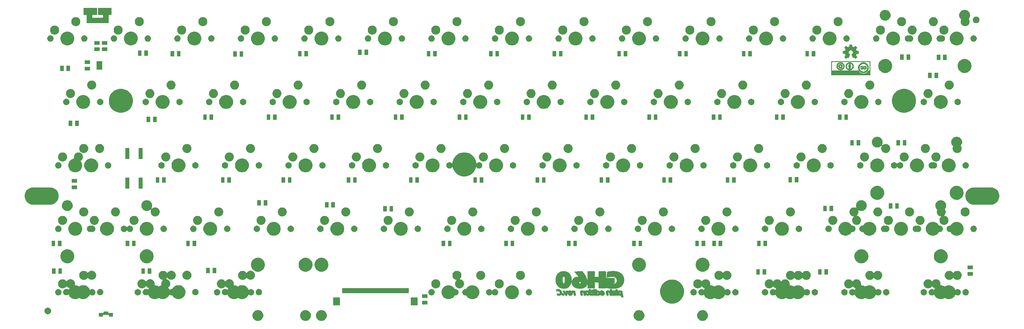
<source format=gbs>
G04 #@! TF.GenerationSoftware,KiCad,Pcbnew,(5.0.2)-1*
G04 #@! TF.CreationDate,2019-02-06T17:14:16+08:00*
G04 #@! TF.ProjectId,keyboard,6b657962-6f61-4726-942e-6b696361645f,B*
G04 #@! TF.SameCoordinates,Original*
G04 #@! TF.FileFunction,Soldermask,Bot*
G04 #@! TF.FilePolarity,Negative*
%FSLAX45Y45*%
G04 Gerber Fmt 4.5, Leading zero omitted, Abs format (unit mm)*
G04 Created by KiCad (PCBNEW (5.0.2)-1) date 2019/2/6 17:14:16*
%MOMM*%
%LPD*%
G01*
G04 APERTURE LIST*
%ADD10C,0.010000*%
%ADD11C,0.150000*%
G04 APERTURE END LIST*
D10*
G04 #@! TO.C,G\002A\002A\002A*
G36*
X23444124Y-14906127D02*
X23441186Y-14906151D01*
X23422510Y-14906315D01*
X23419429Y-14907827D01*
X23416249Y-14909943D01*
X23413847Y-14912729D01*
X23412297Y-14916068D01*
X23411672Y-14919838D01*
X23411662Y-14920383D01*
X23411772Y-14921737D01*
X23412077Y-14923929D01*
X23412539Y-14926767D01*
X23413121Y-14930059D01*
X23413785Y-14933609D01*
X23414495Y-14937225D01*
X23415212Y-14940715D01*
X23415899Y-14943883D01*
X23416519Y-14946538D01*
X23417035Y-14948486D01*
X23417211Y-14949045D01*
X23417889Y-14951029D01*
X23404324Y-14951041D01*
X23400135Y-14951050D01*
X23396859Y-14951076D01*
X23394355Y-14951128D01*
X23392478Y-14951217D01*
X23391085Y-14951353D01*
X23390032Y-14951544D01*
X23389176Y-14951802D01*
X23388379Y-14952132D01*
X23386680Y-14953023D01*
X23385208Y-14953995D01*
X23384798Y-14954338D01*
X23383598Y-14955465D01*
X23380829Y-14954252D01*
X23376443Y-14952462D01*
X23371748Y-14950774D01*
X23367154Y-14949325D01*
X23363066Y-14948253D01*
X23362981Y-14948234D01*
X23359713Y-14947690D01*
X23355677Y-14947314D01*
X23351152Y-14947107D01*
X23346413Y-14947071D01*
X23341740Y-14947209D01*
X23337410Y-14947520D01*
X23333700Y-14948008D01*
X23333424Y-14948057D01*
X23326248Y-14949674D01*
X23319926Y-14951764D01*
X23314338Y-14954383D01*
X23309365Y-14957589D01*
X23304886Y-14961439D01*
X23304407Y-14961916D01*
X23302138Y-14964375D01*
X23300386Y-14966736D01*
X23298820Y-14969468D01*
X23298208Y-14970696D01*
X23296284Y-14975128D01*
X23295025Y-14979271D01*
X23294337Y-14983541D01*
X23294126Y-14988353D01*
X23294127Y-14988761D01*
X23294146Y-14989834D01*
X23294198Y-14990957D01*
X23294298Y-14992204D01*
X23294458Y-14993646D01*
X23294691Y-14995357D01*
X23295011Y-14997408D01*
X23295428Y-14999872D01*
X23295958Y-15002822D01*
X23296612Y-15006329D01*
X23297404Y-15010467D01*
X23298345Y-15015308D01*
X23299451Y-15020924D01*
X23300732Y-15027388D01*
X23302202Y-15034772D01*
X23303211Y-15039826D01*
X23304578Y-15046647D01*
X23305904Y-15053205D01*
X23307172Y-15059421D01*
X23308365Y-15065215D01*
X23309467Y-15070509D01*
X23310460Y-15075223D01*
X23311328Y-15079278D01*
X23312055Y-15082596D01*
X23312624Y-15085097D01*
X23313018Y-15086703D01*
X23313197Y-15087290D01*
X23315112Y-15090504D01*
X23317738Y-15092964D01*
X23319704Y-15094128D01*
X23322441Y-15095492D01*
X23342716Y-15095492D01*
X23347897Y-15095489D01*
X23352131Y-15095479D01*
X23355528Y-15095456D01*
X23358199Y-15095414D01*
X23360254Y-15095348D01*
X23361805Y-15095252D01*
X23362961Y-15095121D01*
X23363835Y-15094950D01*
X23364536Y-15094732D01*
X23365175Y-15094464D01*
X23365351Y-15094382D01*
X23368283Y-15092474D01*
X23370713Y-15089854D01*
X23372482Y-15086764D01*
X23373432Y-15083444D01*
X23373551Y-15081883D01*
X23373449Y-15080910D01*
X23373152Y-15078991D01*
X23372676Y-15076217D01*
X23372039Y-15072679D01*
X23371257Y-15068469D01*
X23370348Y-15063677D01*
X23369328Y-15058395D01*
X23368215Y-15052713D01*
X23367026Y-15046722D01*
X23366170Y-15042460D01*
X23364941Y-15036357D01*
X23363772Y-15030536D01*
X23362679Y-15025084D01*
X23361681Y-15020089D01*
X23360794Y-15015635D01*
X23360035Y-15011810D01*
X23359423Y-15008700D01*
X23358973Y-15006391D01*
X23358703Y-15004970D01*
X23358630Y-15004543D01*
X23358976Y-15003337D01*
X23360199Y-15002300D01*
X23362122Y-15001485D01*
X23364570Y-15000945D01*
X23367366Y-15000737D01*
X23370335Y-15000913D01*
X23370387Y-15000920D01*
X23374938Y-15002038D01*
X23379140Y-15004114D01*
X23382921Y-15007083D01*
X23386210Y-15010879D01*
X23388934Y-15015439D01*
X23390359Y-15018763D01*
X23390657Y-15019804D01*
X23391134Y-15021783D01*
X23391769Y-15024599D01*
X23392541Y-15028150D01*
X23393428Y-15032336D01*
X23394409Y-15037054D01*
X23395463Y-15042204D01*
X23396567Y-15047685D01*
X23397602Y-15052894D01*
X23398728Y-15058569D01*
X23399813Y-15063993D01*
X23400837Y-15069066D01*
X23401780Y-15073688D01*
X23402622Y-15077760D01*
X23403341Y-15081184D01*
X23403918Y-15083860D01*
X23404332Y-15085688D01*
X23404552Y-15086542D01*
X23406013Y-15089384D01*
X23408475Y-15092062D01*
X23410830Y-15093848D01*
X23412908Y-15095227D01*
X23453957Y-15095216D01*
X23460476Y-15095213D01*
X23466703Y-15095209D01*
X23472554Y-15095204D01*
X23477947Y-15095198D01*
X23482798Y-15095191D01*
X23487023Y-15095183D01*
X23490540Y-15095175D01*
X23493265Y-15095166D01*
X23495115Y-15095157D01*
X23496008Y-15095147D01*
X23496065Y-15095145D01*
X23496819Y-15095138D01*
X23498509Y-15095142D01*
X23501009Y-15095157D01*
X23504196Y-15095181D01*
X23507947Y-15095214D01*
X23512138Y-15095255D01*
X23516645Y-15095303D01*
X23517072Y-15095307D01*
X23522325Y-15095360D01*
X23526626Y-15095390D01*
X23530082Y-15095392D01*
X23532798Y-15095366D01*
X23534883Y-15095307D01*
X23536441Y-15095213D01*
X23537580Y-15095081D01*
X23538406Y-15094907D01*
X23538967Y-15094715D01*
X23540113Y-15094301D01*
X23541121Y-15094187D01*
X23542368Y-15094391D01*
X23544231Y-15094928D01*
X23544269Y-15094939D01*
X23547382Y-15095783D01*
X23551257Y-15096651D01*
X23555601Y-15097490D01*
X23560122Y-15098246D01*
X23564526Y-15098866D01*
X23567767Y-15099228D01*
X23575906Y-15099589D01*
X23583512Y-15099056D01*
X23590632Y-15097617D01*
X23597316Y-15095259D01*
X23603613Y-15091971D01*
X23606746Y-15089894D01*
X23608428Y-15088730D01*
X23609457Y-15088144D01*
X23610020Y-15088063D01*
X23610300Y-15088415D01*
X23610326Y-15088492D01*
X23611098Y-15089805D01*
X23612519Y-15091352D01*
X23614306Y-15092872D01*
X23616174Y-15094101D01*
X23616716Y-15094378D01*
X23617363Y-15094664D01*
X23618041Y-15094897D01*
X23618860Y-15095081D01*
X23619934Y-15095223D01*
X23621372Y-15095327D01*
X23623288Y-15095401D01*
X23625792Y-15095448D01*
X23628997Y-15095476D01*
X23633014Y-15095488D01*
X23637954Y-15095492D01*
X23639094Y-15095492D01*
X23659105Y-15095492D01*
X23661842Y-15094128D01*
X23665005Y-15091983D01*
X23667442Y-15089117D01*
X23669068Y-15085647D01*
X23669641Y-15083176D01*
X23669964Y-15081509D01*
X23670369Y-15080811D01*
X23670992Y-15080997D01*
X23671796Y-15081787D01*
X23672944Y-15082808D01*
X23674810Y-15084197D01*
X23677185Y-15085816D01*
X23679858Y-15087529D01*
X23682615Y-15089198D01*
X23685248Y-15090688D01*
X23686804Y-15091502D01*
X23693268Y-15094392D01*
X23699506Y-15096433D01*
X23705817Y-15097695D01*
X23712495Y-15098252D01*
X23714875Y-15098292D01*
X23719770Y-15098134D01*
X23724228Y-15097587D01*
X23728584Y-15096576D01*
X23733171Y-15095028D01*
X23737057Y-15093431D01*
X23739137Y-15092542D01*
X23740817Y-15091856D01*
X23741889Y-15091456D01*
X23742166Y-15091391D01*
X23742292Y-15091921D01*
X23742603Y-15093386D01*
X23743080Y-15095686D01*
X23743700Y-15098718D01*
X23744444Y-15102381D01*
X23745291Y-15106573D01*
X23746220Y-15111191D01*
X23747190Y-15116036D01*
X23748343Y-15121787D01*
X23749317Y-15126594D01*
X23750135Y-15130553D01*
X23750821Y-15133761D01*
X23751397Y-15136313D01*
X23751887Y-15138304D01*
X23752314Y-15139830D01*
X23752700Y-15140988D01*
X23753069Y-15141871D01*
X23753445Y-15142577D01*
X23753690Y-15142966D01*
X23756039Y-15145611D01*
X23759076Y-15147650D01*
X23762514Y-15148891D01*
X23762578Y-15148905D01*
X23763951Y-15149077D01*
X23766195Y-15149216D01*
X23769147Y-15149322D01*
X23772644Y-15149396D01*
X23776523Y-15149438D01*
X23780622Y-15149449D01*
X23784777Y-15149429D01*
X23788827Y-15149381D01*
X23792607Y-15149303D01*
X23795956Y-15149197D01*
X23798710Y-15149063D01*
X23800707Y-15148902D01*
X23801684Y-15148746D01*
X23805275Y-15147278D01*
X23808221Y-15145051D01*
X23810428Y-15142185D01*
X23811799Y-15138803D01*
X23812242Y-15135245D01*
X23812138Y-15134406D01*
X23811837Y-15132598D01*
X23811352Y-15129889D01*
X23810696Y-15126346D01*
X23809883Y-15122038D01*
X23808926Y-15117032D01*
X23807840Y-15111396D01*
X23806637Y-15105199D01*
X23805331Y-15098507D01*
X23803936Y-15091390D01*
X23802465Y-15083914D01*
X23800931Y-15076148D01*
X23799349Y-15068159D01*
X23797732Y-15060016D01*
X23796093Y-15051786D01*
X23794446Y-15043538D01*
X23793457Y-15038599D01*
X23731279Y-15038599D01*
X23730801Y-15041064D01*
X23729473Y-15043148D01*
X23727458Y-15044783D01*
X23724917Y-15045905D01*
X23722011Y-15046445D01*
X23718902Y-15046337D01*
X23715750Y-15045514D01*
X23715140Y-15045263D01*
X23712162Y-15043474D01*
X23709279Y-15040845D01*
X23706691Y-15037586D01*
X23704862Y-15034457D01*
X23703405Y-15031277D01*
X23702198Y-15028059D01*
X23701161Y-15024533D01*
X23700212Y-15020430D01*
X23699479Y-15016648D01*
X23698800Y-15012271D01*
X23698536Y-15008764D01*
X23698691Y-15006021D01*
X23699272Y-15003934D01*
X23700285Y-15002398D01*
X23700301Y-15002382D01*
X23702560Y-15000730D01*
X23705563Y-14999597D01*
X23709119Y-14999004D01*
X23713039Y-14998972D01*
X23717131Y-14999523D01*
X23719790Y-15000203D01*
X23721724Y-15000826D01*
X23723227Y-15001368D01*
X23724042Y-15001734D01*
X23724114Y-15001794D01*
X23724327Y-15002488D01*
X23724701Y-15004075D01*
X23725209Y-15006405D01*
X23725820Y-15009332D01*
X23726506Y-15012705D01*
X23727237Y-15016376D01*
X23727986Y-15020197D01*
X23728723Y-15024020D01*
X23729419Y-15027696D01*
X23730045Y-15031075D01*
X23730573Y-15034011D01*
X23730973Y-15036354D01*
X23731216Y-15037955D01*
X23731279Y-15038599D01*
X23793457Y-15038599D01*
X23792804Y-15035339D01*
X23791182Y-15027256D01*
X23789592Y-15019358D01*
X23788048Y-15011714D01*
X23786564Y-15004389D01*
X23785153Y-14997454D01*
X23783828Y-14990974D01*
X23782604Y-14985019D01*
X23781494Y-14979657D01*
X23780511Y-14974954D01*
X23779669Y-14970979D01*
X23778982Y-14967800D01*
X23778462Y-14965484D01*
X23778124Y-14964100D01*
X23778028Y-14963780D01*
X23776490Y-14960922D01*
X23774230Y-14958373D01*
X23771571Y-14956490D01*
X23771316Y-14956362D01*
X23769760Y-14955827D01*
X23767160Y-14955219D01*
X23763527Y-14954542D01*
X23758870Y-14953796D01*
X23753203Y-14952983D01*
X23746535Y-14952105D01*
X23742127Y-14951556D01*
X23729984Y-14950222D01*
X23718812Y-14949307D01*
X23708610Y-14948811D01*
X23699379Y-14948734D01*
X23691117Y-14949076D01*
X23683825Y-14949836D01*
X23681273Y-14950241D01*
X23674950Y-14951633D01*
X23669070Y-14953485D01*
X23663740Y-14955738D01*
X23659067Y-14958335D01*
X23655161Y-14961221D01*
X23652129Y-14964337D01*
X23650725Y-14966378D01*
X23649713Y-14968049D01*
X23648875Y-14969311D01*
X23648369Y-14969925D01*
X23648330Y-14969947D01*
X23648150Y-14969472D01*
X23647788Y-14968058D01*
X23647265Y-14965806D01*
X23646604Y-14962816D01*
X23645825Y-14959188D01*
X23644951Y-14955023D01*
X23644004Y-14950419D01*
X23643006Y-14945478D01*
X23642991Y-14945405D01*
X23641973Y-14940346D01*
X23640993Y-14935528D01*
X23640076Y-14931066D01*
X23639246Y-14927076D01*
X23638527Y-14923673D01*
X23637943Y-14920972D01*
X23637518Y-14919088D01*
X23637290Y-14918176D01*
X23635747Y-14914769D01*
X23633369Y-14911863D01*
X23630340Y-14909681D01*
X23630270Y-14909644D01*
X23627442Y-14908167D01*
X23607852Y-14908167D01*
X23601828Y-14908182D01*
X23596826Y-14908229D01*
X23592810Y-14908308D01*
X23589745Y-14908421D01*
X23587595Y-14908569D01*
X23586323Y-14908752D01*
X23586185Y-14908789D01*
X23583388Y-14910140D01*
X23580880Y-14912307D01*
X23578830Y-14915056D01*
X23577407Y-14918150D01*
X23576778Y-14921356D01*
X23576762Y-14921922D01*
X23576866Y-14923191D01*
X23577160Y-14925338D01*
X23577618Y-14928203D01*
X23578211Y-14931627D01*
X23578914Y-14935451D01*
X23579700Y-14939517D01*
X23579934Y-14940694D01*
X23580717Y-14944637D01*
X23581414Y-14948236D01*
X23582003Y-14951362D01*
X23582460Y-14953887D01*
X23582761Y-14955684D01*
X23582884Y-14956625D01*
X23582877Y-14956733D01*
X23582307Y-14956701D01*
X23580907Y-14956453D01*
X23578877Y-14956027D01*
X23576412Y-14955464D01*
X23575869Y-14955334D01*
X23565453Y-14953036D01*
X23555661Y-14951310D01*
X23546248Y-14950125D01*
X23536967Y-14949451D01*
X23528079Y-14949254D01*
X23520700Y-14949386D01*
X23514197Y-14949782D01*
X23508416Y-14950471D01*
X23503202Y-14951477D01*
X23498399Y-14952827D01*
X23493854Y-14954549D01*
X23491824Y-14955465D01*
X23489154Y-14956824D01*
X23487146Y-14958116D01*
X23485452Y-14959585D01*
X23484382Y-14960721D01*
X23481710Y-14963719D01*
X23481012Y-14960994D01*
X23480313Y-14959046D01*
X23479159Y-14957233D01*
X23477561Y-14955428D01*
X23474810Y-14952587D01*
X23476142Y-14949894D01*
X23476731Y-14948530D01*
X23477132Y-14947100D01*
X23477336Y-14945474D01*
X23477335Y-14943521D01*
X23477120Y-14941111D01*
X23476683Y-14938113D01*
X23476015Y-14934398D01*
X23475108Y-14929835D01*
X23474696Y-14927834D01*
X23473773Y-14923461D01*
X23472993Y-14919986D01*
X23472301Y-14917267D01*
X23471644Y-14915162D01*
X23470968Y-14913529D01*
X23470219Y-14912226D01*
X23469344Y-14911111D01*
X23468287Y-14910042D01*
X23467764Y-14909562D01*
X23466734Y-14908681D01*
X23465704Y-14907957D01*
X23464563Y-14907377D01*
X23463200Y-14906925D01*
X23461504Y-14906589D01*
X23459363Y-14906353D01*
X23456666Y-14906203D01*
X23453301Y-14906125D01*
X23449158Y-14906105D01*
X23444124Y-14906127D01*
X23444124Y-14906127D01*
G37*
X23444124Y-14906127D02*
X23441186Y-14906151D01*
X23422510Y-14906315D01*
X23419429Y-14907827D01*
X23416249Y-14909943D01*
X23413847Y-14912729D01*
X23412297Y-14916068D01*
X23411672Y-14919838D01*
X23411662Y-14920383D01*
X23411772Y-14921737D01*
X23412077Y-14923929D01*
X23412539Y-14926767D01*
X23413121Y-14930059D01*
X23413785Y-14933609D01*
X23414495Y-14937225D01*
X23415212Y-14940715D01*
X23415899Y-14943883D01*
X23416519Y-14946538D01*
X23417035Y-14948486D01*
X23417211Y-14949045D01*
X23417889Y-14951029D01*
X23404324Y-14951041D01*
X23400135Y-14951050D01*
X23396859Y-14951076D01*
X23394355Y-14951128D01*
X23392478Y-14951217D01*
X23391085Y-14951353D01*
X23390032Y-14951544D01*
X23389176Y-14951802D01*
X23388379Y-14952132D01*
X23386680Y-14953023D01*
X23385208Y-14953995D01*
X23384798Y-14954338D01*
X23383598Y-14955465D01*
X23380829Y-14954252D01*
X23376443Y-14952462D01*
X23371748Y-14950774D01*
X23367154Y-14949325D01*
X23363066Y-14948253D01*
X23362981Y-14948234D01*
X23359713Y-14947690D01*
X23355677Y-14947314D01*
X23351152Y-14947107D01*
X23346413Y-14947071D01*
X23341740Y-14947209D01*
X23337410Y-14947520D01*
X23333700Y-14948008D01*
X23333424Y-14948057D01*
X23326248Y-14949674D01*
X23319926Y-14951764D01*
X23314338Y-14954383D01*
X23309365Y-14957589D01*
X23304886Y-14961439D01*
X23304407Y-14961916D01*
X23302138Y-14964375D01*
X23300386Y-14966736D01*
X23298820Y-14969468D01*
X23298208Y-14970696D01*
X23296284Y-14975128D01*
X23295025Y-14979271D01*
X23294337Y-14983541D01*
X23294126Y-14988353D01*
X23294127Y-14988761D01*
X23294146Y-14989834D01*
X23294198Y-14990957D01*
X23294298Y-14992204D01*
X23294458Y-14993646D01*
X23294691Y-14995357D01*
X23295011Y-14997408D01*
X23295428Y-14999872D01*
X23295958Y-15002822D01*
X23296612Y-15006329D01*
X23297404Y-15010467D01*
X23298345Y-15015308D01*
X23299451Y-15020924D01*
X23300732Y-15027388D01*
X23302202Y-15034772D01*
X23303211Y-15039826D01*
X23304578Y-15046647D01*
X23305904Y-15053205D01*
X23307172Y-15059421D01*
X23308365Y-15065215D01*
X23309467Y-15070509D01*
X23310460Y-15075223D01*
X23311328Y-15079278D01*
X23312055Y-15082596D01*
X23312624Y-15085097D01*
X23313018Y-15086703D01*
X23313197Y-15087290D01*
X23315112Y-15090504D01*
X23317738Y-15092964D01*
X23319704Y-15094128D01*
X23322441Y-15095492D01*
X23342716Y-15095492D01*
X23347897Y-15095489D01*
X23352131Y-15095479D01*
X23355528Y-15095456D01*
X23358199Y-15095414D01*
X23360254Y-15095348D01*
X23361805Y-15095252D01*
X23362961Y-15095121D01*
X23363835Y-15094950D01*
X23364536Y-15094732D01*
X23365175Y-15094464D01*
X23365351Y-15094382D01*
X23368283Y-15092474D01*
X23370713Y-15089854D01*
X23372482Y-15086764D01*
X23373432Y-15083444D01*
X23373551Y-15081883D01*
X23373449Y-15080910D01*
X23373152Y-15078991D01*
X23372676Y-15076217D01*
X23372039Y-15072679D01*
X23371257Y-15068469D01*
X23370348Y-15063677D01*
X23369328Y-15058395D01*
X23368215Y-15052713D01*
X23367026Y-15046722D01*
X23366170Y-15042460D01*
X23364941Y-15036357D01*
X23363772Y-15030536D01*
X23362679Y-15025084D01*
X23361681Y-15020089D01*
X23360794Y-15015635D01*
X23360035Y-15011810D01*
X23359423Y-15008700D01*
X23358973Y-15006391D01*
X23358703Y-15004970D01*
X23358630Y-15004543D01*
X23358976Y-15003337D01*
X23360199Y-15002300D01*
X23362122Y-15001485D01*
X23364570Y-15000945D01*
X23367366Y-15000737D01*
X23370335Y-15000913D01*
X23370387Y-15000920D01*
X23374938Y-15002038D01*
X23379140Y-15004114D01*
X23382921Y-15007083D01*
X23386210Y-15010879D01*
X23388934Y-15015439D01*
X23390359Y-15018763D01*
X23390657Y-15019804D01*
X23391134Y-15021783D01*
X23391769Y-15024599D01*
X23392541Y-15028150D01*
X23393428Y-15032336D01*
X23394409Y-15037054D01*
X23395463Y-15042204D01*
X23396567Y-15047685D01*
X23397602Y-15052894D01*
X23398728Y-15058569D01*
X23399813Y-15063993D01*
X23400837Y-15069066D01*
X23401780Y-15073688D01*
X23402622Y-15077760D01*
X23403341Y-15081184D01*
X23403918Y-15083860D01*
X23404332Y-15085688D01*
X23404552Y-15086542D01*
X23406013Y-15089384D01*
X23408475Y-15092062D01*
X23410830Y-15093848D01*
X23412908Y-15095227D01*
X23453957Y-15095216D01*
X23460476Y-15095213D01*
X23466703Y-15095209D01*
X23472554Y-15095204D01*
X23477947Y-15095198D01*
X23482798Y-15095191D01*
X23487023Y-15095183D01*
X23490540Y-15095175D01*
X23493265Y-15095166D01*
X23495115Y-15095157D01*
X23496008Y-15095147D01*
X23496065Y-15095145D01*
X23496819Y-15095138D01*
X23498509Y-15095142D01*
X23501009Y-15095157D01*
X23504196Y-15095181D01*
X23507947Y-15095214D01*
X23512138Y-15095255D01*
X23516645Y-15095303D01*
X23517072Y-15095307D01*
X23522325Y-15095360D01*
X23526626Y-15095390D01*
X23530082Y-15095392D01*
X23532798Y-15095366D01*
X23534883Y-15095307D01*
X23536441Y-15095213D01*
X23537580Y-15095081D01*
X23538406Y-15094907D01*
X23538967Y-15094715D01*
X23540113Y-15094301D01*
X23541121Y-15094187D01*
X23542368Y-15094391D01*
X23544231Y-15094928D01*
X23544269Y-15094939D01*
X23547382Y-15095783D01*
X23551257Y-15096651D01*
X23555601Y-15097490D01*
X23560122Y-15098246D01*
X23564526Y-15098866D01*
X23567767Y-15099228D01*
X23575906Y-15099589D01*
X23583512Y-15099056D01*
X23590632Y-15097617D01*
X23597316Y-15095259D01*
X23603613Y-15091971D01*
X23606746Y-15089894D01*
X23608428Y-15088730D01*
X23609457Y-15088144D01*
X23610020Y-15088063D01*
X23610300Y-15088415D01*
X23610326Y-15088492D01*
X23611098Y-15089805D01*
X23612519Y-15091352D01*
X23614306Y-15092872D01*
X23616174Y-15094101D01*
X23616716Y-15094378D01*
X23617363Y-15094664D01*
X23618041Y-15094897D01*
X23618860Y-15095081D01*
X23619934Y-15095223D01*
X23621372Y-15095327D01*
X23623288Y-15095401D01*
X23625792Y-15095448D01*
X23628997Y-15095476D01*
X23633014Y-15095488D01*
X23637954Y-15095492D01*
X23639094Y-15095492D01*
X23659105Y-15095492D01*
X23661842Y-15094128D01*
X23665005Y-15091983D01*
X23667442Y-15089117D01*
X23669068Y-15085647D01*
X23669641Y-15083176D01*
X23669964Y-15081509D01*
X23670369Y-15080811D01*
X23670992Y-15080997D01*
X23671796Y-15081787D01*
X23672944Y-15082808D01*
X23674810Y-15084197D01*
X23677185Y-15085816D01*
X23679858Y-15087529D01*
X23682615Y-15089198D01*
X23685248Y-15090688D01*
X23686804Y-15091502D01*
X23693268Y-15094392D01*
X23699506Y-15096433D01*
X23705817Y-15097695D01*
X23712495Y-15098252D01*
X23714875Y-15098292D01*
X23719770Y-15098134D01*
X23724228Y-15097587D01*
X23728584Y-15096576D01*
X23733171Y-15095028D01*
X23737057Y-15093431D01*
X23739137Y-15092542D01*
X23740817Y-15091856D01*
X23741889Y-15091456D01*
X23742166Y-15091391D01*
X23742292Y-15091921D01*
X23742603Y-15093386D01*
X23743080Y-15095686D01*
X23743700Y-15098718D01*
X23744444Y-15102381D01*
X23745291Y-15106573D01*
X23746220Y-15111191D01*
X23747190Y-15116036D01*
X23748343Y-15121787D01*
X23749317Y-15126594D01*
X23750135Y-15130553D01*
X23750821Y-15133761D01*
X23751397Y-15136313D01*
X23751887Y-15138304D01*
X23752314Y-15139830D01*
X23752700Y-15140988D01*
X23753069Y-15141871D01*
X23753445Y-15142577D01*
X23753690Y-15142966D01*
X23756039Y-15145611D01*
X23759076Y-15147650D01*
X23762514Y-15148891D01*
X23762578Y-15148905D01*
X23763951Y-15149077D01*
X23766195Y-15149216D01*
X23769147Y-15149322D01*
X23772644Y-15149396D01*
X23776523Y-15149438D01*
X23780622Y-15149449D01*
X23784777Y-15149429D01*
X23788827Y-15149381D01*
X23792607Y-15149303D01*
X23795956Y-15149197D01*
X23798710Y-15149063D01*
X23800707Y-15148902D01*
X23801684Y-15148746D01*
X23805275Y-15147278D01*
X23808221Y-15145051D01*
X23810428Y-15142185D01*
X23811799Y-15138803D01*
X23812242Y-15135245D01*
X23812138Y-15134406D01*
X23811837Y-15132598D01*
X23811352Y-15129889D01*
X23810696Y-15126346D01*
X23809883Y-15122038D01*
X23808926Y-15117032D01*
X23807840Y-15111396D01*
X23806637Y-15105199D01*
X23805331Y-15098507D01*
X23803936Y-15091390D01*
X23802465Y-15083914D01*
X23800931Y-15076148D01*
X23799349Y-15068159D01*
X23797732Y-15060016D01*
X23796093Y-15051786D01*
X23794446Y-15043538D01*
X23793457Y-15038599D01*
X23731279Y-15038599D01*
X23730801Y-15041064D01*
X23729473Y-15043148D01*
X23727458Y-15044783D01*
X23724917Y-15045905D01*
X23722011Y-15046445D01*
X23718902Y-15046337D01*
X23715750Y-15045514D01*
X23715140Y-15045263D01*
X23712162Y-15043474D01*
X23709279Y-15040845D01*
X23706691Y-15037586D01*
X23704862Y-15034457D01*
X23703405Y-15031277D01*
X23702198Y-15028059D01*
X23701161Y-15024533D01*
X23700212Y-15020430D01*
X23699479Y-15016648D01*
X23698800Y-15012271D01*
X23698536Y-15008764D01*
X23698691Y-15006021D01*
X23699272Y-15003934D01*
X23700285Y-15002398D01*
X23700301Y-15002382D01*
X23702560Y-15000730D01*
X23705563Y-14999597D01*
X23709119Y-14999004D01*
X23713039Y-14998972D01*
X23717131Y-14999523D01*
X23719790Y-15000203D01*
X23721724Y-15000826D01*
X23723227Y-15001368D01*
X23724042Y-15001734D01*
X23724114Y-15001794D01*
X23724327Y-15002488D01*
X23724701Y-15004075D01*
X23725209Y-15006405D01*
X23725820Y-15009332D01*
X23726506Y-15012705D01*
X23727237Y-15016376D01*
X23727986Y-15020197D01*
X23728723Y-15024020D01*
X23729419Y-15027696D01*
X23730045Y-15031075D01*
X23730573Y-15034011D01*
X23730973Y-15036354D01*
X23731216Y-15037955D01*
X23731279Y-15038599D01*
X23793457Y-15038599D01*
X23792804Y-15035339D01*
X23791182Y-15027256D01*
X23789592Y-15019358D01*
X23788048Y-15011714D01*
X23786564Y-15004389D01*
X23785153Y-14997454D01*
X23783828Y-14990974D01*
X23782604Y-14985019D01*
X23781494Y-14979657D01*
X23780511Y-14974954D01*
X23779669Y-14970979D01*
X23778982Y-14967800D01*
X23778462Y-14965484D01*
X23778124Y-14964100D01*
X23778028Y-14963780D01*
X23776490Y-14960922D01*
X23774230Y-14958373D01*
X23771571Y-14956490D01*
X23771316Y-14956362D01*
X23769760Y-14955827D01*
X23767160Y-14955219D01*
X23763527Y-14954542D01*
X23758870Y-14953796D01*
X23753203Y-14952983D01*
X23746535Y-14952105D01*
X23742127Y-14951556D01*
X23729984Y-14950222D01*
X23718812Y-14949307D01*
X23708610Y-14948811D01*
X23699379Y-14948734D01*
X23691117Y-14949076D01*
X23683825Y-14949836D01*
X23681273Y-14950241D01*
X23674950Y-14951633D01*
X23669070Y-14953485D01*
X23663740Y-14955738D01*
X23659067Y-14958335D01*
X23655161Y-14961221D01*
X23652129Y-14964337D01*
X23650725Y-14966378D01*
X23649713Y-14968049D01*
X23648875Y-14969311D01*
X23648369Y-14969925D01*
X23648330Y-14969947D01*
X23648150Y-14969472D01*
X23647788Y-14968058D01*
X23647265Y-14965806D01*
X23646604Y-14962816D01*
X23645825Y-14959188D01*
X23644951Y-14955023D01*
X23644004Y-14950419D01*
X23643006Y-14945478D01*
X23642991Y-14945405D01*
X23641973Y-14940346D01*
X23640993Y-14935528D01*
X23640076Y-14931066D01*
X23639246Y-14927076D01*
X23638527Y-14923673D01*
X23637943Y-14920972D01*
X23637518Y-14919088D01*
X23637290Y-14918176D01*
X23635747Y-14914769D01*
X23633369Y-14911863D01*
X23630340Y-14909681D01*
X23630270Y-14909644D01*
X23627442Y-14908167D01*
X23607852Y-14908167D01*
X23601828Y-14908182D01*
X23596826Y-14908229D01*
X23592810Y-14908308D01*
X23589745Y-14908421D01*
X23587595Y-14908569D01*
X23586323Y-14908752D01*
X23586185Y-14908789D01*
X23583388Y-14910140D01*
X23580880Y-14912307D01*
X23578830Y-14915056D01*
X23577407Y-14918150D01*
X23576778Y-14921356D01*
X23576762Y-14921922D01*
X23576866Y-14923191D01*
X23577160Y-14925338D01*
X23577618Y-14928203D01*
X23578211Y-14931627D01*
X23578914Y-14935451D01*
X23579700Y-14939517D01*
X23579934Y-14940694D01*
X23580717Y-14944637D01*
X23581414Y-14948236D01*
X23582003Y-14951362D01*
X23582460Y-14953887D01*
X23582761Y-14955684D01*
X23582884Y-14956625D01*
X23582877Y-14956733D01*
X23582307Y-14956701D01*
X23580907Y-14956453D01*
X23578877Y-14956027D01*
X23576412Y-14955464D01*
X23575869Y-14955334D01*
X23565453Y-14953036D01*
X23555661Y-14951310D01*
X23546248Y-14950125D01*
X23536967Y-14949451D01*
X23528079Y-14949254D01*
X23520700Y-14949386D01*
X23514197Y-14949782D01*
X23508416Y-14950471D01*
X23503202Y-14951477D01*
X23498399Y-14952827D01*
X23493854Y-14954549D01*
X23491824Y-14955465D01*
X23489154Y-14956824D01*
X23487146Y-14958116D01*
X23485452Y-14959585D01*
X23484382Y-14960721D01*
X23481710Y-14963719D01*
X23481012Y-14960994D01*
X23480313Y-14959046D01*
X23479159Y-14957233D01*
X23477561Y-14955428D01*
X23474810Y-14952587D01*
X23476142Y-14949894D01*
X23476731Y-14948530D01*
X23477132Y-14947100D01*
X23477336Y-14945474D01*
X23477335Y-14943521D01*
X23477120Y-14941111D01*
X23476683Y-14938113D01*
X23476015Y-14934398D01*
X23475108Y-14929835D01*
X23474696Y-14927834D01*
X23473773Y-14923461D01*
X23472993Y-14919986D01*
X23472301Y-14917267D01*
X23471644Y-14915162D01*
X23470968Y-14913529D01*
X23470219Y-14912226D01*
X23469344Y-14911111D01*
X23468287Y-14910042D01*
X23467764Y-14909562D01*
X23466734Y-14908681D01*
X23465704Y-14907957D01*
X23464563Y-14907377D01*
X23463200Y-14906925D01*
X23461504Y-14906589D01*
X23459363Y-14906353D01*
X23456666Y-14906203D01*
X23453301Y-14906125D01*
X23449158Y-14906105D01*
X23444124Y-14906127D01*
G36*
X22941929Y-14906103D02*
X22937529Y-14906139D01*
X22932382Y-14906191D01*
X22928173Y-14906250D01*
X22924785Y-14906337D01*
X22922098Y-14906470D01*
X22919992Y-14906669D01*
X22918350Y-14906953D01*
X22917051Y-14907341D01*
X22915977Y-14907853D01*
X22915008Y-14908509D01*
X22914026Y-14909327D01*
X22913163Y-14910100D01*
X22910797Y-14912846D01*
X22909185Y-14916034D01*
X22908458Y-14919387D01*
X22908430Y-14920147D01*
X22908539Y-14921897D01*
X22908834Y-14924274D01*
X22909262Y-14926877D01*
X22909483Y-14928010D01*
X22910021Y-14930639D01*
X22910343Y-14932380D01*
X22910437Y-14933382D01*
X22910293Y-14933796D01*
X22909898Y-14933772D01*
X22909243Y-14933459D01*
X22909086Y-14933378D01*
X22907937Y-14932926D01*
X22905920Y-14932273D01*
X22903184Y-14931460D01*
X22899876Y-14930523D01*
X22896146Y-14929502D01*
X22892141Y-14928435D01*
X22888012Y-14927361D01*
X22883905Y-14926316D01*
X22879969Y-14925341D01*
X22876354Y-14924473D01*
X22873206Y-14923750D01*
X22870676Y-14923212D01*
X22868911Y-14922895D01*
X22868208Y-14922826D01*
X22864885Y-14923318D01*
X22861627Y-14924677D01*
X22858713Y-14926734D01*
X22856420Y-14929318D01*
X22855748Y-14930444D01*
X22854827Y-14932525D01*
X22854318Y-14934580D01*
X22854202Y-14936878D01*
X22854462Y-14939684D01*
X22854962Y-14942642D01*
X22855443Y-14945149D01*
X22855878Y-14947364D01*
X22856214Y-14949025D01*
X22856385Y-14949813D01*
X22856463Y-14950245D01*
X22856355Y-14950558D01*
X22855915Y-14950774D01*
X22854998Y-14950917D01*
X22853458Y-14951011D01*
X22851147Y-14951078D01*
X22848019Y-14951139D01*
X22845044Y-14951219D01*
X22842400Y-14951335D01*
X22840286Y-14951477D01*
X22838902Y-14951631D01*
X22838490Y-14951732D01*
X22838010Y-14951880D01*
X22837998Y-14951505D01*
X22838473Y-14950426D01*
X22838656Y-14950053D01*
X22839274Y-14948643D01*
X22839697Y-14947199D01*
X22839918Y-14945585D01*
X22839930Y-14943658D01*
X22839726Y-14941282D01*
X22839299Y-14938317D01*
X22838641Y-14934622D01*
X22837745Y-14930061D01*
X22837577Y-14929233D01*
X22836732Y-14925207D01*
X22835912Y-14921558D01*
X22835153Y-14918435D01*
X22834494Y-14915987D01*
X22833971Y-14914365D01*
X22833791Y-14913945D01*
X22831630Y-14910855D01*
X22828654Y-14908393D01*
X22826933Y-14907447D01*
X22826284Y-14907155D01*
X22825612Y-14906918D01*
X22824804Y-14906730D01*
X22823750Y-14906586D01*
X22822335Y-14906480D01*
X22820449Y-14906406D01*
X22817978Y-14906358D01*
X22814811Y-14906330D01*
X22810835Y-14906318D01*
X22805939Y-14906315D01*
X22804708Y-14906315D01*
X22799604Y-14906316D01*
X22795445Y-14906324D01*
X22792119Y-14906344D01*
X22789515Y-14906384D01*
X22787518Y-14906449D01*
X22786018Y-14906546D01*
X22784900Y-14906680D01*
X22784053Y-14906858D01*
X22783365Y-14907087D01*
X22782722Y-14907371D01*
X22782357Y-14907549D01*
X22779440Y-14909516D01*
X22776998Y-14912193D01*
X22775191Y-14915333D01*
X22774178Y-14918686D01*
X22774017Y-14920576D01*
X22774133Y-14921814D01*
X22774457Y-14923879D01*
X22774949Y-14926591D01*
X22775571Y-14929770D01*
X22776284Y-14933236D01*
X22777048Y-14936808D01*
X22777826Y-14940306D01*
X22778577Y-14943550D01*
X22779265Y-14946360D01*
X22779849Y-14948556D01*
X22780290Y-14949958D01*
X22780408Y-14950235D01*
X22781474Y-14951893D01*
X22782926Y-14953604D01*
X22783555Y-14954211D01*
X22785641Y-14956070D01*
X22784327Y-14958666D01*
X22783453Y-14960820D01*
X22783065Y-14963088D01*
X22783012Y-14964677D01*
X22783012Y-14968091D01*
X22780234Y-14965733D01*
X22774177Y-14961132D01*
X22767350Y-14956896D01*
X22760015Y-14953160D01*
X22752435Y-14950055D01*
X22744871Y-14947716D01*
X22744648Y-14947660D01*
X22737935Y-14946311D01*
X22730731Y-14945489D01*
X22723288Y-14945189D01*
X22715860Y-14945408D01*
X22708700Y-14946140D01*
X22702062Y-14947382D01*
X22698346Y-14948398D01*
X22694642Y-14949767D01*
X22690514Y-14951635D01*
X22686339Y-14953810D01*
X22682492Y-14956100D01*
X22680054Y-14957771D01*
X22678185Y-14959266D01*
X22676111Y-14961101D01*
X22673979Y-14963123D01*
X22671939Y-14965179D01*
X22670141Y-14967114D01*
X22668732Y-14968776D01*
X22667863Y-14970010D01*
X22667654Y-14970558D01*
X22667561Y-14971189D01*
X22667290Y-14970812D01*
X22666853Y-14969464D01*
X22666262Y-14967179D01*
X22665761Y-14965029D01*
X22664716Y-14961095D01*
X22663508Y-14958044D01*
X22662019Y-14955701D01*
X22660131Y-14953891D01*
X22657726Y-14952439D01*
X22657071Y-14952130D01*
X22656405Y-14951850D01*
X22655693Y-14951624D01*
X22654821Y-14951444D01*
X22653678Y-14951306D01*
X22652149Y-14951204D01*
X22650121Y-14951133D01*
X22647481Y-14951087D01*
X22644117Y-14951059D01*
X22639914Y-14951046D01*
X22635057Y-14951041D01*
X22629679Y-14951042D01*
X22625248Y-14951060D01*
X22621652Y-14951107D01*
X22618781Y-14951195D01*
X22616522Y-14951336D01*
X22614764Y-14951541D01*
X22613396Y-14951824D01*
X22612306Y-14952195D01*
X22611384Y-14952667D01*
X22610516Y-14953251D01*
X22609874Y-14953740D01*
X22608614Y-14954647D01*
X22607671Y-14955192D01*
X22607433Y-14955262D01*
X22606743Y-14955057D01*
X22605374Y-14954515D01*
X22603606Y-14953748D01*
X22603374Y-14953643D01*
X22600453Y-14952446D01*
X22596856Y-14951164D01*
X22592950Y-14949913D01*
X22589097Y-14948808D01*
X22585663Y-14947964D01*
X22584840Y-14947792D01*
X22582564Y-14947483D01*
X22579494Y-14947265D01*
X22575887Y-14947137D01*
X22572004Y-14947099D01*
X22568103Y-14947151D01*
X22564445Y-14947294D01*
X22561287Y-14947526D01*
X22559175Y-14947798D01*
X22551381Y-14949468D01*
X22544471Y-14951672D01*
X22538402Y-14954431D01*
X22533133Y-14957768D01*
X22528620Y-14961705D01*
X22525306Y-14965593D01*
X22523496Y-14968232D01*
X22522073Y-14970828D01*
X22520864Y-14973747D01*
X22519704Y-14977317D01*
X22519047Y-14979735D01*
X22518625Y-14981922D01*
X22518390Y-14984263D01*
X22518291Y-14987143D01*
X22518279Y-14988335D01*
X22518278Y-14989467D01*
X22518297Y-14990557D01*
X22518348Y-14991679D01*
X22518444Y-14992905D01*
X22518599Y-14994309D01*
X22518825Y-14995964D01*
X22519135Y-14997944D01*
X22519542Y-15000321D01*
X22520058Y-15003169D01*
X22520697Y-15006561D01*
X22521470Y-15010570D01*
X22522392Y-15015270D01*
X22523475Y-15020734D01*
X22524732Y-15027035D01*
X22526175Y-15034246D01*
X22527367Y-15040194D01*
X22528948Y-15048045D01*
X22530435Y-15055358D01*
X22531816Y-15062076D01*
X22533079Y-15068147D01*
X22534212Y-15073513D01*
X22535204Y-15078121D01*
X22536044Y-15081916D01*
X22536718Y-15084843D01*
X22537216Y-15086847D01*
X22537527Y-15087873D01*
X22537550Y-15087928D01*
X22539293Y-15090528D01*
X22541795Y-15092833D01*
X22544588Y-15094491D01*
X22545214Y-15094743D01*
X22545944Y-15094948D01*
X22546888Y-15095111D01*
X22548156Y-15095237D01*
X22549858Y-15095330D01*
X22552103Y-15095395D01*
X22555003Y-15095439D01*
X22558665Y-15095464D01*
X22563200Y-15095476D01*
X22566876Y-15095480D01*
X22587013Y-15095492D01*
X22589761Y-15094122D01*
X22592798Y-15092079D01*
X22595233Y-15089373D01*
X22596929Y-15086214D01*
X22597749Y-15082815D01*
X22597804Y-15081694D01*
X22597701Y-15080862D01*
X22597404Y-15079079D01*
X22596929Y-15076433D01*
X22596292Y-15073010D01*
X22595510Y-15068898D01*
X22594601Y-15064182D01*
X22593580Y-15058951D01*
X22592464Y-15053289D01*
X22591270Y-15047286D01*
X22590158Y-15041742D01*
X22588918Y-15035553D01*
X22587748Y-15029664D01*
X22586665Y-15024158D01*
X22585684Y-15019117D01*
X22584820Y-15014623D01*
X22584090Y-15010760D01*
X22583510Y-15007609D01*
X22583095Y-15005254D01*
X22582860Y-15003776D01*
X22582818Y-15003262D01*
X22583798Y-15002449D01*
X22585529Y-15001698D01*
X22587703Y-15001101D01*
X22590014Y-15000755D01*
X22591161Y-15000705D01*
X22595977Y-15001209D01*
X22600475Y-15002684D01*
X22604582Y-15005068D01*
X22608222Y-15008301D01*
X22611323Y-15012324D01*
X22613812Y-15017077D01*
X22614927Y-15020085D01*
X22615181Y-15021072D01*
X22615617Y-15022998D01*
X22616216Y-15025766D01*
X22616957Y-15029276D01*
X22617820Y-15033429D01*
X22618783Y-15038127D01*
X22619827Y-15043271D01*
X22620931Y-15048763D01*
X22622075Y-15054503D01*
X22622103Y-15054642D01*
X22623469Y-15061522D01*
X22624653Y-15067443D01*
X22625679Y-15072484D01*
X22626569Y-15076725D01*
X22627345Y-15080245D01*
X22628030Y-15083124D01*
X22628647Y-15085440D01*
X22629218Y-15087274D01*
X22629766Y-15088704D01*
X22630313Y-15089810D01*
X22630883Y-15090672D01*
X22631497Y-15091369D01*
X22632179Y-15091980D01*
X22632902Y-15092547D01*
X22633878Y-15093276D01*
X22634786Y-15093874D01*
X22635739Y-15094354D01*
X22636850Y-15094727D01*
X22638231Y-15095009D01*
X22639996Y-15095211D01*
X22642258Y-15095347D01*
X22645131Y-15095430D01*
X22648727Y-15095473D01*
X22653159Y-15095489D01*
X22658312Y-15095492D01*
X22663684Y-15095489D01*
X22668108Y-15095472D01*
X22671698Y-15095426D01*
X22674563Y-15095336D01*
X22676816Y-15095190D01*
X22678568Y-15094972D01*
X22679931Y-15094669D01*
X22681016Y-15094265D01*
X22681934Y-15093748D01*
X22682797Y-15093102D01*
X22683716Y-15092314D01*
X22683794Y-15092245D01*
X22685232Y-15090741D01*
X22686646Y-15088889D01*
X22687121Y-15088143D01*
X22687843Y-15086785D01*
X22688275Y-15085509D01*
X22688488Y-15083963D01*
X22688554Y-15081799D01*
X22688556Y-15081123D01*
X22688556Y-15076545D01*
X22690673Y-15078141D01*
X22698957Y-15083737D01*
X22707721Y-15088410D01*
X22716887Y-15092138D01*
X22726381Y-15094898D01*
X22736126Y-15096670D01*
X22746045Y-15097430D01*
X22756064Y-15097156D01*
X22756221Y-15097144D01*
X22759319Y-15096857D01*
X22762406Y-15096509D01*
X22765148Y-15096141D01*
X22767210Y-15095796D01*
X22767402Y-15095756D01*
X22775213Y-15093643D01*
X22782504Y-15090729D01*
X22789190Y-15087061D01*
X22795183Y-15082686D01*
X22800239Y-15077829D01*
X22801786Y-15076151D01*
X22803070Y-15074815D01*
X22803929Y-15073986D01*
X22804191Y-15073796D01*
X22804402Y-15074282D01*
X22804755Y-15075608D01*
X22805202Y-15077570D01*
X22805693Y-15079966D01*
X22805694Y-15079974D01*
X22806260Y-15082613D01*
X22806874Y-15085051D01*
X22807457Y-15086994D01*
X22807874Y-15088044D01*
X22809769Y-15090719D01*
X22812390Y-15093026D01*
X22814762Y-15094392D01*
X22815427Y-15094670D01*
X22816138Y-15094897D01*
X22817008Y-15095076D01*
X22818150Y-15095214D01*
X22819677Y-15095315D01*
X22821702Y-15095387D01*
X22824337Y-15095434D01*
X22827694Y-15095461D01*
X22831888Y-15095475D01*
X22836889Y-15095480D01*
X22842003Y-15095481D01*
X22846171Y-15095472D01*
X22849509Y-15095449D01*
X22852130Y-15095405D01*
X22854147Y-15095336D01*
X22855674Y-15095235D01*
X22856825Y-15095097D01*
X22857713Y-15094917D01*
X22858452Y-15094689D01*
X22859157Y-15094407D01*
X22859195Y-15094391D01*
X22861754Y-15093289D01*
X22869611Y-15094893D01*
X22875034Y-15095966D01*
X22879663Y-15096797D01*
X22883729Y-15097414D01*
X22887461Y-15097844D01*
X22891091Y-15098115D01*
X22894847Y-15098254D01*
X22898106Y-15098288D01*
X22901583Y-15098277D01*
X22904259Y-15098216D01*
X22906389Y-15098080D01*
X22908230Y-15097845D01*
X22910040Y-15097486D01*
X22912073Y-15096977D01*
X22912255Y-15096929D01*
X22917372Y-15095293D01*
X22921733Y-15093260D01*
X22925614Y-15090677D01*
X22929106Y-15087577D01*
X22932753Y-15083330D01*
X22935408Y-15078807D01*
X22937120Y-15073923D01*
X22937178Y-15073683D01*
X22937576Y-15072224D01*
X22937926Y-15071309D01*
X22938061Y-15071150D01*
X22938262Y-15071638D01*
X22938621Y-15072980D01*
X22939094Y-15074988D01*
X22939634Y-15077478D01*
X22939830Y-15078426D01*
X22940688Y-15082341D01*
X22941506Y-15085379D01*
X22942358Y-15087714D01*
X22943313Y-15089520D01*
X22944444Y-15090972D01*
X22945343Y-15091841D01*
X22946075Y-15092497D01*
X22946725Y-15093069D01*
X22947367Y-15093564D01*
X22948075Y-15093985D01*
X22948921Y-15094340D01*
X22949981Y-15094634D01*
X22951328Y-15094873D01*
X22953036Y-15095062D01*
X22955178Y-15095207D01*
X22957828Y-15095314D01*
X22961060Y-15095388D01*
X22964948Y-15095436D01*
X22969566Y-15095463D01*
X22974987Y-15095475D01*
X22981286Y-15095477D01*
X22988535Y-15095475D01*
X22992171Y-15095475D01*
X23000629Y-15095469D01*
X23008062Y-15095450D01*
X23014503Y-15095420D01*
X23019983Y-15095376D01*
X23024537Y-15095319D01*
X23028196Y-15095248D01*
X23030994Y-15095163D01*
X23032964Y-15095062D01*
X23034138Y-15094947D01*
X23034446Y-15094880D01*
X23036082Y-15094147D01*
X23037774Y-15093127D01*
X23037988Y-15092973D01*
X23039756Y-15091659D01*
X23043431Y-15093100D01*
X23051847Y-15095903D01*
X23060187Y-15097683D01*
X23068415Y-15098439D01*
X23076496Y-15098167D01*
X23084393Y-15096864D01*
X23085679Y-15096549D01*
X23092196Y-15094516D01*
X23098008Y-15091890D01*
X23103355Y-15088534D01*
X23108478Y-15084312D01*
X23110341Y-15082527D01*
X23113692Y-15078954D01*
X23116328Y-15075515D01*
X23118464Y-15071866D01*
X23120315Y-15067667D01*
X23121175Y-15065329D01*
X23121829Y-15063543D01*
X23122385Y-15062162D01*
X23122724Y-15061486D01*
X23122725Y-15061485D01*
X23122990Y-15061845D01*
X23123550Y-15063072D01*
X23124352Y-15065034D01*
X23125341Y-15067600D01*
X23126467Y-15070637D01*
X23127228Y-15072749D01*
X23128827Y-15077155D01*
X23130186Y-15080673D01*
X23131372Y-15083429D01*
X23132456Y-15085547D01*
X23133505Y-15087152D01*
X23134588Y-15088368D01*
X23135775Y-15089320D01*
X23136680Y-15089883D01*
X23138456Y-15090735D01*
X23140989Y-15091735D01*
X23144003Y-15092791D01*
X23147223Y-15093809D01*
X23150375Y-15094698D01*
X23152371Y-15095188D01*
X23160271Y-15096679D01*
X23168794Y-15097756D01*
X23177576Y-15098396D01*
X23186255Y-15098573D01*
X23194469Y-15098264D01*
X23196319Y-15098115D01*
X23205122Y-15096932D01*
X23213363Y-15095016D01*
X23220982Y-15092393D01*
X23227921Y-15089086D01*
X23234121Y-15085121D01*
X23239524Y-15080524D01*
X23240622Y-15079405D01*
X23245150Y-15073880D01*
X23248850Y-15067735D01*
X23251718Y-15061018D01*
X23253749Y-15053776D01*
X23254939Y-15046055D01*
X23255159Y-15040822D01*
X23195762Y-15040822D01*
X23195492Y-15041455D01*
X23194817Y-15042581D01*
X23194572Y-15042952D01*
X23192698Y-15044843D01*
X23189937Y-15046374D01*
X23186405Y-15047530D01*
X23182215Y-15048295D01*
X23177482Y-15048654D01*
X23172320Y-15048592D01*
X23166844Y-15048093D01*
X23162160Y-15047339D01*
X23157240Y-15046278D01*
X23152164Y-15044986D01*
X23147312Y-15043566D01*
X23143060Y-15042122D01*
X23142317Y-15041841D01*
X23138936Y-15040533D01*
X23132527Y-15040533D01*
X23130500Y-15041276D01*
X23128772Y-15042050D01*
X23127217Y-15042961D01*
X23127060Y-15043075D01*
X23126066Y-15043795D01*
X23125531Y-15044141D01*
X23125516Y-15044146D01*
X23125428Y-15043692D01*
X23125384Y-15042553D01*
X23125383Y-15042310D01*
X23125383Y-15040458D01*
X23132527Y-15040533D01*
X23138936Y-15040533D01*
X23138877Y-15040510D01*
X23167320Y-15040484D01*
X23172695Y-15040486D01*
X23177739Y-15040500D01*
X23182354Y-15040526D01*
X23186445Y-15040562D01*
X23189913Y-15040607D01*
X23192664Y-15040660D01*
X23194599Y-15040721D01*
X23195622Y-15040786D01*
X23195762Y-15040822D01*
X23255159Y-15040822D01*
X23255282Y-15037901D01*
X23255135Y-15035430D01*
X23065007Y-15035430D01*
X23064971Y-15038218D01*
X23064843Y-15039521D01*
X23064259Y-15041624D01*
X23063233Y-15043758D01*
X23061972Y-15045573D01*
X23060680Y-15046718D01*
X23060600Y-15046761D01*
X23058921Y-15047196D01*
X23056610Y-15047243D01*
X23054009Y-15046940D01*
X23051456Y-15046320D01*
X23050154Y-15045809D01*
X22875501Y-15045809D01*
X22873839Y-15045493D01*
X22872633Y-15045238D01*
X22870700Y-15044803D01*
X22868339Y-15044255D01*
X22866598Y-15043842D01*
X22864268Y-15043265D01*
X22862307Y-15042740D01*
X22860953Y-15042335D01*
X22860473Y-15042145D01*
X22860286Y-15041591D01*
X22859922Y-15040139D01*
X22859410Y-15037929D01*
X22858779Y-15035100D01*
X22858058Y-15031794D01*
X22857970Y-15031385D01*
X22754628Y-15031385D01*
X22754441Y-15034995D01*
X22753898Y-15038455D01*
X22753046Y-15041569D01*
X22751935Y-15044146D01*
X22750613Y-15045990D01*
X22749675Y-15046699D01*
X22748305Y-15047072D01*
X22746004Y-15047240D01*
X22743030Y-15047218D01*
X22740438Y-15047104D01*
X22738541Y-15046898D01*
X22736972Y-15046520D01*
X22735367Y-15045893D01*
X22734034Y-15045265D01*
X22730178Y-15042880D01*
X22726497Y-15039635D01*
X22723180Y-15035731D01*
X22720415Y-15031367D01*
X22719881Y-15030325D01*
X22717475Y-15024553D01*
X22715991Y-15018948D01*
X22715434Y-15013583D01*
X22715810Y-15008528D01*
X22717125Y-15003856D01*
X22717713Y-15002518D01*
X22719472Y-14999917D01*
X22721812Y-14998181D01*
X22724696Y-14997316D01*
X22728087Y-14997326D01*
X22731948Y-14998219D01*
X22735740Y-14999755D01*
X22739780Y-15002223D01*
X22743557Y-15005572D01*
X22746958Y-15009632D01*
X22749873Y-15014236D01*
X22752190Y-15019216D01*
X22753798Y-15024405D01*
X22754410Y-15027817D01*
X22754628Y-15031385D01*
X22857970Y-15031385D01*
X22857276Y-15028149D01*
X22856464Y-15024306D01*
X22855649Y-15020405D01*
X22854862Y-15016585D01*
X22854132Y-15012986D01*
X22853488Y-15009749D01*
X22852959Y-15007013D01*
X22852574Y-15004918D01*
X22852364Y-15003604D01*
X22852333Y-15003269D01*
X22852830Y-15003130D01*
X22854194Y-15003033D01*
X22856234Y-15002984D01*
X22858758Y-15002991D01*
X22859599Y-15003005D01*
X22866865Y-15003152D01*
X22875501Y-15045809D01*
X23050154Y-15045809D01*
X23049686Y-15045625D01*
X23045454Y-15042981D01*
X23041676Y-15039406D01*
X23039896Y-15037190D01*
X23038419Y-15035014D01*
X23037145Y-15032720D01*
X23036022Y-15030154D01*
X23034998Y-15027162D01*
X23034019Y-15023589D01*
X23033034Y-15019280D01*
X23031990Y-15014081D01*
X23031935Y-15013793D01*
X23031276Y-15010326D01*
X23030690Y-15007208D01*
X23030203Y-15004587D01*
X23029844Y-15002614D01*
X23029640Y-15001439D01*
X23029604Y-15001178D01*
X23030083Y-15000895D01*
X23031349Y-15000777D01*
X23033146Y-15000811D01*
X23035218Y-15000987D01*
X23037309Y-15001291D01*
X23038788Y-15001610D01*
X23044801Y-15003647D01*
X23050116Y-15006462D01*
X23054707Y-15010032D01*
X23058548Y-15014333D01*
X23061613Y-15019342D01*
X23063472Y-15023792D01*
X23064043Y-15026038D01*
X23064510Y-15028972D01*
X23064842Y-15032225D01*
X23065007Y-15035430D01*
X23255135Y-15035430D01*
X23254773Y-15029363D01*
X23253408Y-15020486D01*
X23251183Y-15011318D01*
X23248493Y-15003006D01*
X23244991Y-14994833D01*
X23240584Y-14987149D01*
X23235327Y-14979998D01*
X23229276Y-14973426D01*
X23222487Y-14967480D01*
X23215017Y-14962204D01*
X23206920Y-14957645D01*
X23198254Y-14953848D01*
X23189073Y-14950858D01*
X23182798Y-14949358D01*
X23179424Y-14948819D01*
X23175368Y-14948419D01*
X23170877Y-14948161D01*
X23166199Y-14948048D01*
X23161579Y-14948080D01*
X23157264Y-14948261D01*
X23153501Y-14948591D01*
X23150537Y-14949075D01*
X23150519Y-14949079D01*
X23142435Y-14951342D01*
X23135096Y-14954285D01*
X23128525Y-14957891D01*
X23122746Y-14962140D01*
X23117782Y-14967014D01*
X23113658Y-14972494D01*
X23110397Y-14978562D01*
X23109198Y-14981534D01*
X23108484Y-14983365D01*
X23107861Y-14984733D01*
X23107443Y-14985397D01*
X23107385Y-14985425D01*
X23106887Y-14985036D01*
X23105960Y-14984018D01*
X23104811Y-14982599D01*
X23103350Y-14980872D01*
X23101284Y-14978651D01*
X23098814Y-14976132D01*
X23096139Y-14973510D01*
X23093459Y-14970978D01*
X23090973Y-14968733D01*
X23088882Y-14966968D01*
X23088342Y-14966546D01*
X23081406Y-14961842D01*
X23073729Y-14957654D01*
X23065546Y-14954083D01*
X23057089Y-14951231D01*
X23048592Y-14949198D01*
X23048125Y-14949111D01*
X23044145Y-14948540D01*
X23039691Y-14948162D01*
X23035080Y-14947982D01*
X23030626Y-14948008D01*
X23026646Y-14948247D01*
X23024082Y-14948583D01*
X23021992Y-14948940D01*
X23020348Y-14949192D01*
X23019388Y-14949306D01*
X23019239Y-14949300D01*
X23019111Y-14948770D01*
X23018803Y-14947332D01*
X23018344Y-14945117D01*
X23017759Y-14942255D01*
X23017076Y-14938876D01*
X23016321Y-14935110D01*
X23016119Y-14934096D01*
X23015137Y-14929237D01*
X23014297Y-14925297D01*
X23013556Y-14922152D01*
X23012870Y-14919679D01*
X23012195Y-14917756D01*
X23011486Y-14916258D01*
X23010701Y-14915062D01*
X23009795Y-14914046D01*
X23008725Y-14913087D01*
X23008600Y-14912983D01*
X23007575Y-14912173D01*
X23006581Y-14911511D01*
X23005501Y-14910982D01*
X23004221Y-14910571D01*
X23002623Y-14910264D01*
X23000594Y-14910045D01*
X22998017Y-14909899D01*
X22994777Y-14909812D01*
X22990758Y-14909769D01*
X22985845Y-14909755D01*
X22983496Y-14909754D01*
X22965093Y-14909754D01*
X22963190Y-14908463D01*
X22962167Y-14907830D01*
X22961071Y-14907313D01*
X22959789Y-14906903D01*
X22958210Y-14906588D01*
X22956221Y-14906360D01*
X22953711Y-14906207D01*
X22950567Y-14906120D01*
X22946677Y-14906089D01*
X22941929Y-14906103D01*
X22941929Y-14906103D01*
G37*
X22941929Y-14906103D02*
X22937529Y-14906139D01*
X22932382Y-14906191D01*
X22928173Y-14906250D01*
X22924785Y-14906337D01*
X22922098Y-14906470D01*
X22919992Y-14906669D01*
X22918350Y-14906953D01*
X22917051Y-14907341D01*
X22915977Y-14907853D01*
X22915008Y-14908509D01*
X22914026Y-14909327D01*
X22913163Y-14910100D01*
X22910797Y-14912846D01*
X22909185Y-14916034D01*
X22908458Y-14919387D01*
X22908430Y-14920147D01*
X22908539Y-14921897D01*
X22908834Y-14924274D01*
X22909262Y-14926877D01*
X22909483Y-14928010D01*
X22910021Y-14930639D01*
X22910343Y-14932380D01*
X22910437Y-14933382D01*
X22910293Y-14933796D01*
X22909898Y-14933772D01*
X22909243Y-14933459D01*
X22909086Y-14933378D01*
X22907937Y-14932926D01*
X22905920Y-14932273D01*
X22903184Y-14931460D01*
X22899876Y-14930523D01*
X22896146Y-14929502D01*
X22892141Y-14928435D01*
X22888012Y-14927361D01*
X22883905Y-14926316D01*
X22879969Y-14925341D01*
X22876354Y-14924473D01*
X22873206Y-14923750D01*
X22870676Y-14923212D01*
X22868911Y-14922895D01*
X22868208Y-14922826D01*
X22864885Y-14923318D01*
X22861627Y-14924677D01*
X22858713Y-14926734D01*
X22856420Y-14929318D01*
X22855748Y-14930444D01*
X22854827Y-14932525D01*
X22854318Y-14934580D01*
X22854202Y-14936878D01*
X22854462Y-14939684D01*
X22854962Y-14942642D01*
X22855443Y-14945149D01*
X22855878Y-14947364D01*
X22856214Y-14949025D01*
X22856385Y-14949813D01*
X22856463Y-14950245D01*
X22856355Y-14950558D01*
X22855915Y-14950774D01*
X22854998Y-14950917D01*
X22853458Y-14951011D01*
X22851147Y-14951078D01*
X22848019Y-14951139D01*
X22845044Y-14951219D01*
X22842400Y-14951335D01*
X22840286Y-14951477D01*
X22838902Y-14951631D01*
X22838490Y-14951732D01*
X22838010Y-14951880D01*
X22837998Y-14951505D01*
X22838473Y-14950426D01*
X22838656Y-14950053D01*
X22839274Y-14948643D01*
X22839697Y-14947199D01*
X22839918Y-14945585D01*
X22839930Y-14943658D01*
X22839726Y-14941282D01*
X22839299Y-14938317D01*
X22838641Y-14934622D01*
X22837745Y-14930061D01*
X22837577Y-14929233D01*
X22836732Y-14925207D01*
X22835912Y-14921558D01*
X22835153Y-14918435D01*
X22834494Y-14915987D01*
X22833971Y-14914365D01*
X22833791Y-14913945D01*
X22831630Y-14910855D01*
X22828654Y-14908393D01*
X22826933Y-14907447D01*
X22826284Y-14907155D01*
X22825612Y-14906918D01*
X22824804Y-14906730D01*
X22823750Y-14906586D01*
X22822335Y-14906480D01*
X22820449Y-14906406D01*
X22817978Y-14906358D01*
X22814811Y-14906330D01*
X22810835Y-14906318D01*
X22805939Y-14906315D01*
X22804708Y-14906315D01*
X22799604Y-14906316D01*
X22795445Y-14906324D01*
X22792119Y-14906344D01*
X22789515Y-14906384D01*
X22787518Y-14906449D01*
X22786018Y-14906546D01*
X22784900Y-14906680D01*
X22784053Y-14906858D01*
X22783365Y-14907087D01*
X22782722Y-14907371D01*
X22782357Y-14907549D01*
X22779440Y-14909516D01*
X22776998Y-14912193D01*
X22775191Y-14915333D01*
X22774178Y-14918686D01*
X22774017Y-14920576D01*
X22774133Y-14921814D01*
X22774457Y-14923879D01*
X22774949Y-14926591D01*
X22775571Y-14929770D01*
X22776284Y-14933236D01*
X22777048Y-14936808D01*
X22777826Y-14940306D01*
X22778577Y-14943550D01*
X22779265Y-14946360D01*
X22779849Y-14948556D01*
X22780290Y-14949958D01*
X22780408Y-14950235D01*
X22781474Y-14951893D01*
X22782926Y-14953604D01*
X22783555Y-14954211D01*
X22785641Y-14956070D01*
X22784327Y-14958666D01*
X22783453Y-14960820D01*
X22783065Y-14963088D01*
X22783012Y-14964677D01*
X22783012Y-14968091D01*
X22780234Y-14965733D01*
X22774177Y-14961132D01*
X22767350Y-14956896D01*
X22760015Y-14953160D01*
X22752435Y-14950055D01*
X22744871Y-14947716D01*
X22744648Y-14947660D01*
X22737935Y-14946311D01*
X22730731Y-14945489D01*
X22723288Y-14945189D01*
X22715860Y-14945408D01*
X22708700Y-14946140D01*
X22702062Y-14947382D01*
X22698346Y-14948398D01*
X22694642Y-14949767D01*
X22690514Y-14951635D01*
X22686339Y-14953810D01*
X22682492Y-14956100D01*
X22680054Y-14957771D01*
X22678185Y-14959266D01*
X22676111Y-14961101D01*
X22673979Y-14963123D01*
X22671939Y-14965179D01*
X22670141Y-14967114D01*
X22668732Y-14968776D01*
X22667863Y-14970010D01*
X22667654Y-14970558D01*
X22667561Y-14971189D01*
X22667290Y-14970812D01*
X22666853Y-14969464D01*
X22666262Y-14967179D01*
X22665761Y-14965029D01*
X22664716Y-14961095D01*
X22663508Y-14958044D01*
X22662019Y-14955701D01*
X22660131Y-14953891D01*
X22657726Y-14952439D01*
X22657071Y-14952130D01*
X22656405Y-14951850D01*
X22655693Y-14951624D01*
X22654821Y-14951444D01*
X22653678Y-14951306D01*
X22652149Y-14951204D01*
X22650121Y-14951133D01*
X22647481Y-14951087D01*
X22644117Y-14951059D01*
X22639914Y-14951046D01*
X22635057Y-14951041D01*
X22629679Y-14951042D01*
X22625248Y-14951060D01*
X22621652Y-14951107D01*
X22618781Y-14951195D01*
X22616522Y-14951336D01*
X22614764Y-14951541D01*
X22613396Y-14951824D01*
X22612306Y-14952195D01*
X22611384Y-14952667D01*
X22610516Y-14953251D01*
X22609874Y-14953740D01*
X22608614Y-14954647D01*
X22607671Y-14955192D01*
X22607433Y-14955262D01*
X22606743Y-14955057D01*
X22605374Y-14954515D01*
X22603606Y-14953748D01*
X22603374Y-14953643D01*
X22600453Y-14952446D01*
X22596856Y-14951164D01*
X22592950Y-14949913D01*
X22589097Y-14948808D01*
X22585663Y-14947964D01*
X22584840Y-14947792D01*
X22582564Y-14947483D01*
X22579494Y-14947265D01*
X22575887Y-14947137D01*
X22572004Y-14947099D01*
X22568103Y-14947151D01*
X22564445Y-14947294D01*
X22561287Y-14947526D01*
X22559175Y-14947798D01*
X22551381Y-14949468D01*
X22544471Y-14951672D01*
X22538402Y-14954431D01*
X22533133Y-14957768D01*
X22528620Y-14961705D01*
X22525306Y-14965593D01*
X22523496Y-14968232D01*
X22522073Y-14970828D01*
X22520864Y-14973747D01*
X22519704Y-14977317D01*
X22519047Y-14979735D01*
X22518625Y-14981922D01*
X22518390Y-14984263D01*
X22518291Y-14987143D01*
X22518279Y-14988335D01*
X22518278Y-14989467D01*
X22518297Y-14990557D01*
X22518348Y-14991679D01*
X22518444Y-14992905D01*
X22518599Y-14994309D01*
X22518825Y-14995964D01*
X22519135Y-14997944D01*
X22519542Y-15000321D01*
X22520058Y-15003169D01*
X22520697Y-15006561D01*
X22521470Y-15010570D01*
X22522392Y-15015270D01*
X22523475Y-15020734D01*
X22524732Y-15027035D01*
X22526175Y-15034246D01*
X22527367Y-15040194D01*
X22528948Y-15048045D01*
X22530435Y-15055358D01*
X22531816Y-15062076D01*
X22533079Y-15068147D01*
X22534212Y-15073513D01*
X22535204Y-15078121D01*
X22536044Y-15081916D01*
X22536718Y-15084843D01*
X22537216Y-15086847D01*
X22537527Y-15087873D01*
X22537550Y-15087928D01*
X22539293Y-15090528D01*
X22541795Y-15092833D01*
X22544588Y-15094491D01*
X22545214Y-15094743D01*
X22545944Y-15094948D01*
X22546888Y-15095111D01*
X22548156Y-15095237D01*
X22549858Y-15095330D01*
X22552103Y-15095395D01*
X22555003Y-15095439D01*
X22558665Y-15095464D01*
X22563200Y-15095476D01*
X22566876Y-15095480D01*
X22587013Y-15095492D01*
X22589761Y-15094122D01*
X22592798Y-15092079D01*
X22595233Y-15089373D01*
X22596929Y-15086214D01*
X22597749Y-15082815D01*
X22597804Y-15081694D01*
X22597701Y-15080862D01*
X22597404Y-15079079D01*
X22596929Y-15076433D01*
X22596292Y-15073010D01*
X22595510Y-15068898D01*
X22594601Y-15064182D01*
X22593580Y-15058951D01*
X22592464Y-15053289D01*
X22591270Y-15047286D01*
X22590158Y-15041742D01*
X22588918Y-15035553D01*
X22587748Y-15029664D01*
X22586665Y-15024158D01*
X22585684Y-15019117D01*
X22584820Y-15014623D01*
X22584090Y-15010760D01*
X22583510Y-15007609D01*
X22583095Y-15005254D01*
X22582860Y-15003776D01*
X22582818Y-15003262D01*
X22583798Y-15002449D01*
X22585529Y-15001698D01*
X22587703Y-15001101D01*
X22590014Y-15000755D01*
X22591161Y-15000705D01*
X22595977Y-15001209D01*
X22600475Y-15002684D01*
X22604582Y-15005068D01*
X22608222Y-15008301D01*
X22611323Y-15012324D01*
X22613812Y-15017077D01*
X22614927Y-15020085D01*
X22615181Y-15021072D01*
X22615617Y-15022998D01*
X22616216Y-15025766D01*
X22616957Y-15029276D01*
X22617820Y-15033429D01*
X22618783Y-15038127D01*
X22619827Y-15043271D01*
X22620931Y-15048763D01*
X22622075Y-15054503D01*
X22622103Y-15054642D01*
X22623469Y-15061522D01*
X22624653Y-15067443D01*
X22625679Y-15072484D01*
X22626569Y-15076725D01*
X22627345Y-15080245D01*
X22628030Y-15083124D01*
X22628647Y-15085440D01*
X22629218Y-15087274D01*
X22629766Y-15088704D01*
X22630313Y-15089810D01*
X22630883Y-15090672D01*
X22631497Y-15091369D01*
X22632179Y-15091980D01*
X22632902Y-15092547D01*
X22633878Y-15093276D01*
X22634786Y-15093874D01*
X22635739Y-15094354D01*
X22636850Y-15094727D01*
X22638231Y-15095009D01*
X22639996Y-15095211D01*
X22642258Y-15095347D01*
X22645131Y-15095430D01*
X22648727Y-15095473D01*
X22653159Y-15095489D01*
X22658312Y-15095492D01*
X22663684Y-15095489D01*
X22668108Y-15095472D01*
X22671698Y-15095426D01*
X22674563Y-15095336D01*
X22676816Y-15095190D01*
X22678568Y-15094972D01*
X22679931Y-15094669D01*
X22681016Y-15094265D01*
X22681934Y-15093748D01*
X22682797Y-15093102D01*
X22683716Y-15092314D01*
X22683794Y-15092245D01*
X22685232Y-15090741D01*
X22686646Y-15088889D01*
X22687121Y-15088143D01*
X22687843Y-15086785D01*
X22688275Y-15085509D01*
X22688488Y-15083963D01*
X22688554Y-15081799D01*
X22688556Y-15081123D01*
X22688556Y-15076545D01*
X22690673Y-15078141D01*
X22698957Y-15083737D01*
X22707721Y-15088410D01*
X22716887Y-15092138D01*
X22726381Y-15094898D01*
X22736126Y-15096670D01*
X22746045Y-15097430D01*
X22756064Y-15097156D01*
X22756221Y-15097144D01*
X22759319Y-15096857D01*
X22762406Y-15096509D01*
X22765148Y-15096141D01*
X22767210Y-15095796D01*
X22767402Y-15095756D01*
X22775213Y-15093643D01*
X22782504Y-15090729D01*
X22789190Y-15087061D01*
X22795183Y-15082686D01*
X22800239Y-15077829D01*
X22801786Y-15076151D01*
X22803070Y-15074815D01*
X22803929Y-15073986D01*
X22804191Y-15073796D01*
X22804402Y-15074282D01*
X22804755Y-15075608D01*
X22805202Y-15077570D01*
X22805693Y-15079966D01*
X22805694Y-15079974D01*
X22806260Y-15082613D01*
X22806874Y-15085051D01*
X22807457Y-15086994D01*
X22807874Y-15088044D01*
X22809769Y-15090719D01*
X22812390Y-15093026D01*
X22814762Y-15094392D01*
X22815427Y-15094670D01*
X22816138Y-15094897D01*
X22817008Y-15095076D01*
X22818150Y-15095214D01*
X22819677Y-15095315D01*
X22821702Y-15095387D01*
X22824337Y-15095434D01*
X22827694Y-15095461D01*
X22831888Y-15095475D01*
X22836889Y-15095480D01*
X22842003Y-15095481D01*
X22846171Y-15095472D01*
X22849509Y-15095449D01*
X22852130Y-15095405D01*
X22854147Y-15095336D01*
X22855674Y-15095235D01*
X22856825Y-15095097D01*
X22857713Y-15094917D01*
X22858452Y-15094689D01*
X22859157Y-15094407D01*
X22859195Y-15094391D01*
X22861754Y-15093289D01*
X22869611Y-15094893D01*
X22875034Y-15095966D01*
X22879663Y-15096797D01*
X22883729Y-15097414D01*
X22887461Y-15097844D01*
X22891091Y-15098115D01*
X22894847Y-15098254D01*
X22898106Y-15098288D01*
X22901583Y-15098277D01*
X22904259Y-15098216D01*
X22906389Y-15098080D01*
X22908230Y-15097845D01*
X22910040Y-15097486D01*
X22912073Y-15096977D01*
X22912255Y-15096929D01*
X22917372Y-15095293D01*
X22921733Y-15093260D01*
X22925614Y-15090677D01*
X22929106Y-15087577D01*
X22932753Y-15083330D01*
X22935408Y-15078807D01*
X22937120Y-15073923D01*
X22937178Y-15073683D01*
X22937576Y-15072224D01*
X22937926Y-15071309D01*
X22938061Y-15071150D01*
X22938262Y-15071638D01*
X22938621Y-15072980D01*
X22939094Y-15074988D01*
X22939634Y-15077478D01*
X22939830Y-15078426D01*
X22940688Y-15082341D01*
X22941506Y-15085379D01*
X22942358Y-15087714D01*
X22943313Y-15089520D01*
X22944444Y-15090972D01*
X22945343Y-15091841D01*
X22946075Y-15092497D01*
X22946725Y-15093069D01*
X22947367Y-15093564D01*
X22948075Y-15093985D01*
X22948921Y-15094340D01*
X22949981Y-15094634D01*
X22951328Y-15094873D01*
X22953036Y-15095062D01*
X22955178Y-15095207D01*
X22957828Y-15095314D01*
X22961060Y-15095388D01*
X22964948Y-15095436D01*
X22969566Y-15095463D01*
X22974987Y-15095475D01*
X22981286Y-15095477D01*
X22988535Y-15095475D01*
X22992171Y-15095475D01*
X23000629Y-15095469D01*
X23008062Y-15095450D01*
X23014503Y-15095420D01*
X23019983Y-15095376D01*
X23024537Y-15095319D01*
X23028196Y-15095248D01*
X23030994Y-15095163D01*
X23032964Y-15095062D01*
X23034138Y-15094947D01*
X23034446Y-15094880D01*
X23036082Y-15094147D01*
X23037774Y-15093127D01*
X23037988Y-15092973D01*
X23039756Y-15091659D01*
X23043431Y-15093100D01*
X23051847Y-15095903D01*
X23060187Y-15097683D01*
X23068415Y-15098439D01*
X23076496Y-15098167D01*
X23084393Y-15096864D01*
X23085679Y-15096549D01*
X23092196Y-15094516D01*
X23098008Y-15091890D01*
X23103355Y-15088534D01*
X23108478Y-15084312D01*
X23110341Y-15082527D01*
X23113692Y-15078954D01*
X23116328Y-15075515D01*
X23118464Y-15071866D01*
X23120315Y-15067667D01*
X23121175Y-15065329D01*
X23121829Y-15063543D01*
X23122385Y-15062162D01*
X23122724Y-15061486D01*
X23122725Y-15061485D01*
X23122990Y-15061845D01*
X23123550Y-15063072D01*
X23124352Y-15065034D01*
X23125341Y-15067600D01*
X23126467Y-15070637D01*
X23127228Y-15072749D01*
X23128827Y-15077155D01*
X23130186Y-15080673D01*
X23131372Y-15083429D01*
X23132456Y-15085547D01*
X23133505Y-15087152D01*
X23134588Y-15088368D01*
X23135775Y-15089320D01*
X23136680Y-15089883D01*
X23138456Y-15090735D01*
X23140989Y-15091735D01*
X23144003Y-15092791D01*
X23147223Y-15093809D01*
X23150375Y-15094698D01*
X23152371Y-15095188D01*
X23160271Y-15096679D01*
X23168794Y-15097756D01*
X23177576Y-15098396D01*
X23186255Y-15098573D01*
X23194469Y-15098264D01*
X23196319Y-15098115D01*
X23205122Y-15096932D01*
X23213363Y-15095016D01*
X23220982Y-15092393D01*
X23227921Y-15089086D01*
X23234121Y-15085121D01*
X23239524Y-15080524D01*
X23240622Y-15079405D01*
X23245150Y-15073880D01*
X23248850Y-15067735D01*
X23251718Y-15061018D01*
X23253749Y-15053776D01*
X23254939Y-15046055D01*
X23255159Y-15040822D01*
X23195762Y-15040822D01*
X23195492Y-15041455D01*
X23194817Y-15042581D01*
X23194572Y-15042952D01*
X23192698Y-15044843D01*
X23189937Y-15046374D01*
X23186405Y-15047530D01*
X23182215Y-15048295D01*
X23177482Y-15048654D01*
X23172320Y-15048592D01*
X23166844Y-15048093D01*
X23162160Y-15047339D01*
X23157240Y-15046278D01*
X23152164Y-15044986D01*
X23147312Y-15043566D01*
X23143060Y-15042122D01*
X23142317Y-15041841D01*
X23138936Y-15040533D01*
X23132527Y-15040533D01*
X23130500Y-15041276D01*
X23128772Y-15042050D01*
X23127217Y-15042961D01*
X23127060Y-15043075D01*
X23126066Y-15043795D01*
X23125531Y-15044141D01*
X23125516Y-15044146D01*
X23125428Y-15043692D01*
X23125384Y-15042553D01*
X23125383Y-15042310D01*
X23125383Y-15040458D01*
X23132527Y-15040533D01*
X23138936Y-15040533D01*
X23138877Y-15040510D01*
X23167320Y-15040484D01*
X23172695Y-15040486D01*
X23177739Y-15040500D01*
X23182354Y-15040526D01*
X23186445Y-15040562D01*
X23189913Y-15040607D01*
X23192664Y-15040660D01*
X23194599Y-15040721D01*
X23195622Y-15040786D01*
X23195762Y-15040822D01*
X23255159Y-15040822D01*
X23255282Y-15037901D01*
X23255135Y-15035430D01*
X23065007Y-15035430D01*
X23064971Y-15038218D01*
X23064843Y-15039521D01*
X23064259Y-15041624D01*
X23063233Y-15043758D01*
X23061972Y-15045573D01*
X23060680Y-15046718D01*
X23060600Y-15046761D01*
X23058921Y-15047196D01*
X23056610Y-15047243D01*
X23054009Y-15046940D01*
X23051456Y-15046320D01*
X23050154Y-15045809D01*
X22875501Y-15045809D01*
X22873839Y-15045493D01*
X22872633Y-15045238D01*
X22870700Y-15044803D01*
X22868339Y-15044255D01*
X22866598Y-15043842D01*
X22864268Y-15043265D01*
X22862307Y-15042740D01*
X22860953Y-15042335D01*
X22860473Y-15042145D01*
X22860286Y-15041591D01*
X22859922Y-15040139D01*
X22859410Y-15037929D01*
X22858779Y-15035100D01*
X22858058Y-15031794D01*
X22857970Y-15031385D01*
X22754628Y-15031385D01*
X22754441Y-15034995D01*
X22753898Y-15038455D01*
X22753046Y-15041569D01*
X22751935Y-15044146D01*
X22750613Y-15045990D01*
X22749675Y-15046699D01*
X22748305Y-15047072D01*
X22746004Y-15047240D01*
X22743030Y-15047218D01*
X22740438Y-15047104D01*
X22738541Y-15046898D01*
X22736972Y-15046520D01*
X22735367Y-15045893D01*
X22734034Y-15045265D01*
X22730178Y-15042880D01*
X22726497Y-15039635D01*
X22723180Y-15035731D01*
X22720415Y-15031367D01*
X22719881Y-15030325D01*
X22717475Y-15024553D01*
X22715991Y-15018948D01*
X22715434Y-15013583D01*
X22715810Y-15008528D01*
X22717125Y-15003856D01*
X22717713Y-15002518D01*
X22719472Y-14999917D01*
X22721812Y-14998181D01*
X22724696Y-14997316D01*
X22728087Y-14997326D01*
X22731948Y-14998219D01*
X22735740Y-14999755D01*
X22739780Y-15002223D01*
X22743557Y-15005572D01*
X22746958Y-15009632D01*
X22749873Y-15014236D01*
X22752190Y-15019216D01*
X22753798Y-15024405D01*
X22754410Y-15027817D01*
X22754628Y-15031385D01*
X22857970Y-15031385D01*
X22857276Y-15028149D01*
X22856464Y-15024306D01*
X22855649Y-15020405D01*
X22854862Y-15016585D01*
X22854132Y-15012986D01*
X22853488Y-15009749D01*
X22852959Y-15007013D01*
X22852574Y-15004918D01*
X22852364Y-15003604D01*
X22852333Y-15003269D01*
X22852830Y-15003130D01*
X22854194Y-15003033D01*
X22856234Y-15002984D01*
X22858758Y-15002991D01*
X22859599Y-15003005D01*
X22866865Y-15003152D01*
X22875501Y-15045809D01*
X23050154Y-15045809D01*
X23049686Y-15045625D01*
X23045454Y-15042981D01*
X23041676Y-15039406D01*
X23039896Y-15037190D01*
X23038419Y-15035014D01*
X23037145Y-15032720D01*
X23036022Y-15030154D01*
X23034998Y-15027162D01*
X23034019Y-15023589D01*
X23033034Y-15019280D01*
X23031990Y-15014081D01*
X23031935Y-15013793D01*
X23031276Y-15010326D01*
X23030690Y-15007208D01*
X23030203Y-15004587D01*
X23029844Y-15002614D01*
X23029640Y-15001439D01*
X23029604Y-15001178D01*
X23030083Y-15000895D01*
X23031349Y-15000777D01*
X23033146Y-15000811D01*
X23035218Y-15000987D01*
X23037309Y-15001291D01*
X23038788Y-15001610D01*
X23044801Y-15003647D01*
X23050116Y-15006462D01*
X23054707Y-15010032D01*
X23058548Y-15014333D01*
X23061613Y-15019342D01*
X23063472Y-15023792D01*
X23064043Y-15026038D01*
X23064510Y-15028972D01*
X23064842Y-15032225D01*
X23065007Y-15035430D01*
X23255135Y-15035430D01*
X23254773Y-15029363D01*
X23253408Y-15020486D01*
X23251183Y-15011318D01*
X23248493Y-15003006D01*
X23244991Y-14994833D01*
X23240584Y-14987149D01*
X23235327Y-14979998D01*
X23229276Y-14973426D01*
X23222487Y-14967480D01*
X23215017Y-14962204D01*
X23206920Y-14957645D01*
X23198254Y-14953848D01*
X23189073Y-14950858D01*
X23182798Y-14949358D01*
X23179424Y-14948819D01*
X23175368Y-14948419D01*
X23170877Y-14948161D01*
X23166199Y-14948048D01*
X23161579Y-14948080D01*
X23157264Y-14948261D01*
X23153501Y-14948591D01*
X23150537Y-14949075D01*
X23150519Y-14949079D01*
X23142435Y-14951342D01*
X23135096Y-14954285D01*
X23128525Y-14957891D01*
X23122746Y-14962140D01*
X23117782Y-14967014D01*
X23113658Y-14972494D01*
X23110397Y-14978562D01*
X23109198Y-14981534D01*
X23108484Y-14983365D01*
X23107861Y-14984733D01*
X23107443Y-14985397D01*
X23107385Y-14985425D01*
X23106887Y-14985036D01*
X23105960Y-14984018D01*
X23104811Y-14982599D01*
X23103350Y-14980872D01*
X23101284Y-14978651D01*
X23098814Y-14976132D01*
X23096139Y-14973510D01*
X23093459Y-14970978D01*
X23090973Y-14968733D01*
X23088882Y-14966968D01*
X23088342Y-14966546D01*
X23081406Y-14961842D01*
X23073729Y-14957654D01*
X23065546Y-14954083D01*
X23057089Y-14951231D01*
X23048592Y-14949198D01*
X23048125Y-14949111D01*
X23044145Y-14948540D01*
X23039691Y-14948162D01*
X23035080Y-14947982D01*
X23030626Y-14948008D01*
X23026646Y-14948247D01*
X23024082Y-14948583D01*
X23021992Y-14948940D01*
X23020348Y-14949192D01*
X23019388Y-14949306D01*
X23019239Y-14949300D01*
X23019111Y-14948770D01*
X23018803Y-14947332D01*
X23018344Y-14945117D01*
X23017759Y-14942255D01*
X23017076Y-14938876D01*
X23016321Y-14935110D01*
X23016119Y-14934096D01*
X23015137Y-14929237D01*
X23014297Y-14925297D01*
X23013556Y-14922152D01*
X23012870Y-14919679D01*
X23012195Y-14917756D01*
X23011486Y-14916258D01*
X23010701Y-14915062D01*
X23009795Y-14914046D01*
X23008725Y-14913087D01*
X23008600Y-14912983D01*
X23007575Y-14912173D01*
X23006581Y-14911511D01*
X23005501Y-14910982D01*
X23004221Y-14910571D01*
X23002623Y-14910264D01*
X23000594Y-14910045D01*
X22998017Y-14909899D01*
X22994777Y-14909812D01*
X22990758Y-14909769D01*
X22985845Y-14909755D01*
X22983496Y-14909754D01*
X22965093Y-14909754D01*
X22963190Y-14908463D01*
X22962167Y-14907830D01*
X22961071Y-14907313D01*
X22959789Y-14906903D01*
X22958210Y-14906588D01*
X22956221Y-14906360D01*
X22953711Y-14906207D01*
X22950567Y-14906120D01*
X22946677Y-14906089D01*
X22941929Y-14906103D01*
G36*
X22195937Y-14948312D02*
X22187614Y-14949662D01*
X22179825Y-14951902D01*
X22172593Y-14955025D01*
X22165939Y-14959024D01*
X22164638Y-14959959D01*
X22161470Y-14962423D01*
X22159023Y-14964641D01*
X22157080Y-14966851D01*
X22155421Y-14969292D01*
X22154358Y-14971178D01*
X22153416Y-14972914D01*
X22152692Y-14974172D01*
X22152299Y-14974760D01*
X22152260Y-14974766D01*
X22152354Y-14974121D01*
X22152615Y-14972714D01*
X22152993Y-14970817D01*
X22153101Y-14970293D01*
X22153661Y-14966184D01*
X22153488Y-14962685D01*
X22152569Y-14959633D01*
X22152300Y-14959073D01*
X22150363Y-14956009D01*
X22148009Y-14953741D01*
X22145780Y-14952393D01*
X22143042Y-14951029D01*
X22103241Y-14951029D01*
X22100504Y-14952393D01*
X22097394Y-14954459D01*
X22095068Y-14957207D01*
X22094005Y-14959231D01*
X22093727Y-14960189D01*
X22093304Y-14962074D01*
X22092760Y-14964769D01*
X22092116Y-14968155D01*
X22091393Y-14972114D01*
X22090615Y-14976530D01*
X22089803Y-14981283D01*
X22089246Y-14984631D01*
X22088443Y-14989468D01*
X22087682Y-14993982D01*
X22086982Y-14998067D01*
X22086361Y-15001615D01*
X22085839Y-15004520D01*
X22085434Y-15006674D01*
X22085166Y-15007969D01*
X22085066Y-15008313D01*
X22084760Y-15007935D01*
X22084007Y-15006704D01*
X22082852Y-15004702D01*
X22081340Y-15002012D01*
X22079517Y-14998716D01*
X22077430Y-14994898D01*
X22075124Y-14990641D01*
X22072645Y-14986026D01*
X22070991Y-14982927D01*
X22068382Y-14978047D01*
X22065882Y-14973407D01*
X22063541Y-14969100D01*
X22061411Y-14965218D01*
X22059543Y-14961851D01*
X22057988Y-14959094D01*
X22056795Y-14957037D01*
X22056017Y-14955772D01*
X22055782Y-14955445D01*
X22054429Y-14954217D01*
X22052617Y-14952966D01*
X22051577Y-14952388D01*
X22048851Y-14951029D01*
X22028560Y-14951029D01*
X22023372Y-14951032D01*
X22019132Y-14951042D01*
X22015732Y-14951066D01*
X22013063Y-14951109D01*
X22011015Y-14951176D01*
X22009479Y-14951272D01*
X22008346Y-14951402D01*
X22007506Y-14951571D01*
X22006851Y-14951785D01*
X22006271Y-14952049D01*
X22006189Y-14952091D01*
X22003035Y-14954264D01*
X22000547Y-14957130D01*
X21998823Y-14960500D01*
X21997963Y-14964182D01*
X21998040Y-14967822D01*
X21998185Y-14968336D01*
X21998520Y-14969141D01*
X21999070Y-14970278D01*
X21999860Y-14971790D01*
X22000915Y-14973719D01*
X22002259Y-14976107D01*
X22003917Y-14978998D01*
X22005913Y-14982432D01*
X22008273Y-14986453D01*
X22011020Y-14991102D01*
X22014180Y-14996422D01*
X22017776Y-15002456D01*
X22021835Y-15009244D01*
X22026380Y-15016831D01*
X22031436Y-15025258D01*
X22034348Y-15030106D01*
X22038750Y-15037428D01*
X22043018Y-15044515D01*
X22047119Y-15051311D01*
X22051020Y-15057763D01*
X22054687Y-15063816D01*
X22058086Y-15069415D01*
X22061185Y-15074505D01*
X22063951Y-15079031D01*
X22066349Y-15082939D01*
X22068347Y-15086175D01*
X22069911Y-15088683D01*
X22071008Y-15090409D01*
X22071605Y-15091299D01*
X22071682Y-15091394D01*
X22072987Y-15092488D01*
X22074751Y-15093643D01*
X22075723Y-15094173D01*
X22078370Y-15095492D01*
X22099565Y-15095480D01*
X22105112Y-15095475D01*
X22109708Y-15095459D01*
X22113463Y-15095417D01*
X22116484Y-15095335D01*
X22118880Y-15095201D01*
X22120759Y-15095001D01*
X22122229Y-15094721D01*
X22123399Y-15094348D01*
X22124376Y-15093867D01*
X22125270Y-15093265D01*
X22126188Y-15092529D01*
X22126740Y-15092065D01*
X22127429Y-15091456D01*
X22128046Y-15090815D01*
X22128612Y-15090063D01*
X22129146Y-15089124D01*
X22129671Y-15087921D01*
X22130206Y-15086376D01*
X22130771Y-15084412D01*
X22131388Y-15081952D01*
X22132077Y-15078919D01*
X22132859Y-15075236D01*
X22133753Y-15070824D01*
X22134782Y-15065609D01*
X22135964Y-15059511D01*
X22137322Y-15052454D01*
X22137390Y-15052100D01*
X22138515Y-15046259D01*
X22139592Y-15040707D01*
X22140602Y-15035536D01*
X22141529Y-15030836D01*
X22142353Y-15026696D01*
X22143057Y-15023206D01*
X22143623Y-15020458D01*
X22144032Y-15018542D01*
X22144268Y-15017547D01*
X22144303Y-15017440D01*
X22144607Y-15016922D01*
X22144755Y-15017274D01*
X22144802Y-15018290D01*
X22144993Y-15019841D01*
X22145470Y-15022085D01*
X22146148Y-15024730D01*
X22146944Y-15027486D01*
X22147774Y-15030060D01*
X22148554Y-15032161D01*
X22149162Y-15033438D01*
X22151049Y-15035774D01*
X22153561Y-15037850D01*
X22156288Y-15039348D01*
X22157214Y-15039676D01*
X22159220Y-15040077D01*
X22161989Y-15040354D01*
X22165228Y-15040478D01*
X22165703Y-15040481D01*
X22168223Y-15040498D01*
X22169801Y-15040539D01*
X22170554Y-15040627D01*
X22170598Y-15040786D01*
X22170050Y-15041038D01*
X22169511Y-15041235D01*
X22166327Y-15042904D01*
X22163792Y-15045353D01*
X22161987Y-15048471D01*
X22160992Y-15052145D01*
X22160869Y-15053266D01*
X22160807Y-15054417D01*
X22160837Y-15055501D01*
X22161001Y-15056681D01*
X22161340Y-15058118D01*
X22161897Y-15059976D01*
X22162713Y-15062414D01*
X22163828Y-15065595D01*
X22164582Y-15067710D01*
X22166321Y-15072572D01*
X22167758Y-15076542D01*
X22168944Y-15079729D01*
X22169931Y-15082239D01*
X22170770Y-15084179D01*
X22171513Y-15085656D01*
X22172211Y-15086777D01*
X22172915Y-15087648D01*
X22173677Y-15088377D01*
X22174548Y-15089070D01*
X22175036Y-15089433D01*
X22176940Y-15090518D01*
X22179734Y-15091673D01*
X22183255Y-15092852D01*
X22187341Y-15094012D01*
X22191830Y-15095109D01*
X22196558Y-15096098D01*
X22201363Y-15096937D01*
X22204369Y-15097369D01*
X22207684Y-15097719D01*
X22211691Y-15098008D01*
X22216133Y-15098229D01*
X22220752Y-15098377D01*
X22225291Y-15098444D01*
X22229493Y-15098425D01*
X22233102Y-15098312D01*
X22235352Y-15098154D01*
X22244520Y-15096862D01*
X22252959Y-15094853D01*
X22260656Y-15092138D01*
X22267595Y-15088727D01*
X22273763Y-15084629D01*
X22279145Y-15079855D01*
X22283727Y-15074414D01*
X22287494Y-15068317D01*
X22290432Y-15061572D01*
X22291100Y-15059580D01*
X22292265Y-15055554D01*
X22293101Y-15051785D01*
X22293642Y-15047989D01*
X22293922Y-15043885D01*
X22293951Y-15041322D01*
X22234796Y-15041322D01*
X22234347Y-15042406D01*
X22233154Y-15043708D01*
X22231451Y-15045036D01*
X22229470Y-15046200D01*
X22228198Y-15046756D01*
X22223982Y-15047917D01*
X22219026Y-15048563D01*
X22213518Y-15048691D01*
X22207644Y-15048296D01*
X22201723Y-15047399D01*
X22195650Y-15046119D01*
X22190299Y-15044752D01*
X22185331Y-15043209D01*
X22182921Y-15042356D01*
X22177910Y-15040514D01*
X22206353Y-15040486D01*
X22212588Y-15040482D01*
X22217847Y-15040485D01*
X22222211Y-15040497D01*
X22225763Y-15040521D01*
X22228585Y-15040559D01*
X22230759Y-15040613D01*
X22232367Y-15040686D01*
X22233491Y-15040781D01*
X22234212Y-15040899D01*
X22234614Y-15041043D01*
X22234778Y-15041216D01*
X22234796Y-15041322D01*
X22293951Y-15041322D01*
X22293975Y-15039189D01*
X22293912Y-15035960D01*
X22293717Y-15031135D01*
X22293419Y-15027135D01*
X22292995Y-15023731D01*
X22292522Y-15021144D01*
X22291587Y-15017006D01*
X22291226Y-15015587D01*
X22144838Y-15015587D01*
X22144644Y-15016023D01*
X22144485Y-15015940D01*
X22144421Y-15015312D01*
X22144485Y-15015235D01*
X22144799Y-15015307D01*
X22144838Y-15015587D01*
X22291226Y-15015587D01*
X22290603Y-15013141D01*
X22289622Y-15009727D01*
X22288697Y-15006943D01*
X22287879Y-15004966D01*
X22287647Y-15004529D01*
X22287000Y-15003063D01*
X22287112Y-15002218D01*
X22287113Y-15002217D01*
X22287852Y-15002019D01*
X22289488Y-15001907D01*
X22291861Y-15001887D01*
X22294417Y-15001948D01*
X22297696Y-15002111D01*
X22300182Y-15002351D01*
X22302139Y-15002707D01*
X22303833Y-15003216D01*
X22304193Y-15003352D01*
X22308011Y-15005196D01*
X22310955Y-15007491D01*
X22313167Y-15010380D01*
X22314786Y-15014006D01*
X22314872Y-15014265D01*
X22315125Y-15015235D01*
X22315567Y-15017148D01*
X22316178Y-15019909D01*
X22316936Y-15023424D01*
X22317823Y-15027598D01*
X22318818Y-15032335D01*
X22319901Y-15037542D01*
X22321052Y-15043124D01*
X22322250Y-15048986D01*
X22322668Y-15051042D01*
X22323878Y-15056960D01*
X22325048Y-15062617D01*
X22326160Y-15067919D01*
X22327192Y-15072774D01*
X22328125Y-15077089D01*
X22328939Y-15080771D01*
X22329613Y-15083727D01*
X22330127Y-15085865D01*
X22330461Y-15087090D01*
X22330533Y-15087290D01*
X22332450Y-15090505D01*
X22335076Y-15092964D01*
X22337041Y-15094128D01*
X22339779Y-15095492D01*
X22359718Y-15095492D01*
X22365122Y-15095490D01*
X22369580Y-15095474D01*
X22373202Y-15095428D01*
X22376101Y-15095335D01*
X22378389Y-15095181D01*
X22380177Y-15094948D01*
X22381576Y-15094621D01*
X22382700Y-15094183D01*
X22383658Y-15093619D01*
X22384564Y-15092913D01*
X22385529Y-15092048D01*
X22385862Y-15091741D01*
X22388348Y-15088855D01*
X22389838Y-15085666D01*
X22390369Y-15082090D01*
X22390371Y-15081824D01*
X22390266Y-15080828D01*
X22389964Y-15078888D01*
X22389479Y-15076083D01*
X22388829Y-15072494D01*
X22388029Y-15068202D01*
X22387097Y-15063288D01*
X22386047Y-15057832D01*
X22384897Y-15051915D01*
X22383662Y-15045617D01*
X22382359Y-15039020D01*
X22381004Y-15032203D01*
X22379613Y-15025247D01*
X22378202Y-15018233D01*
X22376789Y-15011242D01*
X22375388Y-15004354D01*
X22374017Y-14997650D01*
X22372691Y-14991210D01*
X22371426Y-14985115D01*
X22370240Y-14979446D01*
X22369148Y-14974283D01*
X22368166Y-14969706D01*
X22367311Y-14965798D01*
X22366598Y-14962637D01*
X22366045Y-14960305D01*
X22365667Y-14958882D01*
X22365530Y-14958496D01*
X22364221Y-14956573D01*
X22362363Y-14954629D01*
X22360274Y-14952944D01*
X22358274Y-14951797D01*
X22357627Y-14951567D01*
X22356601Y-14951431D01*
X22354629Y-14951310D01*
X22351823Y-14951206D01*
X22348297Y-14951125D01*
X22344162Y-14951067D01*
X22339531Y-14951036D01*
X22337068Y-14951032D01*
X22331952Y-14951038D01*
X22327784Y-14951060D01*
X22324456Y-14951103D01*
X22321857Y-14951170D01*
X22319880Y-14951267D01*
X22318413Y-14951397D01*
X22317348Y-14951564D01*
X22316576Y-14951774D01*
X22316390Y-14951843D01*
X22315101Y-14952292D01*
X22314080Y-14952353D01*
X22312859Y-14952001D01*
X22311813Y-14951568D01*
X22306876Y-14949878D01*
X22301223Y-14948682D01*
X22295086Y-14948006D01*
X22288695Y-14947875D01*
X22282285Y-14948315D01*
X22282132Y-14948332D01*
X22277880Y-14949036D01*
X22274498Y-14950089D01*
X22271829Y-14951583D01*
X22269718Y-14953610D01*
X22268007Y-14956262D01*
X22267764Y-14956742D01*
X22267138Y-14958076D01*
X22266725Y-14959228D01*
X22266486Y-14960461D01*
X22266385Y-14962040D01*
X22266383Y-14964228D01*
X22266421Y-14966243D01*
X22266440Y-14968721D01*
X22266391Y-14970761D01*
X22266284Y-14972163D01*
X22266128Y-14972722D01*
X22266116Y-14972725D01*
X22265491Y-14972372D01*
X22264540Y-14971507D01*
X22264389Y-14971348D01*
X22263201Y-14970246D01*
X22261350Y-14968729D01*
X22259056Y-14966961D01*
X22256541Y-14965107D01*
X22254028Y-14963331D01*
X22251737Y-14961797D01*
X22250406Y-14960969D01*
X22241562Y-14956276D01*
X22232564Y-14952611D01*
X22223437Y-14949982D01*
X22214207Y-14948395D01*
X22204899Y-14947857D01*
X22204771Y-14947857D01*
X22195937Y-14948312D01*
X22195937Y-14948312D01*
G37*
X22195937Y-14948312D02*
X22187614Y-14949662D01*
X22179825Y-14951902D01*
X22172593Y-14955025D01*
X22165939Y-14959024D01*
X22164638Y-14959959D01*
X22161470Y-14962423D01*
X22159023Y-14964641D01*
X22157080Y-14966851D01*
X22155421Y-14969292D01*
X22154358Y-14971178D01*
X22153416Y-14972914D01*
X22152692Y-14974172D01*
X22152299Y-14974760D01*
X22152260Y-14974766D01*
X22152354Y-14974121D01*
X22152615Y-14972714D01*
X22152993Y-14970817D01*
X22153101Y-14970293D01*
X22153661Y-14966184D01*
X22153488Y-14962685D01*
X22152569Y-14959633D01*
X22152300Y-14959073D01*
X22150363Y-14956009D01*
X22148009Y-14953741D01*
X22145780Y-14952393D01*
X22143042Y-14951029D01*
X22103241Y-14951029D01*
X22100504Y-14952393D01*
X22097394Y-14954459D01*
X22095068Y-14957207D01*
X22094005Y-14959231D01*
X22093727Y-14960189D01*
X22093304Y-14962074D01*
X22092760Y-14964769D01*
X22092116Y-14968155D01*
X22091393Y-14972114D01*
X22090615Y-14976530D01*
X22089803Y-14981283D01*
X22089246Y-14984631D01*
X22088443Y-14989468D01*
X22087682Y-14993982D01*
X22086982Y-14998067D01*
X22086361Y-15001615D01*
X22085839Y-15004520D01*
X22085434Y-15006674D01*
X22085166Y-15007969D01*
X22085066Y-15008313D01*
X22084760Y-15007935D01*
X22084007Y-15006704D01*
X22082852Y-15004702D01*
X22081340Y-15002012D01*
X22079517Y-14998716D01*
X22077430Y-14994898D01*
X22075124Y-14990641D01*
X22072645Y-14986026D01*
X22070991Y-14982927D01*
X22068382Y-14978047D01*
X22065882Y-14973407D01*
X22063541Y-14969100D01*
X22061411Y-14965218D01*
X22059543Y-14961851D01*
X22057988Y-14959094D01*
X22056795Y-14957037D01*
X22056017Y-14955772D01*
X22055782Y-14955445D01*
X22054429Y-14954217D01*
X22052617Y-14952966D01*
X22051577Y-14952388D01*
X22048851Y-14951029D01*
X22028560Y-14951029D01*
X22023372Y-14951032D01*
X22019132Y-14951042D01*
X22015732Y-14951066D01*
X22013063Y-14951109D01*
X22011015Y-14951176D01*
X22009479Y-14951272D01*
X22008346Y-14951402D01*
X22007506Y-14951571D01*
X22006851Y-14951785D01*
X22006271Y-14952049D01*
X22006189Y-14952091D01*
X22003035Y-14954264D01*
X22000547Y-14957130D01*
X21998823Y-14960500D01*
X21997963Y-14964182D01*
X21998040Y-14967822D01*
X21998185Y-14968336D01*
X21998520Y-14969141D01*
X21999070Y-14970278D01*
X21999860Y-14971790D01*
X22000915Y-14973719D01*
X22002259Y-14976107D01*
X22003917Y-14978998D01*
X22005913Y-14982432D01*
X22008273Y-14986453D01*
X22011020Y-14991102D01*
X22014180Y-14996422D01*
X22017776Y-15002456D01*
X22021835Y-15009244D01*
X22026380Y-15016831D01*
X22031436Y-15025258D01*
X22034348Y-15030106D01*
X22038750Y-15037428D01*
X22043018Y-15044515D01*
X22047119Y-15051311D01*
X22051020Y-15057763D01*
X22054687Y-15063816D01*
X22058086Y-15069415D01*
X22061185Y-15074505D01*
X22063951Y-15079031D01*
X22066349Y-15082939D01*
X22068347Y-15086175D01*
X22069911Y-15088683D01*
X22071008Y-15090409D01*
X22071605Y-15091299D01*
X22071682Y-15091394D01*
X22072987Y-15092488D01*
X22074751Y-15093643D01*
X22075723Y-15094173D01*
X22078370Y-15095492D01*
X22099565Y-15095480D01*
X22105112Y-15095475D01*
X22109708Y-15095459D01*
X22113463Y-15095417D01*
X22116484Y-15095335D01*
X22118880Y-15095201D01*
X22120759Y-15095001D01*
X22122229Y-15094721D01*
X22123399Y-15094348D01*
X22124376Y-15093867D01*
X22125270Y-15093265D01*
X22126188Y-15092529D01*
X22126740Y-15092065D01*
X22127429Y-15091456D01*
X22128046Y-15090815D01*
X22128612Y-15090063D01*
X22129146Y-15089124D01*
X22129671Y-15087921D01*
X22130206Y-15086376D01*
X22130771Y-15084412D01*
X22131388Y-15081952D01*
X22132077Y-15078919D01*
X22132859Y-15075236D01*
X22133753Y-15070824D01*
X22134782Y-15065609D01*
X22135964Y-15059511D01*
X22137322Y-15052454D01*
X22137390Y-15052100D01*
X22138515Y-15046259D01*
X22139592Y-15040707D01*
X22140602Y-15035536D01*
X22141529Y-15030836D01*
X22142353Y-15026696D01*
X22143057Y-15023206D01*
X22143623Y-15020458D01*
X22144032Y-15018542D01*
X22144268Y-15017547D01*
X22144303Y-15017440D01*
X22144607Y-15016922D01*
X22144755Y-15017274D01*
X22144802Y-15018290D01*
X22144993Y-15019841D01*
X22145470Y-15022085D01*
X22146148Y-15024730D01*
X22146944Y-15027486D01*
X22147774Y-15030060D01*
X22148554Y-15032161D01*
X22149162Y-15033438D01*
X22151049Y-15035774D01*
X22153561Y-15037850D01*
X22156288Y-15039348D01*
X22157214Y-15039676D01*
X22159220Y-15040077D01*
X22161989Y-15040354D01*
X22165228Y-15040478D01*
X22165703Y-15040481D01*
X22168223Y-15040498D01*
X22169801Y-15040539D01*
X22170554Y-15040627D01*
X22170598Y-15040786D01*
X22170050Y-15041038D01*
X22169511Y-15041235D01*
X22166327Y-15042904D01*
X22163792Y-15045353D01*
X22161987Y-15048471D01*
X22160992Y-15052145D01*
X22160869Y-15053266D01*
X22160807Y-15054417D01*
X22160837Y-15055501D01*
X22161001Y-15056681D01*
X22161340Y-15058118D01*
X22161897Y-15059976D01*
X22162713Y-15062414D01*
X22163828Y-15065595D01*
X22164582Y-15067710D01*
X22166321Y-15072572D01*
X22167758Y-15076542D01*
X22168944Y-15079729D01*
X22169931Y-15082239D01*
X22170770Y-15084179D01*
X22171513Y-15085656D01*
X22172211Y-15086777D01*
X22172915Y-15087648D01*
X22173677Y-15088377D01*
X22174548Y-15089070D01*
X22175036Y-15089433D01*
X22176940Y-15090518D01*
X22179734Y-15091673D01*
X22183255Y-15092852D01*
X22187341Y-15094012D01*
X22191830Y-15095109D01*
X22196558Y-15096098D01*
X22201363Y-15096937D01*
X22204369Y-15097369D01*
X22207684Y-15097719D01*
X22211691Y-15098008D01*
X22216133Y-15098229D01*
X22220752Y-15098377D01*
X22225291Y-15098444D01*
X22229493Y-15098425D01*
X22233102Y-15098312D01*
X22235352Y-15098154D01*
X22244520Y-15096862D01*
X22252959Y-15094853D01*
X22260656Y-15092138D01*
X22267595Y-15088727D01*
X22273763Y-15084629D01*
X22279145Y-15079855D01*
X22283727Y-15074414D01*
X22287494Y-15068317D01*
X22290432Y-15061572D01*
X22291100Y-15059580D01*
X22292265Y-15055554D01*
X22293101Y-15051785D01*
X22293642Y-15047989D01*
X22293922Y-15043885D01*
X22293951Y-15041322D01*
X22234796Y-15041322D01*
X22234347Y-15042406D01*
X22233154Y-15043708D01*
X22231451Y-15045036D01*
X22229470Y-15046200D01*
X22228198Y-15046756D01*
X22223982Y-15047917D01*
X22219026Y-15048563D01*
X22213518Y-15048691D01*
X22207644Y-15048296D01*
X22201723Y-15047399D01*
X22195650Y-15046119D01*
X22190299Y-15044752D01*
X22185331Y-15043209D01*
X22182921Y-15042356D01*
X22177910Y-15040514D01*
X22206353Y-15040486D01*
X22212588Y-15040482D01*
X22217847Y-15040485D01*
X22222211Y-15040497D01*
X22225763Y-15040521D01*
X22228585Y-15040559D01*
X22230759Y-15040613D01*
X22232367Y-15040686D01*
X22233491Y-15040781D01*
X22234212Y-15040899D01*
X22234614Y-15041043D01*
X22234778Y-15041216D01*
X22234796Y-15041322D01*
X22293951Y-15041322D01*
X22293975Y-15039189D01*
X22293912Y-15035960D01*
X22293717Y-15031135D01*
X22293419Y-15027135D01*
X22292995Y-15023731D01*
X22292522Y-15021144D01*
X22291587Y-15017006D01*
X22291226Y-15015587D01*
X22144838Y-15015587D01*
X22144644Y-15016023D01*
X22144485Y-15015940D01*
X22144421Y-15015312D01*
X22144485Y-15015235D01*
X22144799Y-15015307D01*
X22144838Y-15015587D01*
X22291226Y-15015587D01*
X22290603Y-15013141D01*
X22289622Y-15009727D01*
X22288697Y-15006943D01*
X22287879Y-15004966D01*
X22287647Y-15004529D01*
X22287000Y-15003063D01*
X22287112Y-15002218D01*
X22287113Y-15002217D01*
X22287852Y-15002019D01*
X22289488Y-15001907D01*
X22291861Y-15001887D01*
X22294417Y-15001948D01*
X22297696Y-15002111D01*
X22300182Y-15002351D01*
X22302139Y-15002707D01*
X22303833Y-15003216D01*
X22304193Y-15003352D01*
X22308011Y-15005196D01*
X22310955Y-15007491D01*
X22313167Y-15010380D01*
X22314786Y-15014006D01*
X22314872Y-15014265D01*
X22315125Y-15015235D01*
X22315567Y-15017148D01*
X22316178Y-15019909D01*
X22316936Y-15023424D01*
X22317823Y-15027598D01*
X22318818Y-15032335D01*
X22319901Y-15037542D01*
X22321052Y-15043124D01*
X22322250Y-15048986D01*
X22322668Y-15051042D01*
X22323878Y-15056960D01*
X22325048Y-15062617D01*
X22326160Y-15067919D01*
X22327192Y-15072774D01*
X22328125Y-15077089D01*
X22328939Y-15080771D01*
X22329613Y-15083727D01*
X22330127Y-15085865D01*
X22330461Y-15087090D01*
X22330533Y-15087290D01*
X22332450Y-15090505D01*
X22335076Y-15092964D01*
X22337041Y-15094128D01*
X22339779Y-15095492D01*
X22359718Y-15095492D01*
X22365122Y-15095490D01*
X22369580Y-15095474D01*
X22373202Y-15095428D01*
X22376101Y-15095335D01*
X22378389Y-15095181D01*
X22380177Y-15094948D01*
X22381576Y-15094621D01*
X22382700Y-15094183D01*
X22383658Y-15093619D01*
X22384564Y-15092913D01*
X22385529Y-15092048D01*
X22385862Y-15091741D01*
X22388348Y-15088855D01*
X22389838Y-15085666D01*
X22390369Y-15082090D01*
X22390371Y-15081824D01*
X22390266Y-15080828D01*
X22389964Y-15078888D01*
X22389479Y-15076083D01*
X22388829Y-15072494D01*
X22388029Y-15068202D01*
X22387097Y-15063288D01*
X22386047Y-15057832D01*
X22384897Y-15051915D01*
X22383662Y-15045617D01*
X22382359Y-15039020D01*
X22381004Y-15032203D01*
X22379613Y-15025247D01*
X22378202Y-15018233D01*
X22376789Y-15011242D01*
X22375388Y-15004354D01*
X22374017Y-14997650D01*
X22372691Y-14991210D01*
X22371426Y-14985115D01*
X22370240Y-14979446D01*
X22369148Y-14974283D01*
X22368166Y-14969706D01*
X22367311Y-14965798D01*
X22366598Y-14962637D01*
X22366045Y-14960305D01*
X22365667Y-14958882D01*
X22365530Y-14958496D01*
X22364221Y-14956573D01*
X22362363Y-14954629D01*
X22360274Y-14952944D01*
X22358274Y-14951797D01*
X22357627Y-14951567D01*
X22356601Y-14951431D01*
X22354629Y-14951310D01*
X22351823Y-14951206D01*
X22348297Y-14951125D01*
X22344162Y-14951067D01*
X22339531Y-14951036D01*
X22337068Y-14951032D01*
X22331952Y-14951038D01*
X22327784Y-14951060D01*
X22324456Y-14951103D01*
X22321857Y-14951170D01*
X22319880Y-14951267D01*
X22318413Y-14951397D01*
X22317348Y-14951564D01*
X22316576Y-14951774D01*
X22316390Y-14951843D01*
X22315101Y-14952292D01*
X22314080Y-14952353D01*
X22312859Y-14952001D01*
X22311813Y-14951568D01*
X22306876Y-14949878D01*
X22301223Y-14948682D01*
X22295086Y-14948006D01*
X22288695Y-14947875D01*
X22282285Y-14948315D01*
X22282132Y-14948332D01*
X22277880Y-14949036D01*
X22274498Y-14950089D01*
X22271829Y-14951583D01*
X22269718Y-14953610D01*
X22268007Y-14956262D01*
X22267764Y-14956742D01*
X22267138Y-14958076D01*
X22266725Y-14959228D01*
X22266486Y-14960461D01*
X22266385Y-14962040D01*
X22266383Y-14964228D01*
X22266421Y-14966243D01*
X22266440Y-14968721D01*
X22266391Y-14970761D01*
X22266284Y-14972163D01*
X22266128Y-14972722D01*
X22266116Y-14972725D01*
X22265491Y-14972372D01*
X22264540Y-14971507D01*
X22264389Y-14971348D01*
X22263201Y-14970246D01*
X22261350Y-14968729D01*
X22259056Y-14966961D01*
X22256541Y-14965107D01*
X22254028Y-14963331D01*
X22251737Y-14961797D01*
X22250406Y-14960969D01*
X22241562Y-14956276D01*
X22232564Y-14952611D01*
X22223437Y-14949982D01*
X22214207Y-14948395D01*
X22204899Y-14947857D01*
X22204771Y-14947857D01*
X22195937Y-14948312D01*
G36*
X21845873Y-14907392D02*
X21842266Y-14907425D01*
X21839351Y-14907494D01*
X21836945Y-14907610D01*
X21834867Y-14907783D01*
X21832932Y-14908024D01*
X21830958Y-14908343D01*
X21829719Y-14908568D01*
X21825826Y-14909396D01*
X21821736Y-14910438D01*
X21817677Y-14911620D01*
X21813879Y-14912872D01*
X21810570Y-14914119D01*
X21807979Y-14915289D01*
X21807158Y-14915741D01*
X21804560Y-14917828D01*
X21802433Y-14920574D01*
X21800999Y-14923650D01*
X21800582Y-14925400D01*
X21800529Y-14926505D01*
X21800549Y-14928510D01*
X21800635Y-14931256D01*
X21800781Y-14934587D01*
X21800981Y-14938346D01*
X21801229Y-14942376D01*
X21801283Y-14943201D01*
X21801599Y-14947796D01*
X21801873Y-14951460D01*
X21802119Y-14954319D01*
X21802353Y-14956500D01*
X21802590Y-14958128D01*
X21802846Y-14959329D01*
X21803134Y-14960229D01*
X21803408Y-14960833D01*
X21805502Y-14963801D01*
X21808346Y-14966235D01*
X21811701Y-14967974D01*
X21815327Y-14968857D01*
X21815409Y-14968866D01*
X21816786Y-14968934D01*
X21818206Y-14968808D01*
X21819917Y-14968435D01*
X21822167Y-14967764D01*
X21824469Y-14966998D01*
X21830576Y-14965032D01*
X21836040Y-14963551D01*
X21841130Y-14962505D01*
X21846117Y-14961845D01*
X21851271Y-14961523D01*
X21854854Y-14961471D01*
X21862404Y-14961873D01*
X21869423Y-14963094D01*
X21876114Y-14965187D01*
X21882678Y-14968209D01*
X21885307Y-14969686D01*
X21888097Y-14971560D01*
X21891228Y-14974041D01*
X21894471Y-14976910D01*
X21897594Y-14979949D01*
X21900367Y-14982942D01*
X21902560Y-14985670D01*
X21903180Y-14986571D01*
X21907092Y-14993402D01*
X21909954Y-15000208D01*
X21911773Y-15007011D01*
X21912556Y-15013834D01*
X21912591Y-15015678D01*
X21912143Y-15021620D01*
X21910822Y-15026966D01*
X21908637Y-15031703D01*
X21905596Y-15035822D01*
X21901710Y-15039310D01*
X21896985Y-15042156D01*
X21891432Y-15044349D01*
X21889842Y-15044814D01*
X21888181Y-15045225D01*
X21886521Y-15045522D01*
X21884645Y-15045722D01*
X21882338Y-15045843D01*
X21879382Y-15045902D01*
X21876021Y-15045917D01*
X21871089Y-15045834D01*
X21866535Y-15045560D01*
X21862111Y-15045054D01*
X21857566Y-15044279D01*
X21852652Y-15043195D01*
X21847119Y-15041764D01*
X21844395Y-15041007D01*
X21841012Y-15040110D01*
X21837985Y-15039425D01*
X21835538Y-15038998D01*
X21834048Y-15038871D01*
X21830709Y-15039373D01*
X21827556Y-15040770D01*
X21824749Y-15042901D01*
X21822446Y-15045603D01*
X21820807Y-15048714D01*
X21819991Y-15052071D01*
X21819929Y-15053269D01*
X21820093Y-15054264D01*
X21820552Y-15056101D01*
X21821255Y-15058623D01*
X21822153Y-15061672D01*
X21823195Y-15065089D01*
X21824330Y-15068717D01*
X21825509Y-15072398D01*
X21826682Y-15075973D01*
X21827798Y-15079286D01*
X21828807Y-15082177D01*
X21829658Y-15084488D01*
X21830302Y-15086063D01*
X21830455Y-15086384D01*
X21832272Y-15088965D01*
X21834778Y-15091206D01*
X21837603Y-15092794D01*
X21838246Y-15093030D01*
X21840183Y-15093541D01*
X21843019Y-15094117D01*
X21846598Y-15094735D01*
X21850763Y-15095370D01*
X21855359Y-15095996D01*
X21860230Y-15096590D01*
X21862263Y-15096817D01*
X21865067Y-15097069D01*
X21868585Y-15097301D01*
X21872603Y-15097508D01*
X21876909Y-15097683D01*
X21881289Y-15097820D01*
X21885530Y-15097913D01*
X21889419Y-15097955D01*
X21892742Y-15097939D01*
X21895286Y-15097860D01*
X21895865Y-15097822D01*
X21906550Y-15096660D01*
X21916422Y-15094848D01*
X21925510Y-15092374D01*
X21933844Y-15089226D01*
X21941455Y-15085393D01*
X21948373Y-15080863D01*
X21954628Y-15075624D01*
X21955837Y-15074456D01*
X21959604Y-15070397D01*
X21962804Y-15066171D01*
X21965723Y-15061386D01*
X21966503Y-15059942D01*
X21968965Y-15055280D01*
X21972016Y-15070227D01*
X21972840Y-15074177D01*
X21973645Y-15077886D01*
X21974396Y-15081199D01*
X21975056Y-15083959D01*
X21975589Y-15086012D01*
X21975960Y-15087203D01*
X21975996Y-15087290D01*
X21977908Y-15090503D01*
X21980533Y-15092963D01*
X21982500Y-15094128D01*
X21985237Y-15095492D01*
X22006052Y-15095492D01*
X22011528Y-15095489D01*
X22016056Y-15095475D01*
X22019744Y-15095435D01*
X22022703Y-15095358D01*
X22025043Y-15095232D01*
X22026874Y-15095043D01*
X22028304Y-15094781D01*
X22029444Y-15094433D01*
X22030403Y-15093986D01*
X22031291Y-15093428D01*
X22032218Y-15092747D01*
X22032502Y-15092532D01*
X22034344Y-15090640D01*
X22035977Y-15088091D01*
X22037179Y-15085287D01*
X22037689Y-15083079D01*
X22037675Y-15081682D01*
X22037436Y-15079421D01*
X22037005Y-15076450D01*
X22036413Y-15072924D01*
X22035693Y-15068999D01*
X22034877Y-15064830D01*
X22033997Y-15060571D01*
X22033086Y-15056377D01*
X22032176Y-15052404D01*
X22031300Y-15048807D01*
X22030488Y-15045740D01*
X22029775Y-15043359D01*
X22029191Y-15041819D01*
X22029040Y-15041535D01*
X22027145Y-15039117D01*
X22024721Y-15037030D01*
X22022117Y-15035551D01*
X22021000Y-15035163D01*
X22019817Y-15035003D01*
X22017610Y-15034878D01*
X22014415Y-15034789D01*
X22010265Y-15034737D01*
X22005196Y-15034723D01*
X21999242Y-15034746D01*
X21998400Y-15034752D01*
X21993123Y-15034795D01*
X21988798Y-15034841D01*
X21985321Y-15034897D01*
X21982585Y-15034968D01*
X21980485Y-15035057D01*
X21978916Y-15035171D01*
X21977772Y-15035314D01*
X21976947Y-15035491D01*
X21976335Y-15035708D01*
X21976106Y-15035817D01*
X21974327Y-15036732D01*
X21974679Y-15035288D01*
X21974804Y-15034319D01*
X21974941Y-15032484D01*
X21975079Y-15029974D01*
X21975208Y-15026981D01*
X21975318Y-15023696D01*
X21975323Y-15023525D01*
X21975414Y-15018994D01*
X21975400Y-15015234D01*
X21975270Y-15011962D01*
X21975016Y-15008893D01*
X21974747Y-15006629D01*
X21974152Y-15002854D01*
X21973312Y-14998541D01*
X21972295Y-14993971D01*
X21971169Y-14989424D01*
X21970002Y-14985180D01*
X21968862Y-14981518D01*
X21968152Y-14979542D01*
X21963919Y-14970065D01*
X21958803Y-14961146D01*
X21952838Y-14952807D01*
X21946053Y-14945072D01*
X21938481Y-14937963D01*
X21930154Y-14931504D01*
X21921102Y-14925718D01*
X21911358Y-14920628D01*
X21900953Y-14916256D01*
X21889919Y-14912626D01*
X21878286Y-14909762D01*
X21870729Y-14908370D01*
X21868471Y-14908045D01*
X21866128Y-14907795D01*
X21863519Y-14907614D01*
X21860462Y-14907491D01*
X21856777Y-14907418D01*
X21852282Y-14907387D01*
X21850356Y-14907384D01*
X21845873Y-14907392D01*
X21845873Y-14907392D01*
G37*
X21845873Y-14907392D02*
X21842266Y-14907425D01*
X21839351Y-14907494D01*
X21836945Y-14907610D01*
X21834867Y-14907783D01*
X21832932Y-14908024D01*
X21830958Y-14908343D01*
X21829719Y-14908568D01*
X21825826Y-14909396D01*
X21821736Y-14910438D01*
X21817677Y-14911620D01*
X21813879Y-14912872D01*
X21810570Y-14914119D01*
X21807979Y-14915289D01*
X21807158Y-14915741D01*
X21804560Y-14917828D01*
X21802433Y-14920574D01*
X21800999Y-14923650D01*
X21800582Y-14925400D01*
X21800529Y-14926505D01*
X21800549Y-14928510D01*
X21800635Y-14931256D01*
X21800781Y-14934587D01*
X21800981Y-14938346D01*
X21801229Y-14942376D01*
X21801283Y-14943201D01*
X21801599Y-14947796D01*
X21801873Y-14951460D01*
X21802119Y-14954319D01*
X21802353Y-14956500D01*
X21802590Y-14958128D01*
X21802846Y-14959329D01*
X21803134Y-14960229D01*
X21803408Y-14960833D01*
X21805502Y-14963801D01*
X21808346Y-14966235D01*
X21811701Y-14967974D01*
X21815327Y-14968857D01*
X21815409Y-14968866D01*
X21816786Y-14968934D01*
X21818206Y-14968808D01*
X21819917Y-14968435D01*
X21822167Y-14967764D01*
X21824469Y-14966998D01*
X21830576Y-14965032D01*
X21836040Y-14963551D01*
X21841130Y-14962505D01*
X21846117Y-14961845D01*
X21851271Y-14961523D01*
X21854854Y-14961471D01*
X21862404Y-14961873D01*
X21869423Y-14963094D01*
X21876114Y-14965187D01*
X21882678Y-14968209D01*
X21885307Y-14969686D01*
X21888097Y-14971560D01*
X21891228Y-14974041D01*
X21894471Y-14976910D01*
X21897594Y-14979949D01*
X21900367Y-14982942D01*
X21902560Y-14985670D01*
X21903180Y-14986571D01*
X21907092Y-14993402D01*
X21909954Y-15000208D01*
X21911773Y-15007011D01*
X21912556Y-15013834D01*
X21912591Y-15015678D01*
X21912143Y-15021620D01*
X21910822Y-15026966D01*
X21908637Y-15031703D01*
X21905596Y-15035822D01*
X21901710Y-15039310D01*
X21896985Y-15042156D01*
X21891432Y-15044349D01*
X21889842Y-15044814D01*
X21888181Y-15045225D01*
X21886521Y-15045522D01*
X21884645Y-15045722D01*
X21882338Y-15045843D01*
X21879382Y-15045902D01*
X21876021Y-15045917D01*
X21871089Y-15045834D01*
X21866535Y-15045560D01*
X21862111Y-15045054D01*
X21857566Y-15044279D01*
X21852652Y-15043195D01*
X21847119Y-15041764D01*
X21844395Y-15041007D01*
X21841012Y-15040110D01*
X21837985Y-15039425D01*
X21835538Y-15038998D01*
X21834048Y-15038871D01*
X21830709Y-15039373D01*
X21827556Y-15040770D01*
X21824749Y-15042901D01*
X21822446Y-15045603D01*
X21820807Y-15048714D01*
X21819991Y-15052071D01*
X21819929Y-15053269D01*
X21820093Y-15054264D01*
X21820552Y-15056101D01*
X21821255Y-15058623D01*
X21822153Y-15061672D01*
X21823195Y-15065089D01*
X21824330Y-15068717D01*
X21825509Y-15072398D01*
X21826682Y-15075973D01*
X21827798Y-15079286D01*
X21828807Y-15082177D01*
X21829658Y-15084488D01*
X21830302Y-15086063D01*
X21830455Y-15086384D01*
X21832272Y-15088965D01*
X21834778Y-15091206D01*
X21837603Y-15092794D01*
X21838246Y-15093030D01*
X21840183Y-15093541D01*
X21843019Y-15094117D01*
X21846598Y-15094735D01*
X21850763Y-15095370D01*
X21855359Y-15095996D01*
X21860230Y-15096590D01*
X21862263Y-15096817D01*
X21865067Y-15097069D01*
X21868585Y-15097301D01*
X21872603Y-15097508D01*
X21876909Y-15097683D01*
X21881289Y-15097820D01*
X21885530Y-15097913D01*
X21889419Y-15097955D01*
X21892742Y-15097939D01*
X21895286Y-15097860D01*
X21895865Y-15097822D01*
X21906550Y-15096660D01*
X21916422Y-15094848D01*
X21925510Y-15092374D01*
X21933844Y-15089226D01*
X21941455Y-15085393D01*
X21948373Y-15080863D01*
X21954628Y-15075624D01*
X21955837Y-15074456D01*
X21959604Y-15070397D01*
X21962804Y-15066171D01*
X21965723Y-15061386D01*
X21966503Y-15059942D01*
X21968965Y-15055280D01*
X21972016Y-15070227D01*
X21972840Y-15074177D01*
X21973645Y-15077886D01*
X21974396Y-15081199D01*
X21975056Y-15083959D01*
X21975589Y-15086012D01*
X21975960Y-15087203D01*
X21975996Y-15087290D01*
X21977908Y-15090503D01*
X21980533Y-15092963D01*
X21982500Y-15094128D01*
X21985237Y-15095492D01*
X22006052Y-15095492D01*
X22011528Y-15095489D01*
X22016056Y-15095475D01*
X22019744Y-15095435D01*
X22022703Y-15095358D01*
X22025043Y-15095232D01*
X22026874Y-15095043D01*
X22028304Y-15094781D01*
X22029444Y-15094433D01*
X22030403Y-15093986D01*
X22031291Y-15093428D01*
X22032218Y-15092747D01*
X22032502Y-15092532D01*
X22034344Y-15090640D01*
X22035977Y-15088091D01*
X22037179Y-15085287D01*
X22037689Y-15083079D01*
X22037675Y-15081682D01*
X22037436Y-15079421D01*
X22037005Y-15076450D01*
X22036413Y-15072924D01*
X22035693Y-15068999D01*
X22034877Y-15064830D01*
X22033997Y-15060571D01*
X22033086Y-15056377D01*
X22032176Y-15052404D01*
X22031300Y-15048807D01*
X22030488Y-15045740D01*
X22029775Y-15043359D01*
X22029191Y-15041819D01*
X22029040Y-15041535D01*
X22027145Y-15039117D01*
X22024721Y-15037030D01*
X22022117Y-15035551D01*
X22021000Y-15035163D01*
X22019817Y-15035003D01*
X22017610Y-15034878D01*
X22014415Y-15034789D01*
X22010265Y-15034737D01*
X22005196Y-15034723D01*
X21999242Y-15034746D01*
X21998400Y-15034752D01*
X21993123Y-15034795D01*
X21988798Y-15034841D01*
X21985321Y-15034897D01*
X21982585Y-15034968D01*
X21980485Y-15035057D01*
X21978916Y-15035171D01*
X21977772Y-15035314D01*
X21976947Y-15035491D01*
X21976335Y-15035708D01*
X21976106Y-15035817D01*
X21974327Y-15036732D01*
X21974679Y-15035288D01*
X21974804Y-15034319D01*
X21974941Y-15032484D01*
X21975079Y-15029974D01*
X21975208Y-15026981D01*
X21975318Y-15023696D01*
X21975323Y-15023525D01*
X21975414Y-15018994D01*
X21975400Y-15015234D01*
X21975270Y-15011962D01*
X21975016Y-15008893D01*
X21974747Y-15006629D01*
X21974152Y-15002854D01*
X21973312Y-14998541D01*
X21972295Y-14993971D01*
X21971169Y-14989424D01*
X21970002Y-14985180D01*
X21968862Y-14981518D01*
X21968152Y-14979542D01*
X21963919Y-14970065D01*
X21958803Y-14961146D01*
X21952838Y-14952807D01*
X21946053Y-14945072D01*
X21938481Y-14937963D01*
X21930154Y-14931504D01*
X21921102Y-14925718D01*
X21911358Y-14920628D01*
X21900953Y-14916256D01*
X21889919Y-14912626D01*
X21878286Y-14909762D01*
X21870729Y-14908370D01*
X21868471Y-14908045D01*
X21866128Y-14907795D01*
X21863519Y-14907614D01*
X21860462Y-14907491D01*
X21856777Y-14907418D01*
X21852282Y-14907387D01*
X21850356Y-14907384D01*
X21845873Y-14907392D01*
G36*
X23502232Y-14364781D02*
X23495460Y-14364866D01*
X23489015Y-14364995D01*
X23483095Y-14365167D01*
X23477898Y-14365382D01*
X23475692Y-14365501D01*
X23450003Y-14367467D01*
X23424177Y-14370315D01*
X23398094Y-14374061D01*
X23371634Y-14378722D01*
X23369858Y-14379064D01*
X23365076Y-14380010D01*
X23360236Y-14381001D01*
X23355468Y-14382007D01*
X23350901Y-14382999D01*
X23346665Y-14383948D01*
X23342890Y-14384825D01*
X23339704Y-14385600D01*
X23337238Y-14386244D01*
X23335622Y-14386729D01*
X23335198Y-14386890D01*
X23332694Y-14388484D01*
X23330416Y-14390796D01*
X23328652Y-14393489D01*
X23327855Y-14395496D01*
X23327736Y-14396307D01*
X23327546Y-14398099D01*
X23327290Y-14400798D01*
X23326974Y-14404331D01*
X23326604Y-14408623D01*
X23326186Y-14413599D01*
X23325725Y-14419186D01*
X23325228Y-14425309D01*
X23324699Y-14431895D01*
X23324144Y-14438869D01*
X23323570Y-14446157D01*
X23322981Y-14453684D01*
X23322384Y-14461378D01*
X23321784Y-14469163D01*
X23321187Y-14476965D01*
X23320599Y-14484711D01*
X23320025Y-14492325D01*
X23319470Y-14499735D01*
X23318942Y-14506865D01*
X23318445Y-14513642D01*
X23317985Y-14519991D01*
X23317568Y-14525839D01*
X23317199Y-14531111D01*
X23316884Y-14535733D01*
X23316629Y-14539630D01*
X23316440Y-14542730D01*
X23316322Y-14544957D01*
X23316281Y-14546217D01*
X23316722Y-14550185D01*
X23318023Y-14553609D01*
X23320100Y-14556406D01*
X23322874Y-14558493D01*
X23326263Y-14559788D01*
X23329968Y-14560207D01*
X23331686Y-14560172D01*
X23333099Y-14560008D01*
X23334492Y-14559629D01*
X23336154Y-14558949D01*
X23338373Y-14557883D01*
X23339228Y-14557456D01*
X23346243Y-14554236D01*
X23354202Y-14551117D01*
X23362994Y-14548128D01*
X23372506Y-14545295D01*
X23382627Y-14542646D01*
X23393245Y-14540208D01*
X23404249Y-14538011D01*
X23415527Y-14536080D01*
X23426967Y-14534444D01*
X23437062Y-14533271D01*
X23449875Y-14532183D01*
X23462688Y-14531551D01*
X23475300Y-14531374D01*
X23487514Y-14531654D01*
X23499129Y-14532389D01*
X23507706Y-14533286D01*
X23521056Y-14535335D01*
X23533605Y-14538040D01*
X23545348Y-14541398D01*
X23556278Y-14545407D01*
X23566389Y-14550063D01*
X23575676Y-14555365D01*
X23584132Y-14561309D01*
X23591751Y-14567893D01*
X23595083Y-14571252D01*
X23601134Y-14578435D01*
X23606390Y-14586306D01*
X23610850Y-14594870D01*
X23614518Y-14604129D01*
X23617395Y-14614088D01*
X23619148Y-14622681D01*
X23619693Y-14626551D01*
X23620160Y-14631149D01*
X23620540Y-14636220D01*
X23620820Y-14641510D01*
X23620991Y-14646765D01*
X23621041Y-14651730D01*
X23620960Y-14656151D01*
X23620743Y-14659694D01*
X23619336Y-14669896D01*
X23617078Y-14679474D01*
X23613963Y-14688441D01*
X23609986Y-14696807D01*
X23605141Y-14704586D01*
X23599425Y-14711789D01*
X23596342Y-14715073D01*
X23589977Y-14720944D01*
X23583300Y-14725976D01*
X23576182Y-14730239D01*
X23568497Y-14733801D01*
X23560117Y-14736731D01*
X23552421Y-14738759D01*
X23547177Y-14739815D01*
X23541952Y-14740538D01*
X23536420Y-14740960D01*
X23530259Y-14741115D01*
X23528608Y-14741115D01*
X23524667Y-14741069D01*
X23521410Y-14740944D01*
X23518465Y-14740706D01*
X23515459Y-14740322D01*
X23512021Y-14739761D01*
X23510881Y-14739559D01*
X23502415Y-14738038D01*
X23502267Y-14731325D01*
X23502119Y-14724612D01*
X23519465Y-14724446D01*
X23524209Y-14724399D01*
X23528017Y-14724353D01*
X23531012Y-14724297D01*
X23533315Y-14724224D01*
X23535050Y-14724125D01*
X23536338Y-14723990D01*
X23537302Y-14723811D01*
X23538064Y-14723579D01*
X23538747Y-14723285D01*
X23539299Y-14723009D01*
X23542542Y-14720817D01*
X23545100Y-14717871D01*
X23546157Y-14716079D01*
X23547394Y-14713698D01*
X23547394Y-14582465D01*
X23546275Y-14580046D01*
X23544529Y-14577273D01*
X23542113Y-14574764D01*
X23539400Y-14572907D01*
X23539287Y-14572850D01*
X23539034Y-14572739D01*
X23538709Y-14572638D01*
X23538270Y-14572544D01*
X23537673Y-14572458D01*
X23536878Y-14572380D01*
X23535840Y-14572309D01*
X23534519Y-14572244D01*
X23532871Y-14572185D01*
X23530854Y-14572132D01*
X23528426Y-14572084D01*
X23525545Y-14572041D01*
X23522168Y-14572003D01*
X23518252Y-14571969D01*
X23513756Y-14571939D01*
X23508637Y-14571912D01*
X23502852Y-14571887D01*
X23496360Y-14571866D01*
X23489117Y-14571846D01*
X23481082Y-14571828D01*
X23472213Y-14571812D01*
X23462465Y-14571796D01*
X23451799Y-14571780D01*
X23440170Y-14571765D01*
X23427537Y-14571750D01*
X23423889Y-14571745D01*
X23310438Y-14571609D01*
X23307737Y-14572853D01*
X23304362Y-14574956D01*
X23301693Y-14577787D01*
X23300339Y-14580083D01*
X23299215Y-14582465D01*
X23299215Y-14859219D01*
X23300468Y-14861992D01*
X23302142Y-14864741D01*
X23304409Y-14867152D01*
X23306957Y-14868906D01*
X23307588Y-14869200D01*
X23308727Y-14869533D01*
X23310817Y-14869997D01*
X23313762Y-14870574D01*
X23317462Y-14871250D01*
X23321822Y-14872008D01*
X23326744Y-14872833D01*
X23332131Y-14873710D01*
X23337885Y-14874623D01*
X23343910Y-14875556D01*
X23350107Y-14876494D01*
X23356380Y-14877421D01*
X23362631Y-14878322D01*
X23368764Y-14879180D01*
X23374680Y-14879981D01*
X23375415Y-14880078D01*
X23396665Y-14882722D01*
X23417057Y-14884923D01*
X23436691Y-14886689D01*
X23455668Y-14888028D01*
X23474087Y-14888946D01*
X23492048Y-14889450D01*
X23507706Y-14889557D01*
X23512759Y-14889530D01*
X23517837Y-14889484D01*
X23522761Y-14889422D01*
X23527351Y-14889348D01*
X23531426Y-14889263D01*
X23534806Y-14889171D01*
X23537311Y-14889075D01*
X23537340Y-14889074D01*
X23559041Y-14887655D01*
X23579936Y-14885550D01*
X23600028Y-14882759D01*
X23619315Y-14879281D01*
X23637801Y-14875117D01*
X23655485Y-14870265D01*
X23672368Y-14864726D01*
X23688451Y-14858499D01*
X23703736Y-14851583D01*
X23718223Y-14843979D01*
X23731913Y-14835686D01*
X23744807Y-14826703D01*
X23756906Y-14817031D01*
X23768212Y-14806669D01*
X23769671Y-14805224D01*
X23779918Y-14794256D01*
X23789292Y-14782711D01*
X23797796Y-14770583D01*
X23805434Y-14757865D01*
X23812208Y-14744551D01*
X23818122Y-14730633D01*
X23823179Y-14716104D01*
X23827381Y-14700959D01*
X23830733Y-14685190D01*
X23833236Y-14668790D01*
X23833407Y-14667396D01*
X23834047Y-14661101D01*
X23834553Y-14654156D01*
X23834923Y-14646738D01*
X23835159Y-14639027D01*
X23835259Y-14631201D01*
X23835224Y-14623438D01*
X23835055Y-14615918D01*
X23834750Y-14608818D01*
X23834311Y-14602318D01*
X23833736Y-14596597D01*
X23833384Y-14593987D01*
X23830368Y-14577077D01*
X23826474Y-14560732D01*
X23821710Y-14544962D01*
X23816083Y-14529779D01*
X23809601Y-14515196D01*
X23802273Y-14501225D01*
X23794106Y-14487878D01*
X23785108Y-14475167D01*
X23775287Y-14463103D01*
X23764651Y-14451700D01*
X23753207Y-14440969D01*
X23740964Y-14430921D01*
X23727930Y-14421570D01*
X23715669Y-14413843D01*
X23712408Y-14411916D01*
X23709782Y-14410384D01*
X23707538Y-14409107D01*
X23705422Y-14407949D01*
X23703181Y-14406770D01*
X23700563Y-14405434D01*
X23697313Y-14403802D01*
X23696354Y-14403323D01*
X23680576Y-14395998D01*
X23664065Y-14389427D01*
X23646837Y-14383612D01*
X23628905Y-14378557D01*
X23610286Y-14374266D01*
X23590993Y-14370743D01*
X23571042Y-14367990D01*
X23550447Y-14366012D01*
X23538662Y-14365245D01*
X23534080Y-14365047D01*
X23528638Y-14364899D01*
X23522535Y-14364799D01*
X23515967Y-14364747D01*
X23509134Y-14364741D01*
X23502232Y-14364781D01*
X23502232Y-14364781D01*
G37*
X23502232Y-14364781D02*
X23495460Y-14364866D01*
X23489015Y-14364995D01*
X23483095Y-14365167D01*
X23477898Y-14365382D01*
X23475692Y-14365501D01*
X23450003Y-14367467D01*
X23424177Y-14370315D01*
X23398094Y-14374061D01*
X23371634Y-14378722D01*
X23369858Y-14379064D01*
X23365076Y-14380010D01*
X23360236Y-14381001D01*
X23355468Y-14382007D01*
X23350901Y-14382999D01*
X23346665Y-14383948D01*
X23342890Y-14384825D01*
X23339704Y-14385600D01*
X23337238Y-14386244D01*
X23335622Y-14386729D01*
X23335198Y-14386890D01*
X23332694Y-14388484D01*
X23330416Y-14390796D01*
X23328652Y-14393489D01*
X23327855Y-14395496D01*
X23327736Y-14396307D01*
X23327546Y-14398099D01*
X23327290Y-14400798D01*
X23326974Y-14404331D01*
X23326604Y-14408623D01*
X23326186Y-14413599D01*
X23325725Y-14419186D01*
X23325228Y-14425309D01*
X23324699Y-14431895D01*
X23324144Y-14438869D01*
X23323570Y-14446157D01*
X23322981Y-14453684D01*
X23322384Y-14461378D01*
X23321784Y-14469163D01*
X23321187Y-14476965D01*
X23320599Y-14484711D01*
X23320025Y-14492325D01*
X23319470Y-14499735D01*
X23318942Y-14506865D01*
X23318445Y-14513642D01*
X23317985Y-14519991D01*
X23317568Y-14525839D01*
X23317199Y-14531111D01*
X23316884Y-14535733D01*
X23316629Y-14539630D01*
X23316440Y-14542730D01*
X23316322Y-14544957D01*
X23316281Y-14546217D01*
X23316722Y-14550185D01*
X23318023Y-14553609D01*
X23320100Y-14556406D01*
X23322874Y-14558493D01*
X23326263Y-14559788D01*
X23329968Y-14560207D01*
X23331686Y-14560172D01*
X23333099Y-14560008D01*
X23334492Y-14559629D01*
X23336154Y-14558949D01*
X23338373Y-14557883D01*
X23339228Y-14557456D01*
X23346243Y-14554236D01*
X23354202Y-14551117D01*
X23362994Y-14548128D01*
X23372506Y-14545295D01*
X23382627Y-14542646D01*
X23393245Y-14540208D01*
X23404249Y-14538011D01*
X23415527Y-14536080D01*
X23426967Y-14534444D01*
X23437062Y-14533271D01*
X23449875Y-14532183D01*
X23462688Y-14531551D01*
X23475300Y-14531374D01*
X23487514Y-14531654D01*
X23499129Y-14532389D01*
X23507706Y-14533286D01*
X23521056Y-14535335D01*
X23533605Y-14538040D01*
X23545348Y-14541398D01*
X23556278Y-14545407D01*
X23566389Y-14550063D01*
X23575676Y-14555365D01*
X23584132Y-14561309D01*
X23591751Y-14567893D01*
X23595083Y-14571252D01*
X23601134Y-14578435D01*
X23606390Y-14586306D01*
X23610850Y-14594870D01*
X23614518Y-14604129D01*
X23617395Y-14614088D01*
X23619148Y-14622681D01*
X23619693Y-14626551D01*
X23620160Y-14631149D01*
X23620540Y-14636220D01*
X23620820Y-14641510D01*
X23620991Y-14646765D01*
X23621041Y-14651730D01*
X23620960Y-14656151D01*
X23620743Y-14659694D01*
X23619336Y-14669896D01*
X23617078Y-14679474D01*
X23613963Y-14688441D01*
X23609986Y-14696807D01*
X23605141Y-14704586D01*
X23599425Y-14711789D01*
X23596342Y-14715073D01*
X23589977Y-14720944D01*
X23583300Y-14725976D01*
X23576182Y-14730239D01*
X23568497Y-14733801D01*
X23560117Y-14736731D01*
X23552421Y-14738759D01*
X23547177Y-14739815D01*
X23541952Y-14740538D01*
X23536420Y-14740960D01*
X23530259Y-14741115D01*
X23528608Y-14741115D01*
X23524667Y-14741069D01*
X23521410Y-14740944D01*
X23518465Y-14740706D01*
X23515459Y-14740322D01*
X23512021Y-14739761D01*
X23510881Y-14739559D01*
X23502415Y-14738038D01*
X23502267Y-14731325D01*
X23502119Y-14724612D01*
X23519465Y-14724446D01*
X23524209Y-14724399D01*
X23528017Y-14724353D01*
X23531012Y-14724297D01*
X23533315Y-14724224D01*
X23535050Y-14724125D01*
X23536338Y-14723990D01*
X23537302Y-14723811D01*
X23538064Y-14723579D01*
X23538747Y-14723285D01*
X23539299Y-14723009D01*
X23542542Y-14720817D01*
X23545100Y-14717871D01*
X23546157Y-14716079D01*
X23547394Y-14713698D01*
X23547394Y-14582465D01*
X23546275Y-14580046D01*
X23544529Y-14577273D01*
X23542113Y-14574764D01*
X23539400Y-14572907D01*
X23539287Y-14572850D01*
X23539034Y-14572739D01*
X23538709Y-14572638D01*
X23538270Y-14572544D01*
X23537673Y-14572458D01*
X23536878Y-14572380D01*
X23535840Y-14572309D01*
X23534519Y-14572244D01*
X23532871Y-14572185D01*
X23530854Y-14572132D01*
X23528426Y-14572084D01*
X23525545Y-14572041D01*
X23522168Y-14572003D01*
X23518252Y-14571969D01*
X23513756Y-14571939D01*
X23508637Y-14571912D01*
X23502852Y-14571887D01*
X23496360Y-14571866D01*
X23489117Y-14571846D01*
X23481082Y-14571828D01*
X23472213Y-14571812D01*
X23462465Y-14571796D01*
X23451799Y-14571780D01*
X23440170Y-14571765D01*
X23427537Y-14571750D01*
X23423889Y-14571745D01*
X23310438Y-14571609D01*
X23307737Y-14572853D01*
X23304362Y-14574956D01*
X23301693Y-14577787D01*
X23300339Y-14580083D01*
X23299215Y-14582465D01*
X23299215Y-14859219D01*
X23300468Y-14861992D01*
X23302142Y-14864741D01*
X23304409Y-14867152D01*
X23306957Y-14868906D01*
X23307588Y-14869200D01*
X23308727Y-14869533D01*
X23310817Y-14869997D01*
X23313762Y-14870574D01*
X23317462Y-14871250D01*
X23321822Y-14872008D01*
X23326744Y-14872833D01*
X23332131Y-14873710D01*
X23337885Y-14874623D01*
X23343910Y-14875556D01*
X23350107Y-14876494D01*
X23356380Y-14877421D01*
X23362631Y-14878322D01*
X23368764Y-14879180D01*
X23374680Y-14879981D01*
X23375415Y-14880078D01*
X23396665Y-14882722D01*
X23417057Y-14884923D01*
X23436691Y-14886689D01*
X23455668Y-14888028D01*
X23474087Y-14888946D01*
X23492048Y-14889450D01*
X23507706Y-14889557D01*
X23512759Y-14889530D01*
X23517837Y-14889484D01*
X23522761Y-14889422D01*
X23527351Y-14889348D01*
X23531426Y-14889263D01*
X23534806Y-14889171D01*
X23537311Y-14889075D01*
X23537340Y-14889074D01*
X23559041Y-14887655D01*
X23579936Y-14885550D01*
X23600028Y-14882759D01*
X23619315Y-14879281D01*
X23637801Y-14875117D01*
X23655485Y-14870265D01*
X23672368Y-14864726D01*
X23688451Y-14858499D01*
X23703736Y-14851583D01*
X23718223Y-14843979D01*
X23731913Y-14835686D01*
X23744807Y-14826703D01*
X23756906Y-14817031D01*
X23768212Y-14806669D01*
X23769671Y-14805224D01*
X23779918Y-14794256D01*
X23789292Y-14782711D01*
X23797796Y-14770583D01*
X23805434Y-14757865D01*
X23812208Y-14744551D01*
X23818122Y-14730633D01*
X23823179Y-14716104D01*
X23827381Y-14700959D01*
X23830733Y-14685190D01*
X23833236Y-14668790D01*
X23833407Y-14667396D01*
X23834047Y-14661101D01*
X23834553Y-14654156D01*
X23834923Y-14646738D01*
X23835159Y-14639027D01*
X23835259Y-14631201D01*
X23835224Y-14623438D01*
X23835055Y-14615918D01*
X23834750Y-14608818D01*
X23834311Y-14602318D01*
X23833736Y-14596597D01*
X23833384Y-14593987D01*
X23830368Y-14577077D01*
X23826474Y-14560732D01*
X23821710Y-14544962D01*
X23816083Y-14529779D01*
X23809601Y-14515196D01*
X23802273Y-14501225D01*
X23794106Y-14487878D01*
X23785108Y-14475167D01*
X23775287Y-14463103D01*
X23764651Y-14451700D01*
X23753207Y-14440969D01*
X23740964Y-14430921D01*
X23727930Y-14421570D01*
X23715669Y-14413843D01*
X23712408Y-14411916D01*
X23709782Y-14410384D01*
X23707538Y-14409107D01*
X23705422Y-14407949D01*
X23703181Y-14406770D01*
X23700563Y-14405434D01*
X23697313Y-14403802D01*
X23696354Y-14403323D01*
X23680576Y-14395998D01*
X23664065Y-14389427D01*
X23646837Y-14383612D01*
X23628905Y-14378557D01*
X23610286Y-14374266D01*
X23590993Y-14370743D01*
X23571042Y-14367990D01*
X23550447Y-14366012D01*
X23538662Y-14365245D01*
X23534080Y-14365047D01*
X23528638Y-14364899D01*
X23522535Y-14364799D01*
X23515967Y-14364747D01*
X23509134Y-14364741D01*
X23502232Y-14364781D01*
G36*
X22464703Y-14374503D02*
X22452740Y-14374506D01*
X22441755Y-14374511D01*
X22431707Y-14374518D01*
X22422556Y-14374528D01*
X22414261Y-14374541D01*
X22406783Y-14374557D01*
X22400081Y-14374577D01*
X22394114Y-14374600D01*
X22388842Y-14374628D01*
X22384225Y-14374660D01*
X22380222Y-14374696D01*
X22376793Y-14374737D01*
X22373898Y-14374783D01*
X22371497Y-14374835D01*
X22369548Y-14374892D01*
X22368012Y-14374955D01*
X22366849Y-14375024D01*
X22366017Y-14375100D01*
X22365476Y-14375182D01*
X22365265Y-14375238D01*
X22363082Y-14376393D01*
X22360837Y-14378204D01*
X22358854Y-14380356D01*
X22357460Y-14382531D01*
X22357253Y-14383012D01*
X22356746Y-14385189D01*
X22356573Y-14387885D01*
X22356720Y-14390690D01*
X22357170Y-14393195D01*
X22357704Y-14394644D01*
X22358282Y-14395479D01*
X22359462Y-14396973D01*
X22361137Y-14398996D01*
X22363201Y-14401421D01*
X22365546Y-14404121D01*
X22367457Y-14406285D01*
X22384520Y-14425740D01*
X22400672Y-14444704D01*
X22415929Y-14463198D01*
X22430306Y-14481242D01*
X22443818Y-14498859D01*
X22456482Y-14516068D01*
X22468312Y-14532890D01*
X22479324Y-14549345D01*
X22489535Y-14565456D01*
X22498958Y-14581241D01*
X22499809Y-14582718D01*
X22501877Y-14586398D01*
X22504215Y-14590697D01*
X22506728Y-14595426D01*
X22509318Y-14600395D01*
X22511889Y-14605416D01*
X22514344Y-14610299D01*
X22516586Y-14614856D01*
X22518519Y-14618898D01*
X22520046Y-14622235D01*
X22520242Y-14622681D01*
X22521826Y-14626351D01*
X22523240Y-14629700D01*
X22524434Y-14632609D01*
X22525362Y-14634956D01*
X22525973Y-14636619D01*
X22526220Y-14637477D01*
X22526212Y-14637564D01*
X22525932Y-14637138D01*
X22525163Y-14635854D01*
X22523940Y-14633771D01*
X22522299Y-14630952D01*
X22520273Y-14627457D01*
X22517899Y-14623346D01*
X22515211Y-14618681D01*
X22512244Y-14613522D01*
X22509034Y-14607930D01*
X22505616Y-14601967D01*
X22502025Y-14595692D01*
X22499405Y-14591110D01*
X22495682Y-14584603D01*
X22492083Y-14578331D01*
X22488646Y-14572360D01*
X22485409Y-14566752D01*
X22482409Y-14561573D01*
X22479683Y-14556887D01*
X22477270Y-14552757D01*
X22475205Y-14549249D01*
X22473527Y-14546426D01*
X22472274Y-14544353D01*
X22471482Y-14543094D01*
X22471232Y-14542743D01*
X22469859Y-14541441D01*
X22468153Y-14540342D01*
X22466021Y-14539428D01*
X22463370Y-14538681D01*
X22460106Y-14538083D01*
X22456138Y-14537618D01*
X22451371Y-14537265D01*
X22445714Y-14537009D01*
X22440642Y-14536864D01*
X22431709Y-14536782D01*
X22423552Y-14536985D01*
X22415922Y-14537493D01*
X22408569Y-14538329D01*
X22401244Y-14539516D01*
X22394340Y-14540929D01*
X22381721Y-14544273D01*
X22369567Y-14548560D01*
X22357908Y-14553769D01*
X22346776Y-14559877D01*
X22336202Y-14566863D01*
X22326217Y-14574703D01*
X22316851Y-14583377D01*
X22308135Y-14592862D01*
X22300101Y-14603137D01*
X22293967Y-14612257D01*
X22287338Y-14623821D01*
X22281641Y-14635873D01*
X22276889Y-14648372D01*
X22273096Y-14661279D01*
X22270277Y-14674553D01*
X22268887Y-14684065D01*
X22268464Y-14688639D01*
X22268175Y-14693949D01*
X22268022Y-14699708D01*
X22268003Y-14705628D01*
X22268120Y-14711424D01*
X22268373Y-14716808D01*
X22268761Y-14721495D01*
X22268868Y-14722429D01*
X22271023Y-14735951D01*
X22274145Y-14749061D01*
X22278217Y-14761735D01*
X22283221Y-14773946D01*
X22289138Y-14785671D01*
X22295951Y-14796885D01*
X22303642Y-14807561D01*
X22312194Y-14817676D01*
X22321589Y-14827205D01*
X22331808Y-14836122D01*
X22342834Y-14844402D01*
X22354649Y-14852020D01*
X22365710Y-14858171D01*
X22379192Y-14864569D01*
X22393356Y-14870161D01*
X22408191Y-14874946D01*
X22423691Y-14878920D01*
X22439845Y-14882080D01*
X22444081Y-14882757D01*
X22448418Y-14883408D01*
X22452360Y-14883969D01*
X22456032Y-14884446D01*
X22459556Y-14884847D01*
X22463057Y-14885178D01*
X22466658Y-14885448D01*
X22470482Y-14885663D01*
X22474654Y-14885830D01*
X22479295Y-14885957D01*
X22484531Y-14886051D01*
X22490484Y-14886120D01*
X22497277Y-14886169D01*
X22503083Y-14886198D01*
X22508881Y-14886221D01*
X22514419Y-14886236D01*
X22519598Y-14886245D01*
X22524316Y-14886246D01*
X22528474Y-14886240D01*
X22531971Y-14886228D01*
X22534707Y-14886208D01*
X22536582Y-14886183D01*
X22537479Y-14886152D01*
X22538897Y-14886041D01*
X22541091Y-14885869D01*
X22543784Y-14885660D01*
X22546697Y-14885435D01*
X22547269Y-14885391D01*
X22563513Y-14883728D01*
X22579215Y-14881298D01*
X22594348Y-14878114D01*
X22608884Y-14874188D01*
X22622797Y-14869534D01*
X22636060Y-14864164D01*
X22648644Y-14858091D01*
X22660524Y-14851327D01*
X22671671Y-14843886D01*
X22682059Y-14835780D01*
X22691660Y-14827022D01*
X22700448Y-14817624D01*
X22705899Y-14810935D01*
X22713293Y-14800464D01*
X22719840Y-14789373D01*
X22725529Y-14777697D01*
X22730344Y-14765469D01*
X22734273Y-14752722D01*
X22737302Y-14739491D01*
X22739302Y-14726771D01*
X22740410Y-14714622D01*
X22740815Y-14701848D01*
X22740688Y-14696128D01*
X22539180Y-14696128D01*
X22539178Y-14696637D01*
X22538622Y-14704433D01*
X22537167Y-14712411D01*
X22534876Y-14720314D01*
X22531815Y-14727883D01*
X22530948Y-14729671D01*
X22529284Y-14732689D01*
X22527571Y-14735041D01*
X22525524Y-14737041D01*
X22522858Y-14739005D01*
X22521893Y-14739634D01*
X22518097Y-14741671D01*
X22514557Y-14742725D01*
X22511168Y-14742806D01*
X22507824Y-14741927D01*
X22506463Y-14741302D01*
X22501961Y-14738406D01*
X22497991Y-14734646D01*
X22494615Y-14730106D01*
X22491896Y-14724869D01*
X22489896Y-14719020D01*
X22489869Y-14718919D01*
X22489066Y-14715076D01*
X22488850Y-14711622D01*
X22489213Y-14708069D01*
X22489621Y-14706046D01*
X22491209Y-14701391D01*
X22493729Y-14697199D01*
X22497140Y-14693521D01*
X22501399Y-14690405D01*
X22503877Y-14689053D01*
X22507661Y-14687405D01*
X22511616Y-14686147D01*
X22515986Y-14685221D01*
X22521015Y-14684571D01*
X22524240Y-14684304D01*
X22527456Y-14684056D01*
X22529846Y-14683801D01*
X22531643Y-14683496D01*
X22533079Y-14683100D01*
X22534387Y-14682571D01*
X22534734Y-14682406D01*
X22536253Y-14681710D01*
X22537331Y-14681291D01*
X22537692Y-14681231D01*
X22537948Y-14682024D01*
X22538226Y-14683644D01*
X22538505Y-14685862D01*
X22538761Y-14688449D01*
X22538974Y-14691176D01*
X22539121Y-14693812D01*
X22539180Y-14696128D01*
X22740688Y-14696128D01*
X22740521Y-14688610D01*
X22739534Y-14675069D01*
X22737858Y-14661387D01*
X22737274Y-14657606D01*
X22734208Y-14641364D01*
X22733786Y-14639615D01*
X22527425Y-14639615D01*
X22527160Y-14639879D01*
X22526896Y-14639615D01*
X22527160Y-14639350D01*
X22527425Y-14639615D01*
X22733786Y-14639615D01*
X22733530Y-14638556D01*
X22526896Y-14638556D01*
X22526631Y-14638821D01*
X22526367Y-14638556D01*
X22526631Y-14638292D01*
X22526896Y-14638556D01*
X22733530Y-14638556D01*
X22730188Y-14624711D01*
X22725225Y-14607671D01*
X22719333Y-14590267D01*
X22712521Y-14572522D01*
X22704801Y-14554459D01*
X22696186Y-14536102D01*
X22686687Y-14517474D01*
X22676315Y-14498598D01*
X22665082Y-14479497D01*
X22653000Y-14460195D01*
X22640080Y-14440714D01*
X22626333Y-14421078D01*
X22611772Y-14401311D01*
X22604638Y-14391965D01*
X22601623Y-14388065D01*
X22599171Y-14384913D01*
X22597200Y-14382417D01*
X22595628Y-14380485D01*
X22594374Y-14379025D01*
X22593357Y-14377944D01*
X22592494Y-14377151D01*
X22591704Y-14376552D01*
X22590907Y-14376058D01*
X22590242Y-14375692D01*
X22588015Y-14374502D01*
X22477683Y-14374502D01*
X22464703Y-14374503D01*
X22464703Y-14374503D01*
G37*
X22464703Y-14374503D02*
X22452740Y-14374506D01*
X22441755Y-14374511D01*
X22431707Y-14374518D01*
X22422556Y-14374528D01*
X22414261Y-14374541D01*
X22406783Y-14374557D01*
X22400081Y-14374577D01*
X22394114Y-14374600D01*
X22388842Y-14374628D01*
X22384225Y-14374660D01*
X22380222Y-14374696D01*
X22376793Y-14374737D01*
X22373898Y-14374783D01*
X22371497Y-14374835D01*
X22369548Y-14374892D01*
X22368012Y-14374955D01*
X22366849Y-14375024D01*
X22366017Y-14375100D01*
X22365476Y-14375182D01*
X22365265Y-14375238D01*
X22363082Y-14376393D01*
X22360837Y-14378204D01*
X22358854Y-14380356D01*
X22357460Y-14382531D01*
X22357253Y-14383012D01*
X22356746Y-14385189D01*
X22356573Y-14387885D01*
X22356720Y-14390690D01*
X22357170Y-14393195D01*
X22357704Y-14394644D01*
X22358282Y-14395479D01*
X22359462Y-14396973D01*
X22361137Y-14398996D01*
X22363201Y-14401421D01*
X22365546Y-14404121D01*
X22367457Y-14406285D01*
X22384520Y-14425740D01*
X22400672Y-14444704D01*
X22415929Y-14463198D01*
X22430306Y-14481242D01*
X22443818Y-14498859D01*
X22456482Y-14516068D01*
X22468312Y-14532890D01*
X22479324Y-14549345D01*
X22489535Y-14565456D01*
X22498958Y-14581241D01*
X22499809Y-14582718D01*
X22501877Y-14586398D01*
X22504215Y-14590697D01*
X22506728Y-14595426D01*
X22509318Y-14600395D01*
X22511889Y-14605416D01*
X22514344Y-14610299D01*
X22516586Y-14614856D01*
X22518519Y-14618898D01*
X22520046Y-14622235D01*
X22520242Y-14622681D01*
X22521826Y-14626351D01*
X22523240Y-14629700D01*
X22524434Y-14632609D01*
X22525362Y-14634956D01*
X22525973Y-14636619D01*
X22526220Y-14637477D01*
X22526212Y-14637564D01*
X22525932Y-14637138D01*
X22525163Y-14635854D01*
X22523940Y-14633771D01*
X22522299Y-14630952D01*
X22520273Y-14627457D01*
X22517899Y-14623346D01*
X22515211Y-14618681D01*
X22512244Y-14613522D01*
X22509034Y-14607930D01*
X22505616Y-14601967D01*
X22502025Y-14595692D01*
X22499405Y-14591110D01*
X22495682Y-14584603D01*
X22492083Y-14578331D01*
X22488646Y-14572360D01*
X22485409Y-14566752D01*
X22482409Y-14561573D01*
X22479683Y-14556887D01*
X22477270Y-14552757D01*
X22475205Y-14549249D01*
X22473527Y-14546426D01*
X22472274Y-14544353D01*
X22471482Y-14543094D01*
X22471232Y-14542743D01*
X22469859Y-14541441D01*
X22468153Y-14540342D01*
X22466021Y-14539428D01*
X22463370Y-14538681D01*
X22460106Y-14538083D01*
X22456138Y-14537618D01*
X22451371Y-14537265D01*
X22445714Y-14537009D01*
X22440642Y-14536864D01*
X22431709Y-14536782D01*
X22423552Y-14536985D01*
X22415922Y-14537493D01*
X22408569Y-14538329D01*
X22401244Y-14539516D01*
X22394340Y-14540929D01*
X22381721Y-14544273D01*
X22369567Y-14548560D01*
X22357908Y-14553769D01*
X22346776Y-14559877D01*
X22336202Y-14566863D01*
X22326217Y-14574703D01*
X22316851Y-14583377D01*
X22308135Y-14592862D01*
X22300101Y-14603137D01*
X22293967Y-14612257D01*
X22287338Y-14623821D01*
X22281641Y-14635873D01*
X22276889Y-14648372D01*
X22273096Y-14661279D01*
X22270277Y-14674553D01*
X22268887Y-14684065D01*
X22268464Y-14688639D01*
X22268175Y-14693949D01*
X22268022Y-14699708D01*
X22268003Y-14705628D01*
X22268120Y-14711424D01*
X22268373Y-14716808D01*
X22268761Y-14721495D01*
X22268868Y-14722429D01*
X22271023Y-14735951D01*
X22274145Y-14749061D01*
X22278217Y-14761735D01*
X22283221Y-14773946D01*
X22289138Y-14785671D01*
X22295951Y-14796885D01*
X22303642Y-14807561D01*
X22312194Y-14817676D01*
X22321589Y-14827205D01*
X22331808Y-14836122D01*
X22342834Y-14844402D01*
X22354649Y-14852020D01*
X22365710Y-14858171D01*
X22379192Y-14864569D01*
X22393356Y-14870161D01*
X22408191Y-14874946D01*
X22423691Y-14878920D01*
X22439845Y-14882080D01*
X22444081Y-14882757D01*
X22448418Y-14883408D01*
X22452360Y-14883969D01*
X22456032Y-14884446D01*
X22459556Y-14884847D01*
X22463057Y-14885178D01*
X22466658Y-14885448D01*
X22470482Y-14885663D01*
X22474654Y-14885830D01*
X22479295Y-14885957D01*
X22484531Y-14886051D01*
X22490484Y-14886120D01*
X22497277Y-14886169D01*
X22503083Y-14886198D01*
X22508881Y-14886221D01*
X22514419Y-14886236D01*
X22519598Y-14886245D01*
X22524316Y-14886246D01*
X22528474Y-14886240D01*
X22531971Y-14886228D01*
X22534707Y-14886208D01*
X22536582Y-14886183D01*
X22537479Y-14886152D01*
X22538897Y-14886041D01*
X22541091Y-14885869D01*
X22543784Y-14885660D01*
X22546697Y-14885435D01*
X22547269Y-14885391D01*
X22563513Y-14883728D01*
X22579215Y-14881298D01*
X22594348Y-14878114D01*
X22608884Y-14874188D01*
X22622797Y-14869534D01*
X22636060Y-14864164D01*
X22648644Y-14858091D01*
X22660524Y-14851327D01*
X22671671Y-14843886D01*
X22682059Y-14835780D01*
X22691660Y-14827022D01*
X22700448Y-14817624D01*
X22705899Y-14810935D01*
X22713293Y-14800464D01*
X22719840Y-14789373D01*
X22725529Y-14777697D01*
X22730344Y-14765469D01*
X22734273Y-14752722D01*
X22737302Y-14739491D01*
X22739302Y-14726771D01*
X22740410Y-14714622D01*
X22740815Y-14701848D01*
X22740688Y-14696128D01*
X22539180Y-14696128D01*
X22539178Y-14696637D01*
X22538622Y-14704433D01*
X22537167Y-14712411D01*
X22534876Y-14720314D01*
X22531815Y-14727883D01*
X22530948Y-14729671D01*
X22529284Y-14732689D01*
X22527571Y-14735041D01*
X22525524Y-14737041D01*
X22522858Y-14739005D01*
X22521893Y-14739634D01*
X22518097Y-14741671D01*
X22514557Y-14742725D01*
X22511168Y-14742806D01*
X22507824Y-14741927D01*
X22506463Y-14741302D01*
X22501961Y-14738406D01*
X22497991Y-14734646D01*
X22494615Y-14730106D01*
X22491896Y-14724869D01*
X22489896Y-14719020D01*
X22489869Y-14718919D01*
X22489066Y-14715076D01*
X22488850Y-14711622D01*
X22489213Y-14708069D01*
X22489621Y-14706046D01*
X22491209Y-14701391D01*
X22493729Y-14697199D01*
X22497140Y-14693521D01*
X22501399Y-14690405D01*
X22503877Y-14689053D01*
X22507661Y-14687405D01*
X22511616Y-14686147D01*
X22515986Y-14685221D01*
X22521015Y-14684571D01*
X22524240Y-14684304D01*
X22527456Y-14684056D01*
X22529846Y-14683801D01*
X22531643Y-14683496D01*
X22533079Y-14683100D01*
X22534387Y-14682571D01*
X22534734Y-14682406D01*
X22536253Y-14681710D01*
X22537331Y-14681291D01*
X22537692Y-14681231D01*
X22537948Y-14682024D01*
X22538226Y-14683644D01*
X22538505Y-14685862D01*
X22538761Y-14688449D01*
X22538974Y-14691176D01*
X22539121Y-14693812D01*
X22539180Y-14696128D01*
X22740688Y-14696128D01*
X22740521Y-14688610D01*
X22739534Y-14675069D01*
X22737858Y-14661387D01*
X22737274Y-14657606D01*
X22734208Y-14641364D01*
X22733786Y-14639615D01*
X22527425Y-14639615D01*
X22527160Y-14639879D01*
X22526896Y-14639615D01*
X22527160Y-14639350D01*
X22527425Y-14639615D01*
X22733786Y-14639615D01*
X22733530Y-14638556D01*
X22526896Y-14638556D01*
X22526631Y-14638821D01*
X22526367Y-14638556D01*
X22526631Y-14638292D01*
X22526896Y-14638556D01*
X22733530Y-14638556D01*
X22730188Y-14624711D01*
X22725225Y-14607671D01*
X22719333Y-14590267D01*
X22712521Y-14572522D01*
X22704801Y-14554459D01*
X22696186Y-14536102D01*
X22686687Y-14517474D01*
X22676315Y-14498598D01*
X22665082Y-14479497D01*
X22653000Y-14460195D01*
X22640080Y-14440714D01*
X22626333Y-14421078D01*
X22611772Y-14401311D01*
X22604638Y-14391965D01*
X22601623Y-14388065D01*
X22599171Y-14384913D01*
X22597200Y-14382417D01*
X22595628Y-14380485D01*
X22594374Y-14379025D01*
X22593357Y-14377944D01*
X22592494Y-14377151D01*
X22591704Y-14376552D01*
X22590907Y-14376058D01*
X22590242Y-14375692D01*
X22588015Y-14374502D01*
X22477683Y-14374502D01*
X22464703Y-14374503D01*
G36*
X22007614Y-14369283D02*
X21999731Y-14369589D01*
X21992702Y-14370049D01*
X21977212Y-14371809D01*
X21962136Y-14374524D01*
X21947498Y-14378178D01*
X21933321Y-14382761D01*
X21919630Y-14388258D01*
X21906449Y-14394657D01*
X21893802Y-14401944D01*
X21881712Y-14410107D01*
X21870205Y-14419133D01*
X21859305Y-14429009D01*
X21849034Y-14439722D01*
X21839418Y-14451258D01*
X21837614Y-14453612D01*
X21828696Y-14466280D01*
X21820557Y-14479642D01*
X21813210Y-14493666D01*
X21806667Y-14508314D01*
X21800943Y-14523553D01*
X21796049Y-14539348D01*
X21792000Y-14555663D01*
X21788807Y-14572464D01*
X21786485Y-14589714D01*
X21786306Y-14591418D01*
X21785668Y-14598896D01*
X21785195Y-14607164D01*
X21784884Y-14615987D01*
X21784737Y-14625133D01*
X21784753Y-14634369D01*
X21784931Y-14643460D01*
X21785273Y-14652174D01*
X21785778Y-14660277D01*
X21786344Y-14666602D01*
X21788526Y-14682787D01*
X21791624Y-14698695D01*
X21795613Y-14714275D01*
X21800466Y-14729477D01*
X21806157Y-14744249D01*
X21812662Y-14758542D01*
X21819954Y-14772305D01*
X21828008Y-14785486D01*
X21836797Y-14798036D01*
X21846296Y-14809903D01*
X21856480Y-14821037D01*
X21867322Y-14831388D01*
X21872317Y-14835700D01*
X21884186Y-14844945D01*
X21896602Y-14853288D01*
X21909546Y-14860721D01*
X21922999Y-14867237D01*
X21936943Y-14872827D01*
X21951358Y-14877486D01*
X21966227Y-14881204D01*
X21981530Y-14883975D01*
X21996142Y-14885695D01*
X21998885Y-14885881D01*
X22002501Y-14886040D01*
X22006853Y-14886172D01*
X22011801Y-14886277D01*
X22017207Y-14886355D01*
X22022931Y-14886406D01*
X22028835Y-14886431D01*
X22034780Y-14886429D01*
X22040627Y-14886400D01*
X22046237Y-14886344D01*
X22051472Y-14886261D01*
X22056193Y-14886152D01*
X22060261Y-14886016D01*
X22063537Y-14885854D01*
X22065727Y-14885681D01*
X22080435Y-14883639D01*
X22094731Y-14880623D01*
X22108602Y-14876642D01*
X22122034Y-14871703D01*
X22135014Y-14865813D01*
X22147529Y-14858980D01*
X22159566Y-14851210D01*
X22171110Y-14842512D01*
X22182150Y-14832893D01*
X22192672Y-14822359D01*
X22202663Y-14810919D01*
X22204679Y-14808419D01*
X22213918Y-14795967D01*
X22222412Y-14782818D01*
X22230150Y-14769035D01*
X22237123Y-14754682D01*
X22243321Y-14739820D01*
X22248735Y-14724514D01*
X22253355Y-14708826D01*
X22257170Y-14692819D01*
X22260173Y-14676557D01*
X22262352Y-14660103D01*
X22263699Y-14643520D01*
X22263769Y-14641203D01*
X22062268Y-14641203D01*
X22061911Y-14650641D01*
X22061197Y-14660309D01*
X22060149Y-14669962D01*
X22058788Y-14679351D01*
X22057136Y-14688231D01*
X22055442Y-14695494D01*
X22053282Y-14702927D01*
X22050806Y-14709876D01*
X22048060Y-14716259D01*
X22045092Y-14721996D01*
X22041947Y-14727004D01*
X22038673Y-14731203D01*
X22035315Y-14734510D01*
X22031921Y-14736845D01*
X22031749Y-14736936D01*
X22029051Y-14737993D01*
X22026507Y-14738167D01*
X22023795Y-14737461D01*
X22022803Y-14737033D01*
X22019355Y-14734936D01*
X22015869Y-14731883D01*
X22012410Y-14727970D01*
X22009043Y-14723293D01*
X22005834Y-14717951D01*
X22002848Y-14712038D01*
X22000150Y-14705653D01*
X21998495Y-14701034D01*
X21996163Y-14693549D01*
X21994171Y-14686074D01*
X21992496Y-14678451D01*
X21991114Y-14670526D01*
X21989998Y-14662142D01*
X21989125Y-14653145D01*
X21988471Y-14643379D01*
X21988103Y-14635328D01*
X21987864Y-14626358D01*
X21987822Y-14617544D01*
X21987972Y-14609064D01*
X21988309Y-14601094D01*
X21988827Y-14593811D01*
X21989520Y-14587391D01*
X21989542Y-14587227D01*
X21990968Y-14578348D01*
X21992804Y-14569969D01*
X21995019Y-14562153D01*
X21997584Y-14554963D01*
X22000467Y-14548464D01*
X22003639Y-14542720D01*
X22007069Y-14537793D01*
X22010728Y-14533749D01*
X22014586Y-14530650D01*
X22016989Y-14529268D01*
X22018605Y-14528505D01*
X22019968Y-14527985D01*
X22021363Y-14527652D01*
X22023075Y-14527449D01*
X22025389Y-14527321D01*
X22027172Y-14527257D01*
X22031082Y-14527210D01*
X22034174Y-14527388D01*
X22036668Y-14527829D01*
X22038788Y-14528571D01*
X22040624Y-14529568D01*
X22043183Y-14531694D01*
X22045716Y-14534772D01*
X22048174Y-14538698D01*
X22050508Y-14543368D01*
X22052668Y-14548675D01*
X22054607Y-14554516D01*
X22056275Y-14560785D01*
X22057223Y-14565205D01*
X22058104Y-14570112D01*
X22058833Y-14575041D01*
X22059430Y-14580187D01*
X22059912Y-14585744D01*
X22060299Y-14591907D01*
X22060610Y-14598872D01*
X22060695Y-14601250D01*
X22060856Y-14605640D01*
X22061046Y-14610132D01*
X22061253Y-14614487D01*
X22061463Y-14618465D01*
X22061667Y-14621826D01*
X22061824Y-14624004D01*
X22062246Y-14632242D01*
X22062268Y-14641203D01*
X22263769Y-14641203D01*
X22264203Y-14626870D01*
X22263856Y-14610218D01*
X22262647Y-14593626D01*
X22260566Y-14577157D01*
X22257605Y-14560874D01*
X22253752Y-14544841D01*
X22249000Y-14529121D01*
X22247879Y-14525844D01*
X22244857Y-14517705D01*
X22241374Y-14509224D01*
X22237574Y-14500714D01*
X22233599Y-14492491D01*
X22229591Y-14484866D01*
X22227936Y-14481923D01*
X22219685Y-14468584D01*
X22210734Y-14456038D01*
X22201076Y-14444278D01*
X22190705Y-14433297D01*
X22179615Y-14423091D01*
X22167799Y-14413652D01*
X22155252Y-14404973D01*
X22145896Y-14399271D01*
X22134247Y-14393087D01*
X22121833Y-14387536D01*
X22108761Y-14382651D01*
X22095138Y-14378467D01*
X22081072Y-14375016D01*
X22066670Y-14372332D01*
X22055408Y-14370809D01*
X22048620Y-14370169D01*
X22041031Y-14369680D01*
X22032889Y-14369344D01*
X22024441Y-14369163D01*
X22015933Y-14369142D01*
X22007614Y-14369283D01*
X22007614Y-14369283D01*
G37*
X22007614Y-14369283D02*
X21999731Y-14369589D01*
X21992702Y-14370049D01*
X21977212Y-14371809D01*
X21962136Y-14374524D01*
X21947498Y-14378178D01*
X21933321Y-14382761D01*
X21919630Y-14388258D01*
X21906449Y-14394657D01*
X21893802Y-14401944D01*
X21881712Y-14410107D01*
X21870205Y-14419133D01*
X21859305Y-14429009D01*
X21849034Y-14439722D01*
X21839418Y-14451258D01*
X21837614Y-14453612D01*
X21828696Y-14466280D01*
X21820557Y-14479642D01*
X21813210Y-14493666D01*
X21806667Y-14508314D01*
X21800943Y-14523553D01*
X21796049Y-14539348D01*
X21792000Y-14555663D01*
X21788807Y-14572464D01*
X21786485Y-14589714D01*
X21786306Y-14591418D01*
X21785668Y-14598896D01*
X21785195Y-14607164D01*
X21784884Y-14615987D01*
X21784737Y-14625133D01*
X21784753Y-14634369D01*
X21784931Y-14643460D01*
X21785273Y-14652174D01*
X21785778Y-14660277D01*
X21786344Y-14666602D01*
X21788526Y-14682787D01*
X21791624Y-14698695D01*
X21795613Y-14714275D01*
X21800466Y-14729477D01*
X21806157Y-14744249D01*
X21812662Y-14758542D01*
X21819954Y-14772305D01*
X21828008Y-14785486D01*
X21836797Y-14798036D01*
X21846296Y-14809903D01*
X21856480Y-14821037D01*
X21867322Y-14831388D01*
X21872317Y-14835700D01*
X21884186Y-14844945D01*
X21896602Y-14853288D01*
X21909546Y-14860721D01*
X21922999Y-14867237D01*
X21936943Y-14872827D01*
X21951358Y-14877486D01*
X21966227Y-14881204D01*
X21981530Y-14883975D01*
X21996142Y-14885695D01*
X21998885Y-14885881D01*
X22002501Y-14886040D01*
X22006853Y-14886172D01*
X22011801Y-14886277D01*
X22017207Y-14886355D01*
X22022931Y-14886406D01*
X22028835Y-14886431D01*
X22034780Y-14886429D01*
X22040627Y-14886400D01*
X22046237Y-14886344D01*
X22051472Y-14886261D01*
X22056193Y-14886152D01*
X22060261Y-14886016D01*
X22063537Y-14885854D01*
X22065727Y-14885681D01*
X22080435Y-14883639D01*
X22094731Y-14880623D01*
X22108602Y-14876642D01*
X22122034Y-14871703D01*
X22135014Y-14865813D01*
X22147529Y-14858980D01*
X22159566Y-14851210D01*
X22171110Y-14842512D01*
X22182150Y-14832893D01*
X22192672Y-14822359D01*
X22202663Y-14810919D01*
X22204679Y-14808419D01*
X22213918Y-14795967D01*
X22222412Y-14782818D01*
X22230150Y-14769035D01*
X22237123Y-14754682D01*
X22243321Y-14739820D01*
X22248735Y-14724514D01*
X22253355Y-14708826D01*
X22257170Y-14692819D01*
X22260173Y-14676557D01*
X22262352Y-14660103D01*
X22263699Y-14643520D01*
X22263769Y-14641203D01*
X22062268Y-14641203D01*
X22061911Y-14650641D01*
X22061197Y-14660309D01*
X22060149Y-14669962D01*
X22058788Y-14679351D01*
X22057136Y-14688231D01*
X22055442Y-14695494D01*
X22053282Y-14702927D01*
X22050806Y-14709876D01*
X22048060Y-14716259D01*
X22045092Y-14721996D01*
X22041947Y-14727004D01*
X22038673Y-14731203D01*
X22035315Y-14734510D01*
X22031921Y-14736845D01*
X22031749Y-14736936D01*
X22029051Y-14737993D01*
X22026507Y-14738167D01*
X22023795Y-14737461D01*
X22022803Y-14737033D01*
X22019355Y-14734936D01*
X22015869Y-14731883D01*
X22012410Y-14727970D01*
X22009043Y-14723293D01*
X22005834Y-14717951D01*
X22002848Y-14712038D01*
X22000150Y-14705653D01*
X21998495Y-14701034D01*
X21996163Y-14693549D01*
X21994171Y-14686074D01*
X21992496Y-14678451D01*
X21991114Y-14670526D01*
X21989998Y-14662142D01*
X21989125Y-14653145D01*
X21988471Y-14643379D01*
X21988103Y-14635328D01*
X21987864Y-14626358D01*
X21987822Y-14617544D01*
X21987972Y-14609064D01*
X21988309Y-14601094D01*
X21988827Y-14593811D01*
X21989520Y-14587391D01*
X21989542Y-14587227D01*
X21990968Y-14578348D01*
X21992804Y-14569969D01*
X21995019Y-14562153D01*
X21997584Y-14554963D01*
X22000467Y-14548464D01*
X22003639Y-14542720D01*
X22007069Y-14537793D01*
X22010728Y-14533749D01*
X22014586Y-14530650D01*
X22016989Y-14529268D01*
X22018605Y-14528505D01*
X22019968Y-14527985D01*
X22021363Y-14527652D01*
X22023075Y-14527449D01*
X22025389Y-14527321D01*
X22027172Y-14527257D01*
X22031082Y-14527210D01*
X22034174Y-14527388D01*
X22036668Y-14527829D01*
X22038788Y-14528571D01*
X22040624Y-14529568D01*
X22043183Y-14531694D01*
X22045716Y-14534772D01*
X22048174Y-14538698D01*
X22050508Y-14543368D01*
X22052668Y-14548675D01*
X22054607Y-14554516D01*
X22056275Y-14560785D01*
X22057223Y-14565205D01*
X22058104Y-14570112D01*
X22058833Y-14575041D01*
X22059430Y-14580187D01*
X22059912Y-14585744D01*
X22060299Y-14591907D01*
X22060610Y-14598872D01*
X22060695Y-14601250D01*
X22060856Y-14605640D01*
X22061046Y-14610132D01*
X22061253Y-14614487D01*
X22061463Y-14618465D01*
X22061667Y-14621826D01*
X22061824Y-14624004D01*
X22062246Y-14632242D01*
X22062268Y-14641203D01*
X22263769Y-14641203D01*
X22264203Y-14626870D01*
X22263856Y-14610218D01*
X22262647Y-14593626D01*
X22260566Y-14577157D01*
X22257605Y-14560874D01*
X22253752Y-14544841D01*
X22249000Y-14529121D01*
X22247879Y-14525844D01*
X22244857Y-14517705D01*
X22241374Y-14509224D01*
X22237574Y-14500714D01*
X22233599Y-14492491D01*
X22229591Y-14484866D01*
X22227936Y-14481923D01*
X22219685Y-14468584D01*
X22210734Y-14456038D01*
X22201076Y-14444278D01*
X22190705Y-14433297D01*
X22179615Y-14423091D01*
X22167799Y-14413652D01*
X22155252Y-14404973D01*
X22145896Y-14399271D01*
X22134247Y-14393087D01*
X22121833Y-14387536D01*
X22108761Y-14382651D01*
X22095138Y-14378467D01*
X22081072Y-14375016D01*
X22066670Y-14372332D01*
X22055408Y-14370809D01*
X22048620Y-14370169D01*
X22041031Y-14369680D01*
X22032889Y-14369344D01*
X22024441Y-14369163D01*
X22015933Y-14369142D01*
X22007614Y-14369283D01*
G36*
X23084511Y-14375737D02*
X23081812Y-14377534D01*
X23079426Y-14379988D01*
X23077634Y-14382775D01*
X23076962Y-14384465D01*
X23076853Y-14384936D01*
X23076754Y-14385612D01*
X23076665Y-14386544D01*
X23076585Y-14387782D01*
X23076514Y-14389375D01*
X23076452Y-14391374D01*
X23076397Y-14393829D01*
X23076350Y-14396790D01*
X23076309Y-14400307D01*
X23076275Y-14404432D01*
X23076246Y-14409212D01*
X23076223Y-14414700D01*
X23076205Y-14420945D01*
X23076192Y-14427997D01*
X23076182Y-14435906D01*
X23076175Y-14444723D01*
X23076172Y-14454498D01*
X23076171Y-14465280D01*
X23076171Y-14543571D01*
X22956579Y-14543571D01*
X22956574Y-14464593D01*
X22956569Y-14385615D01*
X22955331Y-14382969D01*
X22953212Y-14379613D01*
X22950369Y-14376954D01*
X22948112Y-14375626D01*
X22945731Y-14374502D01*
X22753115Y-14374502D01*
X22750626Y-14375774D01*
X22747383Y-14377966D01*
X22744825Y-14380912D01*
X22743768Y-14382704D01*
X22742531Y-14385085D01*
X22742531Y-14627708D01*
X22742531Y-14646881D01*
X22742532Y-14665023D01*
X22742533Y-14682164D01*
X22742535Y-14698332D01*
X22742537Y-14713556D01*
X22742541Y-14727863D01*
X22742545Y-14741284D01*
X22742551Y-14753845D01*
X22742557Y-14765576D01*
X22742565Y-14776505D01*
X22742574Y-14786660D01*
X22742585Y-14796070D01*
X22742597Y-14804763D01*
X22742611Y-14812769D01*
X22742626Y-14820114D01*
X22742644Y-14826829D01*
X22742663Y-14832941D01*
X22742684Y-14838478D01*
X22742708Y-14843470D01*
X22742734Y-14847945D01*
X22742762Y-14851931D01*
X22742793Y-14855456D01*
X22742826Y-14858550D01*
X22742862Y-14861241D01*
X22742901Y-14863556D01*
X22742943Y-14865525D01*
X22742987Y-14867176D01*
X22743035Y-14868538D01*
X22743086Y-14869639D01*
X22743140Y-14870507D01*
X22743198Y-14871171D01*
X22743259Y-14871660D01*
X22743324Y-14872002D01*
X22743392Y-14872225D01*
X22743406Y-14872257D01*
X22744864Y-14874650D01*
X22746934Y-14877035D01*
X22749245Y-14879016D01*
X22750433Y-14879762D01*
X22752585Y-14880915D01*
X22849423Y-14880915D01*
X22861304Y-14880914D01*
X22872173Y-14880913D01*
X22882077Y-14880911D01*
X22891060Y-14880908D01*
X22899169Y-14880902D01*
X22906451Y-14880894D01*
X22912952Y-14880882D01*
X22918717Y-14880867D01*
X22923794Y-14880848D01*
X22928227Y-14880824D01*
X22932063Y-14880795D01*
X22935349Y-14880761D01*
X22938131Y-14880720D01*
X22940454Y-14880673D01*
X22942364Y-14880619D01*
X22943909Y-14880558D01*
X22945134Y-14880489D01*
X22946085Y-14880411D01*
X22946809Y-14880324D01*
X22947351Y-14880228D01*
X22947758Y-14880122D01*
X22948076Y-14880006D01*
X22948350Y-14879878D01*
X22948359Y-14879874D01*
X22951048Y-14878087D01*
X22953485Y-14875650D01*
X22955273Y-14872962D01*
X22955274Y-14872959D01*
X22955409Y-14872667D01*
X22955533Y-14872329D01*
X22955645Y-14871897D01*
X22955746Y-14871322D01*
X22955837Y-14870553D01*
X22955918Y-14869542D01*
X22955990Y-14868239D01*
X22956054Y-14866596D01*
X22956111Y-14864562D01*
X22956161Y-14862089D01*
X22956204Y-14859127D01*
X22956242Y-14855626D01*
X22956275Y-14851539D01*
X22956304Y-14846814D01*
X22956329Y-14841404D01*
X22956351Y-14835258D01*
X22956371Y-14828327D01*
X22956389Y-14820562D01*
X22956407Y-14811914D01*
X22956424Y-14802334D01*
X22956441Y-14791771D01*
X22956452Y-14785532D01*
X22956589Y-14700204D01*
X23076158Y-14700204D01*
X23076435Y-14870331D01*
X23077559Y-14872712D01*
X23079592Y-14875863D01*
X23082390Y-14878518D01*
X23084345Y-14879766D01*
X23086490Y-14880915D01*
X23182533Y-14881004D01*
X23192553Y-14881011D01*
X23202298Y-14881014D01*
X23211715Y-14881012D01*
X23220750Y-14881006D01*
X23229349Y-14880996D01*
X23237459Y-14880982D01*
X23245027Y-14880965D01*
X23251999Y-14880944D01*
X23258320Y-14880920D01*
X23263939Y-14880892D01*
X23268801Y-14880862D01*
X23272852Y-14880829D01*
X23276039Y-14880793D01*
X23278309Y-14880755D01*
X23279608Y-14880714D01*
X23279903Y-14880688D01*
X23283474Y-14879054D01*
X23286523Y-14876555D01*
X23288903Y-14873314D01*
X23289048Y-14873048D01*
X23290219Y-14870860D01*
X23290219Y-14384556D01*
X23289071Y-14382412D01*
X23286927Y-14379383D01*
X23284088Y-14376795D01*
X23282281Y-14375646D01*
X23280165Y-14374502D01*
X23087019Y-14374502D01*
X23084511Y-14375737D01*
X23084511Y-14375737D01*
G37*
X23084511Y-14375737D02*
X23081812Y-14377534D01*
X23079426Y-14379988D01*
X23077634Y-14382775D01*
X23076962Y-14384465D01*
X23076853Y-14384936D01*
X23076754Y-14385612D01*
X23076665Y-14386544D01*
X23076585Y-14387782D01*
X23076514Y-14389375D01*
X23076452Y-14391374D01*
X23076397Y-14393829D01*
X23076350Y-14396790D01*
X23076309Y-14400307D01*
X23076275Y-14404432D01*
X23076246Y-14409212D01*
X23076223Y-14414700D01*
X23076205Y-14420945D01*
X23076192Y-14427997D01*
X23076182Y-14435906D01*
X23076175Y-14444723D01*
X23076172Y-14454498D01*
X23076171Y-14465280D01*
X23076171Y-14543571D01*
X22956579Y-14543571D01*
X22956574Y-14464593D01*
X22956569Y-14385615D01*
X22955331Y-14382969D01*
X22953212Y-14379613D01*
X22950369Y-14376954D01*
X22948112Y-14375626D01*
X22945731Y-14374502D01*
X22753115Y-14374502D01*
X22750626Y-14375774D01*
X22747383Y-14377966D01*
X22744825Y-14380912D01*
X22743768Y-14382704D01*
X22742531Y-14385085D01*
X22742531Y-14627708D01*
X22742531Y-14646881D01*
X22742532Y-14665023D01*
X22742533Y-14682164D01*
X22742535Y-14698332D01*
X22742537Y-14713556D01*
X22742541Y-14727863D01*
X22742545Y-14741284D01*
X22742551Y-14753845D01*
X22742557Y-14765576D01*
X22742565Y-14776505D01*
X22742574Y-14786660D01*
X22742585Y-14796070D01*
X22742597Y-14804763D01*
X22742611Y-14812769D01*
X22742626Y-14820114D01*
X22742644Y-14826829D01*
X22742663Y-14832941D01*
X22742684Y-14838478D01*
X22742708Y-14843470D01*
X22742734Y-14847945D01*
X22742762Y-14851931D01*
X22742793Y-14855456D01*
X22742826Y-14858550D01*
X22742862Y-14861241D01*
X22742901Y-14863556D01*
X22742943Y-14865525D01*
X22742987Y-14867176D01*
X22743035Y-14868538D01*
X22743086Y-14869639D01*
X22743140Y-14870507D01*
X22743198Y-14871171D01*
X22743259Y-14871660D01*
X22743324Y-14872002D01*
X22743392Y-14872225D01*
X22743406Y-14872257D01*
X22744864Y-14874650D01*
X22746934Y-14877035D01*
X22749245Y-14879016D01*
X22750433Y-14879762D01*
X22752585Y-14880915D01*
X22849423Y-14880915D01*
X22861304Y-14880914D01*
X22872173Y-14880913D01*
X22882077Y-14880911D01*
X22891060Y-14880908D01*
X22899169Y-14880902D01*
X22906451Y-14880894D01*
X22912952Y-14880882D01*
X22918717Y-14880867D01*
X22923794Y-14880848D01*
X22928227Y-14880824D01*
X22932063Y-14880795D01*
X22935349Y-14880761D01*
X22938131Y-14880720D01*
X22940454Y-14880673D01*
X22942364Y-14880619D01*
X22943909Y-14880558D01*
X22945134Y-14880489D01*
X22946085Y-14880411D01*
X22946809Y-14880324D01*
X22947351Y-14880228D01*
X22947758Y-14880122D01*
X22948076Y-14880006D01*
X22948350Y-14879878D01*
X22948359Y-14879874D01*
X22951048Y-14878087D01*
X22953485Y-14875650D01*
X22955273Y-14872962D01*
X22955274Y-14872959D01*
X22955409Y-14872667D01*
X22955533Y-14872329D01*
X22955645Y-14871897D01*
X22955746Y-14871322D01*
X22955837Y-14870553D01*
X22955918Y-14869542D01*
X22955990Y-14868239D01*
X22956054Y-14866596D01*
X22956111Y-14864562D01*
X22956161Y-14862089D01*
X22956204Y-14859127D01*
X22956242Y-14855626D01*
X22956275Y-14851539D01*
X22956304Y-14846814D01*
X22956329Y-14841404D01*
X22956351Y-14835258D01*
X22956371Y-14828327D01*
X22956389Y-14820562D01*
X22956407Y-14811914D01*
X22956424Y-14802334D01*
X22956441Y-14791771D01*
X22956452Y-14785532D01*
X22956589Y-14700204D01*
X23076158Y-14700204D01*
X23076435Y-14870331D01*
X23077559Y-14872712D01*
X23079592Y-14875863D01*
X23082390Y-14878518D01*
X23084345Y-14879766D01*
X23086490Y-14880915D01*
X23182533Y-14881004D01*
X23192553Y-14881011D01*
X23202298Y-14881014D01*
X23211715Y-14881012D01*
X23220750Y-14881006D01*
X23229349Y-14880996D01*
X23237459Y-14880982D01*
X23245027Y-14880965D01*
X23251999Y-14880944D01*
X23258320Y-14880920D01*
X23263939Y-14880892D01*
X23268801Y-14880862D01*
X23272852Y-14880829D01*
X23276039Y-14880793D01*
X23278309Y-14880755D01*
X23279608Y-14880714D01*
X23279903Y-14880688D01*
X23283474Y-14879054D01*
X23286523Y-14876555D01*
X23288903Y-14873314D01*
X23289048Y-14873048D01*
X23290219Y-14870860D01*
X23290219Y-14384556D01*
X23289071Y-14382412D01*
X23286927Y-14379383D01*
X23284088Y-14376795D01*
X23282281Y-14375646D01*
X23280165Y-14374502D01*
X23087019Y-14374502D01*
X23084511Y-14375737D01*
G36*
X30068782Y-8061647D02*
X30064429Y-8063268D01*
X30060489Y-8065472D01*
X30057001Y-8068221D01*
X30054002Y-8071478D01*
X30051529Y-8075204D01*
X30049622Y-8079362D01*
X30048913Y-8081516D01*
X30048079Y-8084399D01*
X30048079Y-8471204D01*
X30049087Y-8473258D01*
X30050624Y-8475598D01*
X30052687Y-8477543D01*
X30054747Y-8478774D01*
X30056424Y-8479550D01*
X30634274Y-8479617D01*
X30659959Y-8479619D01*
X30684927Y-8479622D01*
X30709186Y-8479624D01*
X30732746Y-8479626D01*
X30755616Y-8479628D01*
X30777804Y-8479629D01*
X30799319Y-8479630D01*
X30820170Y-8479631D01*
X30840366Y-8479631D01*
X30859915Y-8479631D01*
X30878826Y-8479631D01*
X30897109Y-8479630D01*
X30914771Y-8479629D01*
X30931822Y-8479628D01*
X30948270Y-8479626D01*
X30964125Y-8479624D01*
X30979395Y-8479621D01*
X30994089Y-8479618D01*
X31008215Y-8479615D01*
X31021783Y-8479611D01*
X31034801Y-8479607D01*
X31047278Y-8479602D01*
X31059223Y-8479597D01*
X31070645Y-8479592D01*
X31081552Y-8479586D01*
X31091954Y-8479580D01*
X31101858Y-8479573D01*
X31111275Y-8479566D01*
X31120212Y-8479559D01*
X31128678Y-8479551D01*
X31136683Y-8479542D01*
X31144235Y-8479533D01*
X31151343Y-8479524D01*
X31158015Y-8479514D01*
X31164261Y-8479504D01*
X31170089Y-8479493D01*
X31175508Y-8479481D01*
X31180527Y-8479469D01*
X31185155Y-8479457D01*
X31189400Y-8479444D01*
X31193272Y-8479431D01*
X31196778Y-8479417D01*
X31199928Y-8479402D01*
X31202731Y-8479387D01*
X31205196Y-8479372D01*
X31207330Y-8479356D01*
X31209144Y-8479339D01*
X31210646Y-8479322D01*
X31211844Y-8479304D01*
X31212747Y-8479286D01*
X31213365Y-8479267D01*
X31213706Y-8479247D01*
X31213775Y-8479238D01*
X31216346Y-8478178D01*
X31218569Y-8476515D01*
X31220361Y-8474317D01*
X31221157Y-8472856D01*
X31221921Y-8471204D01*
X31221921Y-8217193D01*
X31199969Y-8217193D01*
X31199969Y-8346200D01*
X31181451Y-8346200D01*
X31177138Y-8346201D01*
X31173489Y-8346209D01*
X31170442Y-8346227D01*
X31167934Y-8346261D01*
X31165904Y-8346315D01*
X31164290Y-8346396D01*
X31163029Y-8346506D01*
X31162059Y-8346652D01*
X31161320Y-8346838D01*
X31160747Y-8347070D01*
X31160280Y-8347351D01*
X31159857Y-8347687D01*
X31159589Y-8347926D01*
X31159174Y-8348440D01*
X31158475Y-8349457D01*
X31157573Y-8350852D01*
X31156549Y-8352502D01*
X31155979Y-8353445D01*
X31149923Y-8362904D01*
X31143389Y-8371817D01*
X31136370Y-8380194D01*
X31128858Y-8388041D01*
X31120845Y-8395368D01*
X31112323Y-8402182D01*
X31103285Y-8408491D01*
X31102723Y-8408856D01*
X31093501Y-8414417D01*
X31084082Y-8419304D01*
X31074436Y-8423526D01*
X31064535Y-8427093D01*
X31054351Y-8430014D01*
X31043855Y-8432298D01*
X31033018Y-8433955D01*
X31023620Y-8434869D01*
X31022301Y-8434927D01*
X31020387Y-8434956D01*
X31018007Y-8434961D01*
X31015293Y-8434943D01*
X31012373Y-8434905D01*
X31009377Y-8434850D01*
X31006437Y-8434780D01*
X31003680Y-8434696D01*
X31001239Y-8434603D01*
X30999241Y-8434502D01*
X30997818Y-8434395D01*
X30997676Y-8434380D01*
X30986615Y-8432846D01*
X30975931Y-8430700D01*
X30965593Y-8427930D01*
X30955570Y-8424528D01*
X30945834Y-8420481D01*
X30936355Y-8415781D01*
X30927102Y-8410415D01*
X30923935Y-8408394D01*
X30915127Y-8402262D01*
X30906876Y-8395733D01*
X30899140Y-8388766D01*
X30891880Y-8381318D01*
X30885053Y-8373346D01*
X30878620Y-8364808D01*
X30872540Y-8355661D01*
X30871417Y-8353843D01*
X30870111Y-8351726D01*
X30869099Y-8350141D01*
X30868305Y-8348993D01*
X30867658Y-8348188D01*
X30867085Y-8347632D01*
X30866512Y-8347228D01*
X30866174Y-8347040D01*
X30864574Y-8346200D01*
X30070031Y-8346200D01*
X30070031Y-8217193D01*
X30070032Y-8205608D01*
X30070032Y-8194727D01*
X30070034Y-8184528D01*
X30070036Y-8174989D01*
X30070039Y-8166088D01*
X30070042Y-8157803D01*
X30070047Y-8150112D01*
X30070053Y-8142993D01*
X30070060Y-8136425D01*
X30070068Y-8130385D01*
X30070078Y-8124851D01*
X30070089Y-8119802D01*
X30070102Y-8115216D01*
X30070116Y-8111070D01*
X30070132Y-8107342D01*
X30070150Y-8104012D01*
X30070170Y-8101056D01*
X30070192Y-8098454D01*
X30070216Y-8096182D01*
X30070242Y-8094219D01*
X30070270Y-8092543D01*
X30070301Y-8091133D01*
X30070334Y-8089966D01*
X30070370Y-8089020D01*
X30070409Y-8088274D01*
X30070450Y-8087705D01*
X30070494Y-8087292D01*
X30070542Y-8087012D01*
X30070590Y-8086849D01*
X30071425Y-8085284D01*
X30072516Y-8084195D01*
X30073841Y-8083448D01*
X30073918Y-8083419D01*
X30074028Y-8083391D01*
X30074181Y-8083364D01*
X30074388Y-8083337D01*
X30074660Y-8083312D01*
X30075008Y-8083287D01*
X30075442Y-8083263D01*
X30075972Y-8083239D01*
X30076610Y-8083217D01*
X30077367Y-8083195D01*
X30078252Y-8083174D01*
X30079277Y-8083154D01*
X30080452Y-8083134D01*
X30081788Y-8083115D01*
X30083295Y-8083097D01*
X30084985Y-8083079D01*
X30086868Y-8083063D01*
X30088955Y-8083046D01*
X30091256Y-8083031D01*
X30093781Y-8083016D01*
X30096543Y-8083001D01*
X30099551Y-8082988D01*
X30102816Y-8082975D01*
X30106349Y-8082962D01*
X30110160Y-8082950D01*
X30114260Y-8082938D01*
X30118660Y-8082927D01*
X30123371Y-8082917D01*
X30128403Y-8082907D01*
X30133766Y-8082898D01*
X30139472Y-8082889D01*
X30145531Y-8082880D01*
X30151954Y-8082872D01*
X30158752Y-8082865D01*
X30165935Y-8082857D01*
X30173513Y-8082851D01*
X30181498Y-8082844D01*
X30189901Y-8082839D01*
X30198731Y-8082833D01*
X30208000Y-8082828D01*
X30217719Y-8082823D01*
X30227897Y-8082819D01*
X30238546Y-8082814D01*
X30249677Y-8082811D01*
X30261299Y-8082807D01*
X30273424Y-8082804D01*
X30286062Y-8082801D01*
X30299225Y-8082798D01*
X30312922Y-8082796D01*
X30327165Y-8082794D01*
X30341964Y-8082792D01*
X30357329Y-8082790D01*
X30373272Y-8082788D01*
X30389803Y-8082787D01*
X30406933Y-8082786D01*
X30424673Y-8082785D01*
X30443033Y-8082784D01*
X30462023Y-8082784D01*
X30481655Y-8082783D01*
X30501940Y-8082783D01*
X30522887Y-8082782D01*
X30544507Y-8082782D01*
X30566813Y-8082782D01*
X30589813Y-8082782D01*
X30613518Y-8082782D01*
X30659336Y-8082782D01*
X30682957Y-8082782D01*
X30705874Y-8082782D01*
X30728097Y-8082782D01*
X30749638Y-8082782D01*
X30770505Y-8082783D01*
X30790712Y-8082783D01*
X30810267Y-8082784D01*
X30829182Y-8082784D01*
X30847467Y-8082785D01*
X30865134Y-8082786D01*
X30882192Y-8082787D01*
X30898653Y-8082789D01*
X30914527Y-8082790D01*
X30929824Y-8082792D01*
X30944557Y-8082794D01*
X30958734Y-8082796D01*
X30972367Y-8082799D01*
X30985467Y-8082801D01*
X30998044Y-8082804D01*
X31010108Y-8082807D01*
X31021672Y-8082811D01*
X31032744Y-8082815D01*
X31043337Y-8082819D01*
X31053460Y-8082824D01*
X31063124Y-8082828D01*
X31072341Y-8082834D01*
X31081120Y-8082839D01*
X31089472Y-8082845D01*
X31097409Y-8082852D01*
X31104940Y-8082858D01*
X31112076Y-8082865D01*
X31118828Y-8082873D01*
X31125208Y-8082881D01*
X31131224Y-8082890D01*
X31136889Y-8082899D01*
X31142213Y-8082908D01*
X31147205Y-8082918D01*
X31151879Y-8082929D01*
X31156242Y-8082940D01*
X31160308Y-8082951D01*
X31164085Y-8082963D01*
X31167586Y-8082976D01*
X31170820Y-8082989D01*
X31173798Y-8083003D01*
X31176531Y-8083018D01*
X31179029Y-8083033D01*
X31181304Y-8083048D01*
X31183366Y-8083065D01*
X31185225Y-8083082D01*
X31186893Y-8083099D01*
X31188380Y-8083117D01*
X31189696Y-8083136D01*
X31190853Y-8083156D01*
X31191860Y-8083177D01*
X31192730Y-8083198D01*
X31193471Y-8083219D01*
X31194096Y-8083242D01*
X31194615Y-8083265D01*
X31195038Y-8083290D01*
X31195376Y-8083315D01*
X31195640Y-8083340D01*
X31195840Y-8083367D01*
X31195987Y-8083394D01*
X31196092Y-8083422D01*
X31196159Y-8083448D01*
X31197659Y-8084327D01*
X31198700Y-8085467D01*
X31199410Y-8086849D01*
X31199461Y-8087022D01*
X31199508Y-8087308D01*
X31199552Y-8087728D01*
X31199593Y-8088304D01*
X31199631Y-8089059D01*
X31199667Y-8090015D01*
X31199700Y-8091192D01*
X31199731Y-8092615D01*
X31199760Y-8094303D01*
X31199786Y-8096279D01*
X31199809Y-8098566D01*
X31199831Y-8101184D01*
X31199851Y-8104157D01*
X31199869Y-8107505D01*
X31199885Y-8111251D01*
X31199899Y-8115417D01*
X31199911Y-8120024D01*
X31199922Y-8125095D01*
X31199932Y-8130651D01*
X31199940Y-8136715D01*
X31199947Y-8143309D01*
X31199953Y-8150453D01*
X31199958Y-8158171D01*
X31199961Y-8166484D01*
X31199964Y-8175414D01*
X31199966Y-8184983D01*
X31199968Y-8195212D01*
X31199968Y-8206125D01*
X31199969Y-8217193D01*
X31221921Y-8217193D01*
X31221921Y-8084399D01*
X31221087Y-8081516D01*
X31219466Y-8077163D01*
X31217262Y-8073223D01*
X31214513Y-8069735D01*
X31211256Y-8066736D01*
X31207530Y-8064263D01*
X31203372Y-8062356D01*
X31201218Y-8061647D01*
X31198336Y-8060813D01*
X30071664Y-8060813D01*
X30068782Y-8061647D01*
X30068782Y-8061647D01*
G37*
X30068782Y-8061647D02*
X30064429Y-8063268D01*
X30060489Y-8065472D01*
X30057001Y-8068221D01*
X30054002Y-8071478D01*
X30051529Y-8075204D01*
X30049622Y-8079362D01*
X30048913Y-8081516D01*
X30048079Y-8084399D01*
X30048079Y-8471204D01*
X30049087Y-8473258D01*
X30050624Y-8475598D01*
X30052687Y-8477543D01*
X30054747Y-8478774D01*
X30056424Y-8479550D01*
X30634274Y-8479617D01*
X30659959Y-8479619D01*
X30684927Y-8479622D01*
X30709186Y-8479624D01*
X30732746Y-8479626D01*
X30755616Y-8479628D01*
X30777804Y-8479629D01*
X30799319Y-8479630D01*
X30820170Y-8479631D01*
X30840366Y-8479631D01*
X30859915Y-8479631D01*
X30878826Y-8479631D01*
X30897109Y-8479630D01*
X30914771Y-8479629D01*
X30931822Y-8479628D01*
X30948270Y-8479626D01*
X30964125Y-8479624D01*
X30979395Y-8479621D01*
X30994089Y-8479618D01*
X31008215Y-8479615D01*
X31021783Y-8479611D01*
X31034801Y-8479607D01*
X31047278Y-8479602D01*
X31059223Y-8479597D01*
X31070645Y-8479592D01*
X31081552Y-8479586D01*
X31091954Y-8479580D01*
X31101858Y-8479573D01*
X31111275Y-8479566D01*
X31120212Y-8479559D01*
X31128678Y-8479551D01*
X31136683Y-8479542D01*
X31144235Y-8479533D01*
X31151343Y-8479524D01*
X31158015Y-8479514D01*
X31164261Y-8479504D01*
X31170089Y-8479493D01*
X31175508Y-8479481D01*
X31180527Y-8479469D01*
X31185155Y-8479457D01*
X31189400Y-8479444D01*
X31193272Y-8479431D01*
X31196778Y-8479417D01*
X31199928Y-8479402D01*
X31202731Y-8479387D01*
X31205196Y-8479372D01*
X31207330Y-8479356D01*
X31209144Y-8479339D01*
X31210646Y-8479322D01*
X31211844Y-8479304D01*
X31212747Y-8479286D01*
X31213365Y-8479267D01*
X31213706Y-8479247D01*
X31213775Y-8479238D01*
X31216346Y-8478178D01*
X31218569Y-8476515D01*
X31220361Y-8474317D01*
X31221157Y-8472856D01*
X31221921Y-8471204D01*
X31221921Y-8217193D01*
X31199969Y-8217193D01*
X31199969Y-8346200D01*
X31181451Y-8346200D01*
X31177138Y-8346201D01*
X31173489Y-8346209D01*
X31170442Y-8346227D01*
X31167934Y-8346261D01*
X31165904Y-8346315D01*
X31164290Y-8346396D01*
X31163029Y-8346506D01*
X31162059Y-8346652D01*
X31161320Y-8346838D01*
X31160747Y-8347070D01*
X31160280Y-8347351D01*
X31159857Y-8347687D01*
X31159589Y-8347926D01*
X31159174Y-8348440D01*
X31158475Y-8349457D01*
X31157573Y-8350852D01*
X31156549Y-8352502D01*
X31155979Y-8353445D01*
X31149923Y-8362904D01*
X31143389Y-8371817D01*
X31136370Y-8380194D01*
X31128858Y-8388041D01*
X31120845Y-8395368D01*
X31112323Y-8402182D01*
X31103285Y-8408491D01*
X31102723Y-8408856D01*
X31093501Y-8414417D01*
X31084082Y-8419304D01*
X31074436Y-8423526D01*
X31064535Y-8427093D01*
X31054351Y-8430014D01*
X31043855Y-8432298D01*
X31033018Y-8433955D01*
X31023620Y-8434869D01*
X31022301Y-8434927D01*
X31020387Y-8434956D01*
X31018007Y-8434961D01*
X31015293Y-8434943D01*
X31012373Y-8434905D01*
X31009377Y-8434850D01*
X31006437Y-8434780D01*
X31003680Y-8434696D01*
X31001239Y-8434603D01*
X30999241Y-8434502D01*
X30997818Y-8434395D01*
X30997676Y-8434380D01*
X30986615Y-8432846D01*
X30975931Y-8430700D01*
X30965593Y-8427930D01*
X30955570Y-8424528D01*
X30945834Y-8420481D01*
X30936355Y-8415781D01*
X30927102Y-8410415D01*
X30923935Y-8408394D01*
X30915127Y-8402262D01*
X30906876Y-8395733D01*
X30899140Y-8388766D01*
X30891880Y-8381318D01*
X30885053Y-8373346D01*
X30878620Y-8364808D01*
X30872540Y-8355661D01*
X30871417Y-8353843D01*
X30870111Y-8351726D01*
X30869099Y-8350141D01*
X30868305Y-8348993D01*
X30867658Y-8348188D01*
X30867085Y-8347632D01*
X30866512Y-8347228D01*
X30866174Y-8347040D01*
X30864574Y-8346200D01*
X30070031Y-8346200D01*
X30070031Y-8217193D01*
X30070032Y-8205608D01*
X30070032Y-8194727D01*
X30070034Y-8184528D01*
X30070036Y-8174989D01*
X30070039Y-8166088D01*
X30070042Y-8157803D01*
X30070047Y-8150112D01*
X30070053Y-8142993D01*
X30070060Y-8136425D01*
X30070068Y-8130385D01*
X30070078Y-8124851D01*
X30070089Y-8119802D01*
X30070102Y-8115216D01*
X30070116Y-8111070D01*
X30070132Y-8107342D01*
X30070150Y-8104012D01*
X30070170Y-8101056D01*
X30070192Y-8098454D01*
X30070216Y-8096182D01*
X30070242Y-8094219D01*
X30070270Y-8092543D01*
X30070301Y-8091133D01*
X30070334Y-8089966D01*
X30070370Y-8089020D01*
X30070409Y-8088274D01*
X30070450Y-8087705D01*
X30070494Y-8087292D01*
X30070542Y-8087012D01*
X30070590Y-8086849D01*
X30071425Y-8085284D01*
X30072516Y-8084195D01*
X30073841Y-8083448D01*
X30073918Y-8083419D01*
X30074028Y-8083391D01*
X30074181Y-8083364D01*
X30074388Y-8083337D01*
X30074660Y-8083312D01*
X30075008Y-8083287D01*
X30075442Y-8083263D01*
X30075972Y-8083239D01*
X30076610Y-8083217D01*
X30077367Y-8083195D01*
X30078252Y-8083174D01*
X30079277Y-8083154D01*
X30080452Y-8083134D01*
X30081788Y-8083115D01*
X30083295Y-8083097D01*
X30084985Y-8083079D01*
X30086868Y-8083063D01*
X30088955Y-8083046D01*
X30091256Y-8083031D01*
X30093781Y-8083016D01*
X30096543Y-8083001D01*
X30099551Y-8082988D01*
X30102816Y-8082975D01*
X30106349Y-8082962D01*
X30110160Y-8082950D01*
X30114260Y-8082938D01*
X30118660Y-8082927D01*
X30123371Y-8082917D01*
X30128403Y-8082907D01*
X30133766Y-8082898D01*
X30139472Y-8082889D01*
X30145531Y-8082880D01*
X30151954Y-8082872D01*
X30158752Y-8082865D01*
X30165935Y-8082857D01*
X30173513Y-8082851D01*
X30181498Y-8082844D01*
X30189901Y-8082839D01*
X30198731Y-8082833D01*
X30208000Y-8082828D01*
X30217719Y-8082823D01*
X30227897Y-8082819D01*
X30238546Y-8082814D01*
X30249677Y-8082811D01*
X30261299Y-8082807D01*
X30273424Y-8082804D01*
X30286062Y-8082801D01*
X30299225Y-8082798D01*
X30312922Y-8082796D01*
X30327165Y-8082794D01*
X30341964Y-8082792D01*
X30357329Y-8082790D01*
X30373272Y-8082788D01*
X30389803Y-8082787D01*
X30406933Y-8082786D01*
X30424673Y-8082785D01*
X30443033Y-8082784D01*
X30462023Y-8082784D01*
X30481655Y-8082783D01*
X30501940Y-8082783D01*
X30522887Y-8082782D01*
X30544507Y-8082782D01*
X30566813Y-8082782D01*
X30589813Y-8082782D01*
X30613518Y-8082782D01*
X30659336Y-8082782D01*
X30682957Y-8082782D01*
X30705874Y-8082782D01*
X30728097Y-8082782D01*
X30749638Y-8082782D01*
X30770505Y-8082783D01*
X30790712Y-8082783D01*
X30810267Y-8082784D01*
X30829182Y-8082784D01*
X30847467Y-8082785D01*
X30865134Y-8082786D01*
X30882192Y-8082787D01*
X30898653Y-8082789D01*
X30914527Y-8082790D01*
X30929824Y-8082792D01*
X30944557Y-8082794D01*
X30958734Y-8082796D01*
X30972367Y-8082799D01*
X30985467Y-8082801D01*
X30998044Y-8082804D01*
X31010108Y-8082807D01*
X31021672Y-8082811D01*
X31032744Y-8082815D01*
X31043337Y-8082819D01*
X31053460Y-8082824D01*
X31063124Y-8082828D01*
X31072341Y-8082834D01*
X31081120Y-8082839D01*
X31089472Y-8082845D01*
X31097409Y-8082852D01*
X31104940Y-8082858D01*
X31112076Y-8082865D01*
X31118828Y-8082873D01*
X31125208Y-8082881D01*
X31131224Y-8082890D01*
X31136889Y-8082899D01*
X31142213Y-8082908D01*
X31147205Y-8082918D01*
X31151879Y-8082929D01*
X31156242Y-8082940D01*
X31160308Y-8082951D01*
X31164085Y-8082963D01*
X31167586Y-8082976D01*
X31170820Y-8082989D01*
X31173798Y-8083003D01*
X31176531Y-8083018D01*
X31179029Y-8083033D01*
X31181304Y-8083048D01*
X31183366Y-8083065D01*
X31185225Y-8083082D01*
X31186893Y-8083099D01*
X31188380Y-8083117D01*
X31189696Y-8083136D01*
X31190853Y-8083156D01*
X31191860Y-8083177D01*
X31192730Y-8083198D01*
X31193471Y-8083219D01*
X31194096Y-8083242D01*
X31194615Y-8083265D01*
X31195038Y-8083290D01*
X31195376Y-8083315D01*
X31195640Y-8083340D01*
X31195840Y-8083367D01*
X31195987Y-8083394D01*
X31196092Y-8083422D01*
X31196159Y-8083448D01*
X31197659Y-8084327D01*
X31198700Y-8085467D01*
X31199410Y-8086849D01*
X31199461Y-8087022D01*
X31199508Y-8087308D01*
X31199552Y-8087728D01*
X31199593Y-8088304D01*
X31199631Y-8089059D01*
X31199667Y-8090015D01*
X31199700Y-8091192D01*
X31199731Y-8092615D01*
X31199760Y-8094303D01*
X31199786Y-8096279D01*
X31199809Y-8098566D01*
X31199831Y-8101184D01*
X31199851Y-8104157D01*
X31199869Y-8107505D01*
X31199885Y-8111251D01*
X31199899Y-8115417D01*
X31199911Y-8120024D01*
X31199922Y-8125095D01*
X31199932Y-8130651D01*
X31199940Y-8136715D01*
X31199947Y-8143309D01*
X31199953Y-8150453D01*
X31199958Y-8158171D01*
X31199961Y-8166484D01*
X31199964Y-8175414D01*
X31199966Y-8184983D01*
X31199968Y-8195212D01*
X31199968Y-8206125D01*
X31199969Y-8217193D01*
X31221921Y-8217193D01*
X31221921Y-8084399D01*
X31221087Y-8081516D01*
X31219466Y-8077163D01*
X31217262Y-8073223D01*
X31214513Y-8069735D01*
X31211256Y-8066736D01*
X31207530Y-8064263D01*
X31203372Y-8062356D01*
X31201218Y-8061647D01*
X31198336Y-8060813D01*
X30071664Y-8060813D01*
X30068782Y-8061647D01*
G36*
X31006330Y-8099016D02*
X30995963Y-8099743D01*
X30985776Y-8101076D01*
X30975881Y-8103013D01*
X30975715Y-8103052D01*
X30965666Y-8105737D01*
X30955940Y-8109061D01*
X30946529Y-8113031D01*
X30937421Y-8117652D01*
X30928608Y-8122930D01*
X30920078Y-8128869D01*
X30911822Y-8135477D01*
X30903830Y-8142759D01*
X30901579Y-8144978D01*
X30894225Y-8152846D01*
X30887506Y-8161054D01*
X30881427Y-8169594D01*
X30875994Y-8178454D01*
X30871212Y-8187624D01*
X30867086Y-8197094D01*
X30863623Y-8206855D01*
X30860826Y-8216894D01*
X30859061Y-8225187D01*
X30858405Y-8228885D01*
X30857869Y-8232267D01*
X30857443Y-8235469D01*
X30857115Y-8238631D01*
X30856874Y-8241891D01*
X30856709Y-8245387D01*
X30856608Y-8249258D01*
X30856561Y-8253643D01*
X30856553Y-8256211D01*
X30856582Y-8261506D01*
X30856684Y-8266224D01*
X30856873Y-8270514D01*
X30857165Y-8274521D01*
X30857572Y-8278395D01*
X30858108Y-8282281D01*
X30858787Y-8286327D01*
X30859623Y-8290679D01*
X30859959Y-8292316D01*
X30862367Y-8302146D01*
X30865458Y-8311752D01*
X30869216Y-8321112D01*
X30873628Y-8330202D01*
X30878679Y-8339001D01*
X30884353Y-8347486D01*
X30890636Y-8355635D01*
X30897515Y-8363425D01*
X30904973Y-8370835D01*
X30912997Y-8377841D01*
X30918862Y-8382433D01*
X30927730Y-8388659D01*
X30936776Y-8394184D01*
X30946020Y-8399015D01*
X30955481Y-8403160D01*
X30965182Y-8406627D01*
X30975141Y-8409424D01*
X30985380Y-8411557D01*
X30995920Y-8413034D01*
X31003475Y-8413682D01*
X31008501Y-8413912D01*
X31013842Y-8413991D01*
X31019173Y-8413919D01*
X31024169Y-8413697D01*
X31024890Y-8413649D01*
X31035443Y-8412576D01*
X31045730Y-8410832D01*
X31055784Y-8408411D01*
X31065637Y-8405303D01*
X31075322Y-8401501D01*
X31077867Y-8400375D01*
X31086486Y-8396093D01*
X31094944Y-8391150D01*
X31103188Y-8385598D01*
X31111164Y-8379491D01*
X31118820Y-8372881D01*
X31126102Y-8365821D01*
X31132958Y-8358364D01*
X31139334Y-8350563D01*
X31145176Y-8342472D01*
X31150433Y-8334142D01*
X31155050Y-8325627D01*
X31157013Y-8321514D01*
X31161005Y-8311891D01*
X31164331Y-8302006D01*
X31166985Y-8291896D01*
X31168963Y-8281595D01*
X31170262Y-8271142D01*
X31170875Y-8260570D01*
X31170846Y-8256469D01*
X31131194Y-8256469D01*
X31131188Y-8259880D01*
X31131133Y-8263110D01*
X31131030Y-8266018D01*
X31130878Y-8268460D01*
X31130716Y-8270000D01*
X31129828Y-8275964D01*
X31128841Y-8281355D01*
X31127715Y-8286325D01*
X31126410Y-8291025D01*
X31124886Y-8295604D01*
X31123103Y-8300215D01*
X31122099Y-8302588D01*
X31118644Y-8309714D01*
X31114525Y-8316769D01*
X31109801Y-8323684D01*
X31104533Y-8330391D01*
X31098782Y-8336819D01*
X31092608Y-8342901D01*
X31086072Y-8348568D01*
X31079235Y-8353750D01*
X31074057Y-8357208D01*
X31068812Y-8360276D01*
X31063112Y-8363182D01*
X31057186Y-8365826D01*
X31051260Y-8368105D01*
X31045573Y-8369916D01*
X31042100Y-8370800D01*
X31038151Y-8371652D01*
X31033966Y-8372430D01*
X31029780Y-8373093D01*
X31025832Y-8373599D01*
X31022713Y-8373884D01*
X31020763Y-8373979D01*
X31018292Y-8374038D01*
X31015481Y-8374065D01*
X31012516Y-8374059D01*
X31009581Y-8374022D01*
X31006859Y-8373955D01*
X31004535Y-8373859D01*
X31003119Y-8373765D01*
X30994029Y-8372660D01*
X30985223Y-8370898D01*
X30976682Y-8368472D01*
X30968389Y-8365375D01*
X30960326Y-8361598D01*
X30952475Y-8357135D01*
X30944818Y-8351978D01*
X30938103Y-8346758D01*
X30936094Y-8345026D01*
X30933784Y-8342920D01*
X30931297Y-8340563D01*
X30928758Y-8338079D01*
X30926290Y-8335590D01*
X30924016Y-8333219D01*
X30922062Y-8331088D01*
X30920703Y-8329509D01*
X30915414Y-8322595D01*
X30910787Y-8315518D01*
X30906805Y-8308232D01*
X30903449Y-8300690D01*
X30900701Y-8292845D01*
X30898542Y-8284652D01*
X30896955Y-8276063D01*
X30895920Y-8267033D01*
X30895857Y-8266233D01*
X30895688Y-8263146D01*
X30895607Y-8259568D01*
X30895609Y-8255695D01*
X30895691Y-8251721D01*
X30895847Y-8247844D01*
X30896073Y-8244258D01*
X30896365Y-8241161D01*
X30896432Y-8240609D01*
X30897692Y-8232583D01*
X30899395Y-8225010D01*
X30901587Y-8217733D01*
X30904316Y-8210595D01*
X30907551Y-8203597D01*
X30911091Y-8197037D01*
X30914976Y-8190862D01*
X30919306Y-8184935D01*
X30924178Y-8179118D01*
X30928189Y-8174806D01*
X30933631Y-8169426D01*
X30938977Y-8164654D01*
X30944344Y-8160401D01*
X30949848Y-8156582D01*
X30955607Y-8153109D01*
X30961737Y-8149896D01*
X30961753Y-8149889D01*
X30968928Y-8146667D01*
X30976180Y-8144008D01*
X30983643Y-8141872D01*
X30991451Y-8140221D01*
X30998764Y-8139131D01*
X31001603Y-8138860D01*
X31004988Y-8138662D01*
X31008745Y-8138538D01*
X31012704Y-8138487D01*
X31016693Y-8138509D01*
X31020539Y-8138605D01*
X31024070Y-8138774D01*
X31027115Y-8139017D01*
X31028085Y-8139125D01*
X31037092Y-8140538D01*
X31045671Y-8142511D01*
X31053861Y-8145065D01*
X31061703Y-8148219D01*
X31069235Y-8151993D01*
X31076499Y-8156407D01*
X31083533Y-8161481D01*
X31090378Y-8167235D01*
X31096328Y-8172928D01*
X31102832Y-8179948D01*
X31108638Y-8187145D01*
X31113762Y-8194545D01*
X31118215Y-8202177D01*
X31122012Y-8210065D01*
X31125165Y-8218237D01*
X31127689Y-8226720D01*
X31129595Y-8235541D01*
X31130540Y-8241697D01*
X31130759Y-8243872D01*
X31130935Y-8246579D01*
X31131067Y-8249676D01*
X31131154Y-8253020D01*
X31131194Y-8256469D01*
X31170846Y-8256469D01*
X31170799Y-8249916D01*
X31170030Y-8239216D01*
X31168734Y-8229541D01*
X31166685Y-8219233D01*
X31163950Y-8209156D01*
X31160538Y-8199323D01*
X31156454Y-8189749D01*
X31151706Y-8180447D01*
X31146302Y-8171431D01*
X31140248Y-8162714D01*
X31133551Y-8154309D01*
X31126219Y-8146232D01*
X31124121Y-8144098D01*
X31116242Y-8136701D01*
X31108055Y-8129960D01*
X31099564Y-8123876D01*
X31090769Y-8118451D01*
X31081673Y-8113685D01*
X31072277Y-8109580D01*
X31062583Y-8106136D01*
X31052593Y-8103354D01*
X31047387Y-8102191D01*
X31037406Y-8100482D01*
X31027163Y-8099384D01*
X31016767Y-8098896D01*
X31006330Y-8099016D01*
X31006330Y-8099016D01*
G37*
X31006330Y-8099016D02*
X30995963Y-8099743D01*
X30985776Y-8101076D01*
X30975881Y-8103013D01*
X30975715Y-8103052D01*
X30965666Y-8105737D01*
X30955940Y-8109061D01*
X30946529Y-8113031D01*
X30937421Y-8117652D01*
X30928608Y-8122930D01*
X30920078Y-8128869D01*
X30911822Y-8135477D01*
X30903830Y-8142759D01*
X30901579Y-8144978D01*
X30894225Y-8152846D01*
X30887506Y-8161054D01*
X30881427Y-8169594D01*
X30875994Y-8178454D01*
X30871212Y-8187624D01*
X30867086Y-8197094D01*
X30863623Y-8206855D01*
X30860826Y-8216894D01*
X30859061Y-8225187D01*
X30858405Y-8228885D01*
X30857869Y-8232267D01*
X30857443Y-8235469D01*
X30857115Y-8238631D01*
X30856874Y-8241891D01*
X30856709Y-8245387D01*
X30856608Y-8249258D01*
X30856561Y-8253643D01*
X30856553Y-8256211D01*
X30856582Y-8261506D01*
X30856684Y-8266224D01*
X30856873Y-8270514D01*
X30857165Y-8274521D01*
X30857572Y-8278395D01*
X30858108Y-8282281D01*
X30858787Y-8286327D01*
X30859623Y-8290679D01*
X30859959Y-8292316D01*
X30862367Y-8302146D01*
X30865458Y-8311752D01*
X30869216Y-8321112D01*
X30873628Y-8330202D01*
X30878679Y-8339001D01*
X30884353Y-8347486D01*
X30890636Y-8355635D01*
X30897515Y-8363425D01*
X30904973Y-8370835D01*
X30912997Y-8377841D01*
X30918862Y-8382433D01*
X30927730Y-8388659D01*
X30936776Y-8394184D01*
X30946020Y-8399015D01*
X30955481Y-8403160D01*
X30965182Y-8406627D01*
X30975141Y-8409424D01*
X30985380Y-8411557D01*
X30995920Y-8413034D01*
X31003475Y-8413682D01*
X31008501Y-8413912D01*
X31013842Y-8413991D01*
X31019173Y-8413919D01*
X31024169Y-8413697D01*
X31024890Y-8413649D01*
X31035443Y-8412576D01*
X31045730Y-8410832D01*
X31055784Y-8408411D01*
X31065637Y-8405303D01*
X31075322Y-8401501D01*
X31077867Y-8400375D01*
X31086486Y-8396093D01*
X31094944Y-8391150D01*
X31103188Y-8385598D01*
X31111164Y-8379491D01*
X31118820Y-8372881D01*
X31126102Y-8365821D01*
X31132958Y-8358364D01*
X31139334Y-8350563D01*
X31145176Y-8342472D01*
X31150433Y-8334142D01*
X31155050Y-8325627D01*
X31157013Y-8321514D01*
X31161005Y-8311891D01*
X31164331Y-8302006D01*
X31166985Y-8291896D01*
X31168963Y-8281595D01*
X31170262Y-8271142D01*
X31170875Y-8260570D01*
X31170846Y-8256469D01*
X31131194Y-8256469D01*
X31131188Y-8259880D01*
X31131133Y-8263110D01*
X31131030Y-8266018D01*
X31130878Y-8268460D01*
X31130716Y-8270000D01*
X31129828Y-8275964D01*
X31128841Y-8281355D01*
X31127715Y-8286325D01*
X31126410Y-8291025D01*
X31124886Y-8295604D01*
X31123103Y-8300215D01*
X31122099Y-8302588D01*
X31118644Y-8309714D01*
X31114525Y-8316769D01*
X31109801Y-8323684D01*
X31104533Y-8330391D01*
X31098782Y-8336819D01*
X31092608Y-8342901D01*
X31086072Y-8348568D01*
X31079235Y-8353750D01*
X31074057Y-8357208D01*
X31068812Y-8360276D01*
X31063112Y-8363182D01*
X31057186Y-8365826D01*
X31051260Y-8368105D01*
X31045573Y-8369916D01*
X31042100Y-8370800D01*
X31038151Y-8371652D01*
X31033966Y-8372430D01*
X31029780Y-8373093D01*
X31025832Y-8373599D01*
X31022713Y-8373884D01*
X31020763Y-8373979D01*
X31018292Y-8374038D01*
X31015481Y-8374065D01*
X31012516Y-8374059D01*
X31009581Y-8374022D01*
X31006859Y-8373955D01*
X31004535Y-8373859D01*
X31003119Y-8373765D01*
X30994029Y-8372660D01*
X30985223Y-8370898D01*
X30976682Y-8368472D01*
X30968389Y-8365375D01*
X30960326Y-8361598D01*
X30952475Y-8357135D01*
X30944818Y-8351978D01*
X30938103Y-8346758D01*
X30936094Y-8345026D01*
X30933784Y-8342920D01*
X30931297Y-8340563D01*
X30928758Y-8338079D01*
X30926290Y-8335590D01*
X30924016Y-8333219D01*
X30922062Y-8331088D01*
X30920703Y-8329509D01*
X30915414Y-8322595D01*
X30910787Y-8315518D01*
X30906805Y-8308232D01*
X30903449Y-8300690D01*
X30900701Y-8292845D01*
X30898542Y-8284652D01*
X30896955Y-8276063D01*
X30895920Y-8267033D01*
X30895857Y-8266233D01*
X30895688Y-8263146D01*
X30895607Y-8259568D01*
X30895609Y-8255695D01*
X30895691Y-8251721D01*
X30895847Y-8247844D01*
X30896073Y-8244258D01*
X30896365Y-8241161D01*
X30896432Y-8240609D01*
X30897692Y-8232583D01*
X30899395Y-8225010D01*
X30901587Y-8217733D01*
X30904316Y-8210595D01*
X30907551Y-8203597D01*
X30911091Y-8197037D01*
X30914976Y-8190862D01*
X30919306Y-8184935D01*
X30924178Y-8179118D01*
X30928189Y-8174806D01*
X30933631Y-8169426D01*
X30938977Y-8164654D01*
X30944344Y-8160401D01*
X30949848Y-8156582D01*
X30955607Y-8153109D01*
X30961737Y-8149896D01*
X30961753Y-8149889D01*
X30968928Y-8146667D01*
X30976180Y-8144008D01*
X30983643Y-8141872D01*
X30991451Y-8140221D01*
X30998764Y-8139131D01*
X31001603Y-8138860D01*
X31004988Y-8138662D01*
X31008745Y-8138538D01*
X31012704Y-8138487D01*
X31016693Y-8138509D01*
X31020539Y-8138605D01*
X31024070Y-8138774D01*
X31027115Y-8139017D01*
X31028085Y-8139125D01*
X31037092Y-8140538D01*
X31045671Y-8142511D01*
X31053861Y-8145065D01*
X31061703Y-8148219D01*
X31069235Y-8151993D01*
X31076499Y-8156407D01*
X31083533Y-8161481D01*
X31090378Y-8167235D01*
X31096328Y-8172928D01*
X31102832Y-8179948D01*
X31108638Y-8187145D01*
X31113762Y-8194545D01*
X31118215Y-8202177D01*
X31122012Y-8210065D01*
X31125165Y-8218237D01*
X31127689Y-8226720D01*
X31129595Y-8235541D01*
X31130540Y-8241697D01*
X31130759Y-8243872D01*
X31130935Y-8246579D01*
X31131067Y-8249676D01*
X31131154Y-8253020D01*
X31131194Y-8256469D01*
X31170846Y-8256469D01*
X31170799Y-8249916D01*
X31170030Y-8239216D01*
X31168734Y-8229541D01*
X31166685Y-8219233D01*
X31163950Y-8209156D01*
X31160538Y-8199323D01*
X31156454Y-8189749D01*
X31151706Y-8180447D01*
X31146302Y-8171431D01*
X31140248Y-8162714D01*
X31133551Y-8154309D01*
X31126219Y-8146232D01*
X31124121Y-8144098D01*
X31116242Y-8136701D01*
X31108055Y-8129960D01*
X31099564Y-8123876D01*
X31090769Y-8118451D01*
X31081673Y-8113685D01*
X31072277Y-8109580D01*
X31062583Y-8106136D01*
X31052593Y-8103354D01*
X31047387Y-8102191D01*
X31037406Y-8100482D01*
X31027163Y-8099384D01*
X31016767Y-8098896D01*
X31006330Y-8099016D01*
G36*
X30597320Y-8093565D02*
X30594101Y-8093663D01*
X30591324Y-8093820D01*
X30589643Y-8093975D01*
X30580708Y-8095273D01*
X30572249Y-8097073D01*
X30564196Y-8099400D01*
X30556476Y-8102278D01*
X30549019Y-8105734D01*
X30541752Y-8109792D01*
X30537661Y-8112389D01*
X30530228Y-8117724D01*
X30523240Y-8123571D01*
X30516730Y-8129886D01*
X30510732Y-8136626D01*
X30505281Y-8143749D01*
X30500409Y-8151211D01*
X30496152Y-8158971D01*
X30492542Y-8166984D01*
X30490742Y-8171778D01*
X30488248Y-8179987D01*
X30486346Y-8188543D01*
X30485043Y-8197364D01*
X30484348Y-8206368D01*
X30484269Y-8215470D01*
X30484813Y-8224589D01*
X30485338Y-8229259D01*
X30486866Y-8238205D01*
X30489070Y-8246905D01*
X30491937Y-8255338D01*
X30495454Y-8263482D01*
X30499608Y-8271317D01*
X30504384Y-8278822D01*
X30509771Y-8285975D01*
X30515753Y-8292756D01*
X30522318Y-8299142D01*
X30529453Y-8305114D01*
X30536749Y-8310385D01*
X30544457Y-8315172D01*
X30552326Y-8319273D01*
X30560408Y-8322707D01*
X30568754Y-8325494D01*
X30577418Y-8327654D01*
X30586452Y-8329205D01*
X30587466Y-8329339D01*
X30589040Y-8329497D01*
X30591148Y-8329647D01*
X30593654Y-8329783D01*
X30596419Y-8329903D01*
X30599305Y-8330001D01*
X30602174Y-8330075D01*
X30604889Y-8330119D01*
X30607312Y-8330130D01*
X30609305Y-8330104D01*
X30610729Y-8330037D01*
X30610870Y-8330024D01*
X30617914Y-8329235D01*
X30624376Y-8328253D01*
X30630384Y-8327045D01*
X30636064Y-8325579D01*
X30641543Y-8323821D01*
X30646948Y-8321738D01*
X30652406Y-8319297D01*
X30653046Y-8318990D01*
X30660961Y-8314776D01*
X30668587Y-8309926D01*
X30675873Y-8304489D01*
X30682772Y-8298514D01*
X30689236Y-8292050D01*
X30695214Y-8285146D01*
X30700660Y-8277850D01*
X30705523Y-8270212D01*
X30709756Y-8262279D01*
X30709921Y-8261938D01*
X30713185Y-8254515D01*
X30715840Y-8247086D01*
X30717912Y-8239546D01*
X30719425Y-8231788D01*
X30720403Y-8223704D01*
X30720873Y-8215188D01*
X30720877Y-8215027D01*
X30720883Y-8212753D01*
X30688281Y-8212753D01*
X30688241Y-8216087D01*
X30688128Y-8219147D01*
X30687939Y-8221767D01*
X30687820Y-8222829D01*
X30686488Y-8230513D01*
X30684545Y-8237838D01*
X30681978Y-8244832D01*
X30678770Y-8251523D01*
X30674909Y-8257939D01*
X30670381Y-8264107D01*
X30665171Y-8270055D01*
X30662078Y-8273175D01*
X30657494Y-8277392D01*
X30652995Y-8281048D01*
X30648416Y-8284263D01*
X30643586Y-8287156D01*
X30639173Y-8289444D01*
X30632352Y-8292402D01*
X30625416Y-8294675D01*
X30618253Y-8296295D01*
X30613498Y-8297005D01*
X30610578Y-8297272D01*
X30607162Y-8297443D01*
X30603470Y-8297518D01*
X30599726Y-8297497D01*
X30596151Y-8297379D01*
X30592968Y-8297164D01*
X30591747Y-8297038D01*
X30584179Y-8295817D01*
X30576902Y-8293952D01*
X30569896Y-8291434D01*
X30563140Y-8288252D01*
X30556614Y-8284397D01*
X30550295Y-8279857D01*
X30544164Y-8274623D01*
X30542190Y-8272753D01*
X30537691Y-8268159D01*
X30533798Y-8263674D01*
X30530427Y-8259179D01*
X30527496Y-8254556D01*
X30524921Y-8249683D01*
X30522757Y-8244781D01*
X30520470Y-8238247D01*
X30518729Y-8231337D01*
X30517537Y-8224154D01*
X30516895Y-8216802D01*
X30516805Y-8209385D01*
X30517270Y-8202007D01*
X30518292Y-8194772D01*
X30519873Y-8187784D01*
X30521457Y-8182681D01*
X30524128Y-8176116D01*
X30527463Y-8169698D01*
X30531404Y-8163491D01*
X30535896Y-8157560D01*
X30540881Y-8151972D01*
X30546301Y-8146791D01*
X30552100Y-8142082D01*
X30558220Y-8137910D01*
X30563154Y-8135085D01*
X30569592Y-8132097D01*
X30576404Y-8129692D01*
X30583522Y-8127876D01*
X30590878Y-8126658D01*
X30598406Y-8126043D01*
X30606036Y-8126039D01*
X30613702Y-8126654D01*
X30621334Y-8127894D01*
X30624659Y-8128638D01*
X30631574Y-8130692D01*
X30638280Y-8133440D01*
X30644777Y-8136883D01*
X30651061Y-8141018D01*
X30657132Y-8145845D01*
X30662066Y-8150433D01*
X30667595Y-8156323D01*
X30672427Y-8162315D01*
X30676587Y-8168457D01*
X30680102Y-8174798D01*
X30682997Y-8181387D01*
X30685300Y-8188272D01*
X30687035Y-8195503D01*
X30687457Y-8197791D01*
X30687750Y-8200002D01*
X30687981Y-8202769D01*
X30688148Y-8205928D01*
X30688249Y-8209311D01*
X30688281Y-8212753D01*
X30720883Y-8212753D01*
X30720897Y-8207768D01*
X30720573Y-8200993D01*
X30719881Y-8194536D01*
X30718798Y-8188231D01*
X30717300Y-8181911D01*
X30715363Y-8175410D01*
X30715206Y-8174931D01*
X30712425Y-8167317D01*
X30709221Y-8160148D01*
X30705495Y-8153220D01*
X30701950Y-8147528D01*
X30696941Y-8140506D01*
X30691381Y-8133742D01*
X30685370Y-8127341D01*
X30679006Y-8121405D01*
X30672390Y-8116035D01*
X30669267Y-8113769D01*
X30661699Y-8108919D01*
X30653812Y-8104720D01*
X30645606Y-8101171D01*
X30637078Y-8098273D01*
X30628228Y-8096025D01*
X30619055Y-8094427D01*
X30616857Y-8094146D01*
X30614382Y-8093915D01*
X30611379Y-8093736D01*
X30608010Y-8093610D01*
X30604436Y-8093539D01*
X30600819Y-8093524D01*
X30597320Y-8093565D01*
X30597320Y-8093565D01*
G37*
X30597320Y-8093565D02*
X30594101Y-8093663D01*
X30591324Y-8093820D01*
X30589643Y-8093975D01*
X30580708Y-8095273D01*
X30572249Y-8097073D01*
X30564196Y-8099400D01*
X30556476Y-8102278D01*
X30549019Y-8105734D01*
X30541752Y-8109792D01*
X30537661Y-8112389D01*
X30530228Y-8117724D01*
X30523240Y-8123571D01*
X30516730Y-8129886D01*
X30510732Y-8136626D01*
X30505281Y-8143749D01*
X30500409Y-8151211D01*
X30496152Y-8158971D01*
X30492542Y-8166984D01*
X30490742Y-8171778D01*
X30488248Y-8179987D01*
X30486346Y-8188543D01*
X30485043Y-8197364D01*
X30484348Y-8206368D01*
X30484269Y-8215470D01*
X30484813Y-8224589D01*
X30485338Y-8229259D01*
X30486866Y-8238205D01*
X30489070Y-8246905D01*
X30491937Y-8255338D01*
X30495454Y-8263482D01*
X30499608Y-8271317D01*
X30504384Y-8278822D01*
X30509771Y-8285975D01*
X30515753Y-8292756D01*
X30522318Y-8299142D01*
X30529453Y-8305114D01*
X30536749Y-8310385D01*
X30544457Y-8315172D01*
X30552326Y-8319273D01*
X30560408Y-8322707D01*
X30568754Y-8325494D01*
X30577418Y-8327654D01*
X30586452Y-8329205D01*
X30587466Y-8329339D01*
X30589040Y-8329497D01*
X30591148Y-8329647D01*
X30593654Y-8329783D01*
X30596419Y-8329903D01*
X30599305Y-8330001D01*
X30602174Y-8330075D01*
X30604889Y-8330119D01*
X30607312Y-8330130D01*
X30609305Y-8330104D01*
X30610729Y-8330037D01*
X30610870Y-8330024D01*
X30617914Y-8329235D01*
X30624376Y-8328253D01*
X30630384Y-8327045D01*
X30636064Y-8325579D01*
X30641543Y-8323821D01*
X30646948Y-8321738D01*
X30652406Y-8319297D01*
X30653046Y-8318990D01*
X30660961Y-8314776D01*
X30668587Y-8309926D01*
X30675873Y-8304489D01*
X30682772Y-8298514D01*
X30689236Y-8292050D01*
X30695214Y-8285146D01*
X30700660Y-8277850D01*
X30705523Y-8270212D01*
X30709756Y-8262279D01*
X30709921Y-8261938D01*
X30713185Y-8254515D01*
X30715840Y-8247086D01*
X30717912Y-8239546D01*
X30719425Y-8231788D01*
X30720403Y-8223704D01*
X30720873Y-8215188D01*
X30720877Y-8215027D01*
X30720883Y-8212753D01*
X30688281Y-8212753D01*
X30688241Y-8216087D01*
X30688128Y-8219147D01*
X30687939Y-8221767D01*
X30687820Y-8222829D01*
X30686488Y-8230513D01*
X30684545Y-8237838D01*
X30681978Y-8244832D01*
X30678770Y-8251523D01*
X30674909Y-8257939D01*
X30670381Y-8264107D01*
X30665171Y-8270055D01*
X30662078Y-8273175D01*
X30657494Y-8277392D01*
X30652995Y-8281048D01*
X30648416Y-8284263D01*
X30643586Y-8287156D01*
X30639173Y-8289444D01*
X30632352Y-8292402D01*
X30625416Y-8294675D01*
X30618253Y-8296295D01*
X30613498Y-8297005D01*
X30610578Y-8297272D01*
X30607162Y-8297443D01*
X30603470Y-8297518D01*
X30599726Y-8297497D01*
X30596151Y-8297379D01*
X30592968Y-8297164D01*
X30591747Y-8297038D01*
X30584179Y-8295817D01*
X30576902Y-8293952D01*
X30569896Y-8291434D01*
X30563140Y-8288252D01*
X30556614Y-8284397D01*
X30550295Y-8279857D01*
X30544164Y-8274623D01*
X30542190Y-8272753D01*
X30537691Y-8268159D01*
X30533798Y-8263674D01*
X30530427Y-8259179D01*
X30527496Y-8254556D01*
X30524921Y-8249683D01*
X30522757Y-8244781D01*
X30520470Y-8238247D01*
X30518729Y-8231337D01*
X30517537Y-8224154D01*
X30516895Y-8216802D01*
X30516805Y-8209385D01*
X30517270Y-8202007D01*
X30518292Y-8194772D01*
X30519873Y-8187784D01*
X30521457Y-8182681D01*
X30524128Y-8176116D01*
X30527463Y-8169698D01*
X30531404Y-8163491D01*
X30535896Y-8157560D01*
X30540881Y-8151972D01*
X30546301Y-8146791D01*
X30552100Y-8142082D01*
X30558220Y-8137910D01*
X30563154Y-8135085D01*
X30569592Y-8132097D01*
X30576404Y-8129692D01*
X30583522Y-8127876D01*
X30590878Y-8126658D01*
X30598406Y-8126043D01*
X30606036Y-8126039D01*
X30613702Y-8126654D01*
X30621334Y-8127894D01*
X30624659Y-8128638D01*
X30631574Y-8130692D01*
X30638280Y-8133440D01*
X30644777Y-8136883D01*
X30651061Y-8141018D01*
X30657132Y-8145845D01*
X30662066Y-8150433D01*
X30667595Y-8156323D01*
X30672427Y-8162315D01*
X30676587Y-8168457D01*
X30680102Y-8174798D01*
X30682997Y-8181387D01*
X30685300Y-8188272D01*
X30687035Y-8195503D01*
X30687457Y-8197791D01*
X30687750Y-8200002D01*
X30687981Y-8202769D01*
X30688148Y-8205928D01*
X30688249Y-8209311D01*
X30688281Y-8212753D01*
X30720883Y-8212753D01*
X30720897Y-8207768D01*
X30720573Y-8200993D01*
X30719881Y-8194536D01*
X30718798Y-8188231D01*
X30717300Y-8181911D01*
X30715363Y-8175410D01*
X30715206Y-8174931D01*
X30712425Y-8167317D01*
X30709221Y-8160148D01*
X30705495Y-8153220D01*
X30701950Y-8147528D01*
X30696941Y-8140506D01*
X30691381Y-8133742D01*
X30685370Y-8127341D01*
X30679006Y-8121405D01*
X30672390Y-8116035D01*
X30669267Y-8113769D01*
X30661699Y-8108919D01*
X30653812Y-8104720D01*
X30645606Y-8101171D01*
X30637078Y-8098273D01*
X30628228Y-8096025D01*
X30619055Y-8094427D01*
X30616857Y-8094146D01*
X30614382Y-8093915D01*
X30611379Y-8093736D01*
X30608010Y-8093610D01*
X30604436Y-8093539D01*
X30600819Y-8093524D01*
X30597320Y-8093565D01*
G36*
X30322252Y-8093580D02*
X30319032Y-8093683D01*
X30316274Y-8093845D01*
X30314960Y-8093966D01*
X30305713Y-8095280D01*
X30296896Y-8097159D01*
X30288461Y-8099622D01*
X30280361Y-8102689D01*
X30272546Y-8106379D01*
X30264968Y-8110713D01*
X30257578Y-8115710D01*
X30253288Y-8118976D01*
X30251437Y-8120532D01*
X30249232Y-8122529D01*
X30246786Y-8124851D01*
X30244215Y-8127381D01*
X30241630Y-8130007D01*
X30239147Y-8132610D01*
X30236878Y-8135078D01*
X30234937Y-8137294D01*
X30233546Y-8139002D01*
X30228174Y-8146505D01*
X30223495Y-8154205D01*
X30219500Y-8162119D01*
X30216177Y-8170269D01*
X30215132Y-8173299D01*
X30213300Y-8179573D01*
X30211761Y-8186294D01*
X30210562Y-8193227D01*
X30209749Y-8200136D01*
X30209708Y-8200610D01*
X30209527Y-8203549D01*
X30209426Y-8206977D01*
X30209400Y-8210731D01*
X30209447Y-8214649D01*
X30209561Y-8218569D01*
X30209740Y-8222328D01*
X30209978Y-8225765D01*
X30210273Y-8228717D01*
X30210431Y-8229904D01*
X30211635Y-8236921D01*
X30213112Y-8243433D01*
X30214919Y-8249627D01*
X30217116Y-8255693D01*
X30219761Y-8261817D01*
X30221340Y-8265101D01*
X30225530Y-8272785D01*
X30230272Y-8280039D01*
X30235606Y-8286920D01*
X30241574Y-8293483D01*
X30242575Y-8294493D01*
X30249636Y-8301075D01*
X30256927Y-8306972D01*
X30264464Y-8312191D01*
X30272264Y-8316741D01*
X30280342Y-8320631D01*
X30288717Y-8323867D01*
X30297402Y-8326459D01*
X30306416Y-8328414D01*
X30312446Y-8329346D01*
X30313930Y-8329496D01*
X30315974Y-8329638D01*
X30318437Y-8329769D01*
X30321182Y-8329884D01*
X30324068Y-8329981D01*
X30326957Y-8330054D01*
X30329709Y-8330100D01*
X30332186Y-8330115D01*
X30334247Y-8330095D01*
X30335756Y-8330036D01*
X30336006Y-8330017D01*
X30345059Y-8328962D01*
X30353626Y-8327415D01*
X30361775Y-8325346D01*
X30369577Y-8322729D01*
X30377102Y-8319536D01*
X30384419Y-8315740D01*
X30391598Y-8311313D01*
X30398708Y-8306228D01*
X30401139Y-8304331D01*
X30402982Y-8302779D01*
X30405180Y-8300797D01*
X30407614Y-8298502D01*
X30410165Y-8296013D01*
X30412713Y-8293449D01*
X30415141Y-8290930D01*
X30417329Y-8288574D01*
X30419158Y-8286499D01*
X30420048Y-8285421D01*
X30425554Y-8278039D01*
X30430360Y-8270573D01*
X30434492Y-8262966D01*
X30437974Y-8255159D01*
X30440833Y-8247095D01*
X30443092Y-8238715D01*
X30444779Y-8229961D01*
X30445078Y-8227961D01*
X30445311Y-8225871D01*
X30445509Y-8223209D01*
X30445668Y-8220129D01*
X30445787Y-8216785D01*
X30445861Y-8213329D01*
X30445885Y-8210193D01*
X30413393Y-8210193D01*
X30413385Y-8214010D01*
X30413272Y-8217715D01*
X30413053Y-8221101D01*
X30412793Y-8223506D01*
X30411631Y-8230254D01*
X30410000Y-8236601D01*
X30407840Y-8242745D01*
X30405325Y-8248410D01*
X30402567Y-8253643D01*
X30399542Y-8258510D01*
X30396135Y-8263171D01*
X30392232Y-8267788D01*
X30389180Y-8271041D01*
X30383378Y-8276595D01*
X30377451Y-8281451D01*
X30371353Y-8285632D01*
X30365037Y-8289163D01*
X30358459Y-8292065D01*
X30351572Y-8294363D01*
X30344330Y-8296080D01*
X30338183Y-8297059D01*
X30335782Y-8297280D01*
X30332838Y-8297414D01*
X30329525Y-8297466D01*
X30326018Y-8297441D01*
X30322491Y-8297340D01*
X30319118Y-8297168D01*
X30316074Y-8296929D01*
X30313532Y-8296626D01*
X30312964Y-8296535D01*
X30305548Y-8294960D01*
X30298554Y-8292830D01*
X30291903Y-8290113D01*
X30285515Y-8286779D01*
X30281099Y-8284021D01*
X30278265Y-8282083D01*
X30275768Y-8280261D01*
X30273450Y-8278425D01*
X30271156Y-8276444D01*
X30268729Y-8274188D01*
X30266012Y-8271527D01*
X30265598Y-8271112D01*
X30262386Y-8267783D01*
X30259634Y-8264665D01*
X30257196Y-8261572D01*
X30254924Y-8258318D01*
X30252672Y-8254716D01*
X30252618Y-8254626D01*
X30249497Y-8248717D01*
X30246882Y-8242350D01*
X30244789Y-8235600D01*
X30243235Y-8228546D01*
X30242238Y-8221265D01*
X30241814Y-8213834D01*
X30241980Y-8206330D01*
X30242008Y-8205903D01*
X30242596Y-8199539D01*
X30243497Y-8193692D01*
X30244750Y-8188204D01*
X30246395Y-8182922D01*
X30248471Y-8177688D01*
X30249998Y-8174387D01*
X30252546Y-8169521D01*
X30255316Y-8164994D01*
X30258414Y-8160662D01*
X30261942Y-8156385D01*
X30266006Y-8152019D01*
X30267417Y-8150600D01*
X30273345Y-8145173D01*
X30279506Y-8140431D01*
X30285910Y-8136370D01*
X30292568Y-8132985D01*
X30299493Y-8130272D01*
X30306695Y-8128226D01*
X30314185Y-8126843D01*
X30321976Y-8126119D01*
X30330078Y-8126050D01*
X30330744Y-8126072D01*
X30338656Y-8126665D01*
X30346164Y-8127851D01*
X30353308Y-8129645D01*
X30360127Y-8132064D01*
X30366659Y-8135124D01*
X30372944Y-8138843D01*
X30379019Y-8143235D01*
X30384923Y-8148318D01*
X30386203Y-8149531D01*
X30391922Y-8155465D01*
X30396947Y-8161592D01*
X30401291Y-8167934D01*
X30404965Y-8174515D01*
X30407982Y-8181358D01*
X30410354Y-8188485D01*
X30412093Y-8195920D01*
X30412785Y-8200150D01*
X30413093Y-8203056D01*
X30413295Y-8206473D01*
X30413393Y-8210193D01*
X30445885Y-8210193D01*
X30445887Y-8209916D01*
X30445863Y-8206698D01*
X30445785Y-8203829D01*
X30445650Y-8201464D01*
X30445625Y-8201158D01*
X30444460Y-8191963D01*
X30442615Y-8183021D01*
X30440091Y-8174332D01*
X30436886Y-8165897D01*
X30433002Y-8157718D01*
X30428439Y-8149794D01*
X30424231Y-8143544D01*
X30418456Y-8136090D01*
X30412230Y-8129157D01*
X30405587Y-8122773D01*
X30398558Y-8116965D01*
X30391174Y-8111761D01*
X30383468Y-8107189D01*
X30379730Y-8105258D01*
X30372181Y-8101839D01*
X30364661Y-8099050D01*
X30357015Y-8096846D01*
X30349088Y-8095181D01*
X30341993Y-8094154D01*
X30339481Y-8093922D01*
X30336437Y-8093743D01*
X30333027Y-8093618D01*
X30329415Y-8093549D01*
X30325768Y-8093536D01*
X30322252Y-8093580D01*
X30322252Y-8093580D01*
G37*
X30322252Y-8093580D02*
X30319032Y-8093683D01*
X30316274Y-8093845D01*
X30314960Y-8093966D01*
X30305713Y-8095280D01*
X30296896Y-8097159D01*
X30288461Y-8099622D01*
X30280361Y-8102689D01*
X30272546Y-8106379D01*
X30264968Y-8110713D01*
X30257578Y-8115710D01*
X30253288Y-8118976D01*
X30251437Y-8120532D01*
X30249232Y-8122529D01*
X30246786Y-8124851D01*
X30244215Y-8127381D01*
X30241630Y-8130007D01*
X30239147Y-8132610D01*
X30236878Y-8135078D01*
X30234937Y-8137294D01*
X30233546Y-8139002D01*
X30228174Y-8146505D01*
X30223495Y-8154205D01*
X30219500Y-8162119D01*
X30216177Y-8170269D01*
X30215132Y-8173299D01*
X30213300Y-8179573D01*
X30211761Y-8186294D01*
X30210562Y-8193227D01*
X30209749Y-8200136D01*
X30209708Y-8200610D01*
X30209527Y-8203549D01*
X30209426Y-8206977D01*
X30209400Y-8210731D01*
X30209447Y-8214649D01*
X30209561Y-8218569D01*
X30209740Y-8222328D01*
X30209978Y-8225765D01*
X30210273Y-8228717D01*
X30210431Y-8229904D01*
X30211635Y-8236921D01*
X30213112Y-8243433D01*
X30214919Y-8249627D01*
X30217116Y-8255693D01*
X30219761Y-8261817D01*
X30221340Y-8265101D01*
X30225530Y-8272785D01*
X30230272Y-8280039D01*
X30235606Y-8286920D01*
X30241574Y-8293483D01*
X30242575Y-8294493D01*
X30249636Y-8301075D01*
X30256927Y-8306972D01*
X30264464Y-8312191D01*
X30272264Y-8316741D01*
X30280342Y-8320631D01*
X30288717Y-8323867D01*
X30297402Y-8326459D01*
X30306416Y-8328414D01*
X30312446Y-8329346D01*
X30313930Y-8329496D01*
X30315974Y-8329638D01*
X30318437Y-8329769D01*
X30321182Y-8329884D01*
X30324068Y-8329981D01*
X30326957Y-8330054D01*
X30329709Y-8330100D01*
X30332186Y-8330115D01*
X30334247Y-8330095D01*
X30335756Y-8330036D01*
X30336006Y-8330017D01*
X30345059Y-8328962D01*
X30353626Y-8327415D01*
X30361775Y-8325346D01*
X30369577Y-8322729D01*
X30377102Y-8319536D01*
X30384419Y-8315740D01*
X30391598Y-8311313D01*
X30398708Y-8306228D01*
X30401139Y-8304331D01*
X30402982Y-8302779D01*
X30405180Y-8300797D01*
X30407614Y-8298502D01*
X30410165Y-8296013D01*
X30412713Y-8293449D01*
X30415141Y-8290930D01*
X30417329Y-8288574D01*
X30419158Y-8286499D01*
X30420048Y-8285421D01*
X30425554Y-8278039D01*
X30430360Y-8270573D01*
X30434492Y-8262966D01*
X30437974Y-8255159D01*
X30440833Y-8247095D01*
X30443092Y-8238715D01*
X30444779Y-8229961D01*
X30445078Y-8227961D01*
X30445311Y-8225871D01*
X30445509Y-8223209D01*
X30445668Y-8220129D01*
X30445787Y-8216785D01*
X30445861Y-8213329D01*
X30445885Y-8210193D01*
X30413393Y-8210193D01*
X30413385Y-8214010D01*
X30413272Y-8217715D01*
X30413053Y-8221101D01*
X30412793Y-8223506D01*
X30411631Y-8230254D01*
X30410000Y-8236601D01*
X30407840Y-8242745D01*
X30405325Y-8248410D01*
X30402567Y-8253643D01*
X30399542Y-8258510D01*
X30396135Y-8263171D01*
X30392232Y-8267788D01*
X30389180Y-8271041D01*
X30383378Y-8276595D01*
X30377451Y-8281451D01*
X30371353Y-8285632D01*
X30365037Y-8289163D01*
X30358459Y-8292065D01*
X30351572Y-8294363D01*
X30344330Y-8296080D01*
X30338183Y-8297059D01*
X30335782Y-8297280D01*
X30332838Y-8297414D01*
X30329525Y-8297466D01*
X30326018Y-8297441D01*
X30322491Y-8297340D01*
X30319118Y-8297168D01*
X30316074Y-8296929D01*
X30313532Y-8296626D01*
X30312964Y-8296535D01*
X30305548Y-8294960D01*
X30298554Y-8292830D01*
X30291903Y-8290113D01*
X30285515Y-8286779D01*
X30281099Y-8284021D01*
X30278265Y-8282083D01*
X30275768Y-8280261D01*
X30273450Y-8278425D01*
X30271156Y-8276444D01*
X30268729Y-8274188D01*
X30266012Y-8271527D01*
X30265598Y-8271112D01*
X30262386Y-8267783D01*
X30259634Y-8264665D01*
X30257196Y-8261572D01*
X30254924Y-8258318D01*
X30252672Y-8254716D01*
X30252618Y-8254626D01*
X30249497Y-8248717D01*
X30246882Y-8242350D01*
X30244789Y-8235600D01*
X30243235Y-8228546D01*
X30242238Y-8221265D01*
X30241814Y-8213834D01*
X30241980Y-8206330D01*
X30242008Y-8205903D01*
X30242596Y-8199539D01*
X30243497Y-8193692D01*
X30244750Y-8188204D01*
X30246395Y-8182922D01*
X30248471Y-8177688D01*
X30249998Y-8174387D01*
X30252546Y-8169521D01*
X30255316Y-8164994D01*
X30258414Y-8160662D01*
X30261942Y-8156385D01*
X30266006Y-8152019D01*
X30267417Y-8150600D01*
X30273345Y-8145173D01*
X30279506Y-8140431D01*
X30285910Y-8136370D01*
X30292568Y-8132985D01*
X30299493Y-8130272D01*
X30306695Y-8128226D01*
X30314185Y-8126843D01*
X3
... [551253 chars truncated]
</source>
